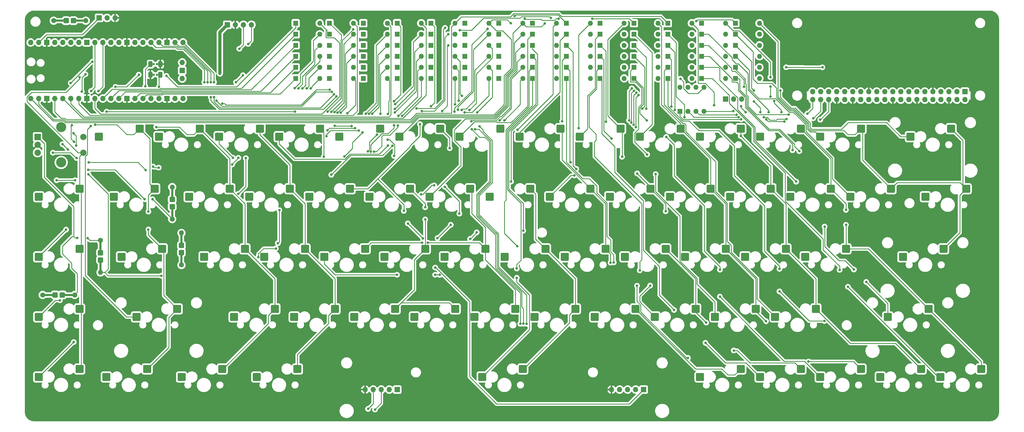
<source format=gbr>
G04 #@! TF.GenerationSoftware,KiCad,Pcbnew,7.0.8*
G04 #@! TF.CreationDate,2023-10-07T09:44:42-04:00*
G04 #@! TF.ProjectId,MainBoard,4d61696e-426f-4617-9264-2e6b69636164,rev?*
G04 #@! TF.SameCoordinates,Original*
G04 #@! TF.FileFunction,Copper,L2,Bot*
G04 #@! TF.FilePolarity,Positive*
%FSLAX46Y46*%
G04 Gerber Fmt 4.6, Leading zero omitted, Abs format (unit mm)*
G04 Created by KiCad (PCBNEW 7.0.8) date 2023-10-07 09:44:42*
%MOMM*%
%LPD*%
G01*
G04 APERTURE LIST*
G04 Aperture macros list*
%AMRoundRect*
0 Rectangle with rounded corners*
0 $1 Rounding radius*
0 $2 $3 $4 $5 $6 $7 $8 $9 X,Y pos of 4 corners*
0 Add a 4 corners polygon primitive as box body*
4,1,4,$2,$3,$4,$5,$6,$7,$8,$9,$2,$3,0*
0 Add four circle primitives for the rounded corners*
1,1,$1+$1,$2,$3*
1,1,$1+$1,$4,$5*
1,1,$1+$1,$6,$7*
1,1,$1+$1,$8,$9*
0 Add four rect primitives between the rounded corners*
20,1,$1+$1,$2,$3,$4,$5,0*
20,1,$1+$1,$4,$5,$6,$7,0*
20,1,$1+$1,$6,$7,$8,$9,0*
20,1,$1+$1,$8,$9,$2,$3,0*%
G04 Aperture macros list end*
G04 #@! TA.AperFunction,ComponentPad*
%ADD10R,1.600000X1.600000*%
G04 #@! TD*
G04 #@! TA.AperFunction,ComponentPad*
%ADD11O,1.600000X1.600000*%
G04 #@! TD*
G04 #@! TA.AperFunction,ComponentPad*
%ADD12R,1.700000X1.700000*%
G04 #@! TD*
G04 #@! TA.AperFunction,ComponentPad*
%ADD13O,1.700000X1.700000*%
G04 #@! TD*
G04 #@! TA.AperFunction,CastellatedPad*
%ADD14R,1.700000X1.700000*%
G04 #@! TD*
G04 #@! TA.AperFunction,CastellatedPad*
%ADD15O,1.700000X1.700000*%
G04 #@! TD*
G04 #@! TA.AperFunction,ComponentPad*
%ADD16R,2.000000X2.000000*%
G04 #@! TD*
G04 #@! TA.AperFunction,ComponentPad*
%ADD17C,2.000000*%
G04 #@! TD*
G04 #@! TA.AperFunction,ComponentPad*
%ADD18C,3.200000*%
G04 #@! TD*
G04 #@! TA.AperFunction,SMDPad,CuDef*
%ADD19RoundRect,0.250000X1.025000X1.000000X-1.025000X1.000000X-1.025000X-1.000000X1.025000X-1.000000X0*%
G04 #@! TD*
G04 #@! TA.AperFunction,SMDPad,CuDef*
%ADD20RoundRect,0.250000X0.412500X0.650000X-0.412500X0.650000X-0.412500X-0.650000X0.412500X-0.650000X0*%
G04 #@! TD*
G04 #@! TA.AperFunction,SMDPad,CuDef*
%ADD21R,0.680000X0.435000*%
G04 #@! TD*
G04 #@! TA.AperFunction,SMDPad,CuDef*
%ADD22RoundRect,0.140000X0.140000X0.170000X-0.140000X0.170000X-0.140000X-0.170000X0.140000X-0.170000X0*%
G04 #@! TD*
G04 #@! TA.AperFunction,ComponentPad*
%ADD23C,1.600000*%
G04 #@! TD*
G04 #@! TA.AperFunction,SMDPad,CuDef*
%ADD24R,0.675000X2.987500*%
G04 #@! TD*
G04 #@! TA.AperFunction,SMDPad,CuDef*
%ADD25RoundRect,0.388889X0.486111X-0.498611X0.486111X0.498611X-0.486111X0.498611X-0.486111X-0.498611X0*%
G04 #@! TD*
G04 #@! TA.AperFunction,SMDPad,CuDef*
%ADD26R,2.987500X0.675000*%
G04 #@! TD*
G04 #@! TA.AperFunction,SMDPad,CuDef*
%ADD27RoundRect,0.388889X-0.498611X-0.486111X0.498611X-0.486111X0.498611X0.486111X-0.498611X0.486111X0*%
G04 #@! TD*
G04 #@! TA.AperFunction,SMDPad,CuDef*
%ADD28RoundRect,0.388889X-0.486111X0.498611X-0.486111X-0.498611X0.486111X-0.498611X0.486111X0.498611X0*%
G04 #@! TD*
G04 #@! TA.AperFunction,ViaPad*
%ADD29C,0.800000*%
G04 #@! TD*
G04 #@! TA.AperFunction,Conductor*
%ADD30C,0.250000*%
G04 #@! TD*
G04 #@! TA.AperFunction,Conductor*
%ADD31C,1.000000*%
G04 #@! TD*
G04 APERTURE END LIST*
D10*
X85860000Y-18000000D03*
D11*
X93480000Y-18000000D03*
D10*
X225220000Y-28500000D03*
D11*
X232840000Y-28500000D03*
D10*
X128740000Y-14500000D03*
D11*
X136360000Y-14500000D03*
D10*
X118020000Y-28500000D03*
D11*
X125640000Y-28500000D03*
D10*
X160900000Y-11000000D03*
D11*
X168520000Y-11000000D03*
D10*
X85860000Y-14500000D03*
D11*
X93480000Y-14500000D03*
D10*
X182340000Y-18000000D03*
D11*
X189960000Y-18000000D03*
D10*
X128740000Y-21500000D03*
D11*
X136360000Y-21500000D03*
D10*
X203780000Y-18000000D03*
D11*
X211400000Y-18000000D03*
D10*
X107300000Y-28500000D03*
D11*
X114920000Y-28500000D03*
D10*
X96580000Y-14500000D03*
D11*
X104200000Y-14500000D03*
D10*
X150180000Y-28500000D03*
D11*
X157800000Y-28500000D03*
D10*
X193060000Y-11000000D03*
D11*
X200680000Y-11000000D03*
D10*
X225220000Y-21500000D03*
D11*
X232840000Y-21500000D03*
D10*
X107300000Y-11000000D03*
D11*
X114920000Y-11000000D03*
D10*
X128740000Y-11000000D03*
D11*
X136360000Y-11000000D03*
D10*
X203780000Y-14500000D03*
D11*
X211400000Y-14500000D03*
D10*
X150180000Y-11000000D03*
D11*
X157800000Y-11000000D03*
D10*
X160900000Y-21500000D03*
D11*
X168520000Y-21500000D03*
D10*
X203780000Y-28500000D03*
D11*
X211400000Y-28500000D03*
D10*
X118020000Y-21500000D03*
D11*
X125640000Y-21500000D03*
D10*
X171620000Y-28500000D03*
D11*
X179240000Y-28500000D03*
D10*
X193060000Y-14500000D03*
D11*
X200680000Y-14500000D03*
D10*
X203780000Y-21500000D03*
D11*
X211400000Y-21500000D03*
D12*
X64220000Y-11500000D03*
D13*
X66760000Y-11500000D03*
X69300000Y-11500000D03*
X71840000Y-11500000D03*
D10*
X150180000Y-21500000D03*
D11*
X157800000Y-21500000D03*
D10*
X214500000Y-11000000D03*
D11*
X222120000Y-11000000D03*
D10*
X182340000Y-21500000D03*
D11*
X189960000Y-21500000D03*
D10*
X214500000Y-18000000D03*
D11*
X222120000Y-18000000D03*
D12*
X222072200Y-35026600D03*
D13*
X224612200Y-35026600D03*
X227152200Y-35026600D03*
D10*
X225220000Y-14500000D03*
D11*
X232840000Y-14500000D03*
D10*
X139460000Y-18000000D03*
D11*
X147080000Y-18000000D03*
D10*
X193060000Y-28500000D03*
D11*
X200680000Y-28500000D03*
D10*
X193060000Y-21500000D03*
D11*
X200680000Y-21500000D03*
D10*
X118020000Y-11000000D03*
D11*
X125640000Y-11000000D03*
D10*
X225220000Y-25000000D03*
D11*
X232840000Y-25000000D03*
D10*
X171620000Y-18000000D03*
D11*
X179240000Y-18000000D03*
D10*
X171620000Y-21500000D03*
D11*
X179240000Y-21500000D03*
D10*
X107300000Y-25000000D03*
D11*
X114920000Y-25000000D03*
D10*
X182340000Y-14500000D03*
D11*
X189960000Y-14500000D03*
D10*
X96580000Y-28500000D03*
D11*
X104200000Y-28500000D03*
D10*
X107300000Y-21500000D03*
D11*
X114920000Y-21500000D03*
D10*
X171620000Y-25000000D03*
D11*
X179240000Y-25000000D03*
D10*
X182340000Y-11000000D03*
D11*
X189960000Y-11000000D03*
D10*
X85860000Y-21500000D03*
D11*
X93480000Y-21500000D03*
D10*
X139460000Y-21500000D03*
D11*
X147080000Y-21500000D03*
D14*
X297930000Y-32680000D03*
D15*
X297930000Y-35220000D03*
X295390000Y-32680000D03*
X295390000Y-35220000D03*
X292850000Y-32680000D03*
X292850000Y-35220000D03*
X290310000Y-32680000D03*
X290310000Y-35220000D03*
X287770000Y-32680000D03*
X287770000Y-35220000D03*
X285230000Y-32680000D03*
X285230000Y-35220000D03*
X282690000Y-32680000D03*
X282690000Y-35220000D03*
X280150000Y-32680000D03*
X280150000Y-35220000D03*
X277610000Y-32680000D03*
X277610000Y-35220000D03*
X275070000Y-32680000D03*
X275070000Y-35220000D03*
X272530000Y-32680000D03*
X272530000Y-35220000D03*
X269990000Y-32680000D03*
X269990000Y-35220000D03*
X267450000Y-32680000D03*
X267450000Y-35220000D03*
X264910000Y-32680000D03*
X264910000Y-35220000D03*
X262370000Y-32680000D03*
X262370000Y-35220000D03*
X259830000Y-32680000D03*
X259830000Y-35220000D03*
X257290000Y-32680000D03*
X257290000Y-35220000D03*
X254750000Y-32680000D03*
X254750000Y-35220000D03*
X252210000Y-32680000D03*
X252210000Y-35220000D03*
X249670000Y-32680000D03*
X249670000Y-35220000D03*
D10*
X160900000Y-28500000D03*
D11*
X168520000Y-28500000D03*
D10*
X214500000Y-25000000D03*
D11*
X222120000Y-25000000D03*
D10*
X182340000Y-28500000D03*
D11*
X189960000Y-28500000D03*
D10*
X128740000Y-18000000D03*
D11*
X136360000Y-18000000D03*
D10*
X214500000Y-21500000D03*
D11*
X222120000Y-21500000D03*
D10*
X85860000Y-28500000D03*
D11*
X93480000Y-28500000D03*
D10*
X160900000Y-18000000D03*
D11*
X168520000Y-18000000D03*
D10*
X171620000Y-11000000D03*
D11*
X179240000Y-11000000D03*
D10*
X150180000Y-18000000D03*
D11*
X157800000Y-18000000D03*
D10*
X107300000Y-18000000D03*
D11*
X114920000Y-18000000D03*
D10*
X193060000Y-25000000D03*
D11*
X200680000Y-25000000D03*
D10*
X203780000Y-25000000D03*
D11*
X211400000Y-25000000D03*
D10*
X96580000Y-11000000D03*
D11*
X104200000Y-11000000D03*
D16*
X4045000Y-47045000D03*
D17*
X4045000Y-52045000D03*
X4045000Y-49545000D03*
D18*
X11545000Y-43945000D03*
X11545000Y-55145000D03*
D17*
X18545000Y-52045000D03*
X18545000Y-47045000D03*
D10*
X139460000Y-28500000D03*
D11*
X147080000Y-28500000D03*
D10*
X150180000Y-25000000D03*
D11*
X157800000Y-25000000D03*
D10*
X225220000Y-11000000D03*
D11*
X232840000Y-11000000D03*
D10*
X118020000Y-25000000D03*
D11*
X125640000Y-25000000D03*
D10*
X85860000Y-11000000D03*
D11*
X93480000Y-11000000D03*
D10*
X128740000Y-25000000D03*
D11*
X136360000Y-25000000D03*
D10*
X203780000Y-11000000D03*
D11*
X211400000Y-11000000D03*
D10*
X96580000Y-21500000D03*
D11*
X104200000Y-21500000D03*
D10*
X150180000Y-14500000D03*
D11*
X157800000Y-14500000D03*
D10*
X118020000Y-18000000D03*
D11*
X125640000Y-18000000D03*
D10*
X207645000Y-38912800D03*
D11*
X210185000Y-38912800D03*
X212725000Y-38912800D03*
X215265000Y-38912800D03*
X215265000Y-31292800D03*
X212725000Y-31292800D03*
X210185000Y-31292800D03*
X207645000Y-31292800D03*
D10*
X225220000Y-18000000D03*
D11*
X232840000Y-18000000D03*
D10*
X96580000Y-18000000D03*
D11*
X104200000Y-18000000D03*
D10*
X193060000Y-18000000D03*
D11*
X200680000Y-18000000D03*
D13*
X1870000Y-34890000D03*
X4410000Y-34890000D03*
D12*
X6950000Y-34890000D03*
D13*
X9490000Y-34890000D03*
X12030000Y-34890000D03*
X14570000Y-34890000D03*
X17110000Y-34890000D03*
D12*
X19650000Y-34890000D03*
D13*
X22190000Y-34890000D03*
X24730000Y-34890000D03*
X27270000Y-34890000D03*
X29810000Y-34890000D03*
D12*
X32350000Y-34890000D03*
D13*
X34890000Y-34890000D03*
X37430000Y-34890000D03*
X39970000Y-34890000D03*
X42510000Y-34890000D03*
D12*
X45050000Y-34890000D03*
D13*
X47590000Y-34890000D03*
X50130000Y-34890000D03*
X50130000Y-17110000D03*
X47590000Y-17110000D03*
D12*
X45050000Y-17110000D03*
D13*
X42510000Y-17110000D03*
X39970000Y-17110000D03*
X37430000Y-17110000D03*
X34890000Y-17110000D03*
D12*
X32350000Y-17110000D03*
D13*
X29810000Y-17110000D03*
X27270000Y-17110000D03*
X24730000Y-17110000D03*
X22190000Y-17110000D03*
D12*
X19650000Y-17110000D03*
D13*
X17110000Y-17110000D03*
X14570000Y-17110000D03*
X12030000Y-17110000D03*
X9490000Y-17110000D03*
D12*
X6950000Y-17110000D03*
D13*
X4410000Y-17110000D03*
X1870000Y-17110000D03*
X49900000Y-28540000D03*
D12*
X49900000Y-26000000D03*
D13*
X49900000Y-23460000D03*
D10*
X107300000Y-14500000D03*
D11*
X114920000Y-14500000D03*
D10*
X85860000Y-25000000D03*
D11*
X93480000Y-25000000D03*
D10*
X139460000Y-11000000D03*
D11*
X147080000Y-11000000D03*
D10*
X214500000Y-14500000D03*
D11*
X222120000Y-14500000D03*
D10*
X160900000Y-25000000D03*
D11*
X168520000Y-25000000D03*
D10*
X139460000Y-25000000D03*
D11*
X147080000Y-25000000D03*
D10*
X96580000Y-25000000D03*
D11*
X104200000Y-25000000D03*
D10*
X128740000Y-28500000D03*
D11*
X136360000Y-28500000D03*
D10*
X214500000Y-28500000D03*
D11*
X222120000Y-28500000D03*
D10*
X182340000Y-25000000D03*
D11*
X189960000Y-25000000D03*
D10*
X118020000Y-14500000D03*
D11*
X125640000Y-14500000D03*
D10*
X171620000Y-14500000D03*
D11*
X179240000Y-14500000D03*
D10*
X160900000Y-14500000D03*
D11*
X168520000Y-14500000D03*
D10*
X139460000Y-14500000D03*
D11*
X147080000Y-14500000D03*
D19*
X133027500Y-85085000D03*
X145954500Y-82545000D03*
X90165000Y-66035000D03*
X103092000Y-63495000D03*
X144933750Y-123184999D03*
X157860750Y-120644999D03*
X171127500Y-85085000D03*
X184054500Y-82545000D03*
D20*
X42964500Y-27330400D03*
D21*
X42162000Y-27330400D03*
D22*
X41882000Y-27330400D03*
X40922000Y-27330400D03*
D21*
X40502000Y-27330400D03*
D20*
X39839500Y-27330400D03*
D19*
X4440000Y-104134999D03*
X17367000Y-101594999D03*
X209227500Y-85085000D03*
X222154500Y-82545000D03*
X213990000Y-46985000D03*
X226917000Y-44445000D03*
X128265000Y-66035000D03*
X141192000Y-63495000D03*
X228277500Y-85085000D03*
X241204500Y-82545000D03*
X185415000Y-66035000D03*
X198342000Y-63495000D03*
X199702500Y-104134999D03*
X212629500Y-101594999D03*
X71115000Y-66035000D03*
X84042000Y-63495000D03*
D12*
X118048750Y-127160000D03*
D13*
X115508750Y-127160000D03*
X112968750Y-127160000D03*
X110428750Y-127160000D03*
X107888750Y-127160000D03*
D19*
X109215000Y-66035000D03*
X122142000Y-63495000D03*
X85402500Y-104134999D03*
X98329500Y-101594999D03*
X252090000Y-46985000D03*
X265017000Y-44445000D03*
X261615000Y-66035000D03*
X274542000Y-63495000D03*
X278283750Y-85085000D03*
X291210750Y-82545000D03*
X73496250Y-123184999D03*
X86423250Y-120644999D03*
X213990000Y-123184999D03*
X226917000Y-120644999D03*
X49683750Y-123184999D03*
X62610750Y-120644999D03*
X23490000Y-46985000D03*
X36417000Y-44445000D03*
X252090000Y-123184999D03*
X265017000Y-120644999D03*
X30633750Y-85085000D03*
X43560750Y-82545000D03*
X247327500Y-85085000D03*
X260254500Y-82545000D03*
X271140000Y-123184999D03*
X284067000Y-120644999D03*
D23*
X49657000Y-87675000D03*
D24*
X49657000Y-85745000D03*
D25*
X49657000Y-83732500D03*
X49657000Y-81457500D03*
D24*
X49657000Y-79570000D03*
D11*
X49657000Y-77515000D03*
D19*
X25871249Y-123184999D03*
X38798249Y-120644999D03*
X161602500Y-104134999D03*
X174529500Y-101594999D03*
X118739999Y-46985000D03*
X131666999Y-44445000D03*
X123502500Y-104134999D03*
X136429500Y-101594999D03*
X233040000Y-46985000D03*
X245967000Y-44445000D03*
X52065000Y-66035000D03*
X64992000Y-63495000D03*
X42540000Y-46985000D03*
X55467000Y-44445000D03*
D12*
X196148750Y-127160000D03*
D13*
X193608750Y-127160000D03*
X191068750Y-127160000D03*
X188528750Y-127160000D03*
X185988750Y-127160000D03*
D19*
X175890000Y-46985000D03*
X188817000Y-44445000D03*
X237802500Y-104134999D03*
X250729500Y-101594999D03*
X273521250Y-104134999D03*
X286448250Y-101594999D03*
D23*
X5675000Y-97175000D03*
D26*
X7605000Y-97175000D03*
D27*
X9617500Y-97175000D03*
X11892500Y-97175000D03*
D26*
X13780000Y-97175000D03*
D11*
X15835000Y-97175000D03*
D23*
X24000000Y-79865000D03*
D24*
X24000000Y-81795000D03*
D28*
X24000000Y-83807500D03*
X24000000Y-86082500D03*
D24*
X24000000Y-87970000D03*
D11*
X24000000Y-90025000D03*
D19*
X4440000Y-123184999D03*
X17367000Y-120644999D03*
X4440000Y-85085000D03*
X17367000Y-82545000D03*
X218752500Y-104134999D03*
X231679500Y-101594999D03*
D23*
X9182500Y-10200000D03*
D26*
X11112500Y-10200000D03*
D27*
X13125000Y-10200000D03*
X15400000Y-10200000D03*
D26*
X17287500Y-10200000D03*
D11*
X19342500Y-10200000D03*
D19*
X156840000Y-46985000D03*
X169767000Y-44445000D03*
X285427500Y-66035000D03*
X298354500Y-63495000D03*
X94927500Y-85085000D03*
X107854500Y-82545000D03*
X190177500Y-85085000D03*
X203104500Y-82545000D03*
D23*
X46725000Y-73130000D03*
D24*
X46725000Y-71200000D03*
D25*
X46725000Y-69187500D03*
X46725000Y-66912500D03*
D24*
X46725000Y-65025000D03*
D11*
X46725000Y-62970000D03*
D19*
X233040000Y-123184999D03*
X245967000Y-120644999D03*
X4440000Y-66035000D03*
X17367000Y-63495000D03*
X166365000Y-66035000D03*
X179292000Y-63495000D03*
X290190000Y-123184999D03*
X303117000Y-120644999D03*
X280665000Y-46985000D03*
X293592000Y-44445000D03*
X242565000Y-66035000D03*
X255492000Y-63495000D03*
D12*
X23520400Y-9347200D03*
D13*
X26060400Y-9347200D03*
X28600400Y-9347200D03*
D19*
X56827500Y-85085000D03*
X69754500Y-82545000D03*
X75877500Y-85085000D03*
X88804500Y-82545000D03*
X147315000Y-66035000D03*
X160242000Y-63495000D03*
X61590000Y-46985000D03*
X74517000Y-44445000D03*
X80640000Y-46985000D03*
X93567000Y-44445000D03*
X28252500Y-66035000D03*
X41179500Y-63495000D03*
X99689999Y-46985000D03*
X112616999Y-44445000D03*
X194940000Y-46985000D03*
X207867000Y-44445000D03*
X66352500Y-104134999D03*
X79279500Y-101594999D03*
X35396250Y-104134999D03*
X48323250Y-101594999D03*
D20*
X42964500Y-23980400D03*
D21*
X42162000Y-23980400D03*
D22*
X41882000Y-23980400D03*
X40922000Y-23980400D03*
D21*
X40502000Y-23980400D03*
D20*
X39839500Y-23980400D03*
D19*
X113977500Y-85085000D03*
X126904500Y-82545000D03*
X223515000Y-66035000D03*
X236442000Y-63495000D03*
X137790000Y-46985000D03*
X150717000Y-44445000D03*
X104452500Y-104134999D03*
X117379500Y-101594999D03*
X204465000Y-66035000D03*
X217392000Y-63495000D03*
X180652500Y-104134999D03*
X193579500Y-101594999D03*
X142552500Y-104134999D03*
X155479500Y-101594999D03*
X152077500Y-85085000D03*
X165004500Y-82545000D03*
D29*
X65980000Y-53680000D03*
X6629400Y-45135800D03*
X307924200Y-91300972D03*
X129725100Y-117728400D03*
X3073400Y-20066000D03*
X45028104Y-8255000D03*
X63102744Y-8255000D03*
X259975108Y-19499200D03*
X278412518Y-25900000D03*
X133281100Y-119100000D03*
X261793449Y-23969600D03*
X276449683Y-38074600D03*
X272881295Y-25900000D03*
X280393669Y-8400000D03*
X49555400Y-72034400D03*
X249438148Y-134400000D03*
X132100000Y-119100000D03*
X301701200Y-107777559D03*
X32562800Y-26111200D03*
X28915896Y-129616200D03*
X270747408Y-134400000D03*
X272855895Y-23969600D03*
X6985000Y-30175200D03*
X307924200Y-93139129D03*
X130918900Y-121868600D03*
X6908800Y-28829000D03*
X52257960Y-8255000D03*
X263637190Y-23969600D03*
X5816600Y-44094400D03*
X45720000Y-25400000D03*
X255830926Y-134400000D03*
X135643300Y-119100000D03*
X275009260Y-134400000D03*
X41413176Y-8255000D03*
X19481800Y-32283400D03*
X50238526Y-132207000D03*
X33177748Y-129616200D03*
X31046822Y-129616200D03*
X64307720Y-8255000D03*
X138005500Y-121868600D03*
X41701452Y-129616200D03*
X267350072Y-25900000D03*
X18261266Y-129616200D03*
X258105967Y-21582000D03*
X287605823Y-17822800D03*
X34594800Y-11404600D03*
X13309600Y-24815800D03*
X47498000Y-25552400D03*
X42335752Y-11404600D03*
X247307100Y-28498800D03*
X32562800Y-24612600D03*
X307924200Y-102329914D03*
X278387118Y-21582000D03*
X132100000Y-121868600D03*
X44270990Y-11404600D03*
X284106551Y-10076400D03*
X274822130Y-38074600D03*
X20320000Y-19888200D03*
X301701200Y-83881501D03*
X59487816Y-8255000D03*
X66717672Y-8255000D03*
X20392192Y-129616200D03*
X57080150Y-20091400D03*
X273044105Y-10076400D03*
X11868488Y-129616200D03*
X263637190Y-21582000D03*
X276543377Y-21582000D03*
X245211600Y-27203400D03*
X263800000Y-8400000D03*
X37497657Y-11404600D03*
X30474355Y-20040600D03*
X2768600Y-25958800D03*
X249402600Y-27203400D03*
X301701200Y-98586757D03*
X34343620Y-20040600D03*
X10769600Y-20116800D03*
X261981659Y-10076400D03*
X263637190Y-17822800D03*
X4140200Y-20193000D03*
X307924200Y-100491757D03*
X280230859Y-17822800D03*
X80071490Y-132207000D03*
X265506331Y-19499200D03*
X245176296Y-134400000D03*
X35308674Y-129616200D03*
X22523118Y-129616200D03*
X240914444Y-134400000D03*
X263662590Y-25900000D03*
X267350072Y-19499200D03*
X33680400Y-26111200D03*
X257961852Y-134400000D03*
X269331223Y-8400000D03*
X13999414Y-129616200D03*
X133268400Y-117728400D03*
X130906200Y-120497000D03*
X58026300Y-20091400D03*
X301701200Y-91234129D03*
X285787482Y-19499200D03*
X248354850Y-27203400D03*
X20828000Y-27609800D03*
X261956259Y-8400000D03*
X77940564Y-132207000D03*
X246259350Y-27203400D03*
X268311918Y-38074600D03*
X20701000Y-26466800D03*
X35562419Y-11404600D03*
X280419069Y-10076400D03*
X261793449Y-17822800D03*
X135630600Y-120497000D03*
X57077864Y-8255000D03*
X36530038Y-11404600D03*
X45963304Y-129616200D03*
X274862446Y-8400000D03*
X265056812Y-38074600D03*
X278549928Y-8400000D03*
X287768633Y-8400000D03*
X301701200Y-74690716D03*
X35633375Y-20040600D03*
X307924200Y-89462815D03*
X245211600Y-29768800D03*
X287794033Y-10076400D03*
X48094236Y-129616200D03*
X136811700Y-117728400D03*
X33680400Y-24612600D03*
X54500378Y-132207000D03*
X283918341Y-17822800D03*
X247307222Y-134400000D03*
X45238609Y-11404600D03*
X259949708Y-21582000D03*
X259949708Y-17822800D03*
X266684365Y-38074600D03*
X39432895Y-11404600D03*
X271567024Y-38074600D03*
X31445200Y-27762200D03*
X58972450Y-20091400D03*
X65512696Y-8255000D03*
X301701200Y-102263071D03*
X9753600Y-30175200D03*
X301701200Y-89395972D03*
X267324672Y-17822800D03*
X307924200Y-72919402D03*
X278412518Y-19499200D03*
X273194577Y-38074600D03*
X261818849Y-25900000D03*
X283943741Y-19499200D03*
X7493000Y-46253400D03*
X282237410Y-8400000D03*
X67922648Y-8255000D03*
X272878334Y-134400000D03*
X258105967Y-23969600D03*
X2184400Y-21310600D03*
X7606636Y-129616200D03*
X31445200Y-26111200D03*
X269193813Y-19499200D03*
X54914800Y-11455400D03*
X301701200Y-93072286D03*
X136824400Y-119100000D03*
X307924200Y-80272030D03*
X42618152Y-8255000D03*
X5029200Y-43154600D03*
X238783518Y-134400000D03*
X271174964Y-8400000D03*
X278575328Y-10076400D03*
X51052984Y-8255000D03*
X282262810Y-10076400D03*
X307924200Y-82110187D03*
X246259350Y-28498800D03*
X9737562Y-129616200D03*
X134462200Y-121868600D03*
X282100000Y-25900000D03*
X280256259Y-19499200D03*
X273018705Y-8400000D03*
X271200364Y-10076400D03*
X285762082Y-23969600D03*
X283918341Y-23969600D03*
X301701200Y-78367030D03*
X307924200Y-85786501D03*
X49848008Y-8255000D03*
X88595200Y-132207000D03*
X39570526Y-129616200D03*
X301701200Y-94910443D03*
X274699636Y-23969600D03*
X24654044Y-129616200D03*
X60692792Y-8255000D03*
X276543377Y-17822800D03*
X268616482Y-134400000D03*
X31764110Y-20040600D03*
X129737800Y-119100000D03*
X301701200Y-72852559D03*
X47173847Y-11404600D03*
X289474967Y-25900000D03*
X61897768Y-8255000D03*
X52979561Y-11404600D03*
X267324672Y-21582000D03*
X243045370Y-134400000D03*
X263662590Y-19499200D03*
X29184600Y-20040600D03*
X307924200Y-83948344D03*
X279704800Y-38074600D03*
X56631304Y-132207000D03*
X289637777Y-10076400D03*
X43303371Y-11404600D03*
X271037554Y-25900000D03*
X272855895Y-17822800D03*
X301701200Y-82043344D03*
X280256259Y-25900000D03*
X307924200Y-76595716D03*
X70332600Y-8255000D03*
X134449500Y-117728400D03*
X8813800Y-20015200D03*
X29210000Y-24612600D03*
X30327600Y-24612600D03*
X258105967Y-17822800D03*
X49453800Y-69951600D03*
X30327600Y-26111200D03*
X132087300Y-120497000D03*
X53462936Y-8255000D03*
X8178800Y-30530800D03*
X285924892Y-8400000D03*
X25196800Y-32461200D03*
X301701200Y-85719658D03*
X269168413Y-21582000D03*
X133281100Y-121868600D03*
X282074600Y-23969600D03*
X49733200Y-55168800D03*
X287605823Y-23969600D03*
X16306800Y-23444200D03*
X301701200Y-80205187D03*
X278387118Y-17822800D03*
X265480931Y-21582000D03*
X248354850Y-29768800D03*
X307924200Y-98653600D03*
X301701200Y-105939385D03*
X138005500Y-119100000D03*
X6629400Y-26111200D03*
X274699636Y-17822800D03*
X285950292Y-10076400D03*
X29210000Y-27762200D03*
X301701200Y-96748600D03*
X285762082Y-17822800D03*
X266485556Y-134400000D03*
X51044323Y-11404600D03*
X67285934Y-132207000D03*
X307924200Y-106006228D03*
X132087300Y-117728400D03*
X58762230Y-132207000D03*
X269939471Y-38074600D03*
X46206228Y-11404600D03*
X7340600Y-23571200D03*
X258268777Y-8400000D03*
X264354630Y-134400000D03*
X282074600Y-17822800D03*
X2057400Y-30911800D03*
X307924200Y-78433873D03*
X14528800Y-22021800D03*
X16992600Y-19913600D03*
X249402600Y-29768800D03*
X52011942Y-11404600D03*
X307924200Y-87624658D03*
X40400514Y-11404600D03*
X133268400Y-120497000D03*
X40792400Y-20040600D03*
X1701800Y-20015200D03*
X3937000Y-21386800D03*
X73678712Y-132207000D03*
X276568777Y-19499200D03*
X33680400Y-27762200D03*
X263825400Y-10076400D03*
X271037554Y-19499200D03*
X258131367Y-19499200D03*
X267324672Y-23969600D03*
X265669141Y-10076400D03*
X18592800Y-19888200D03*
X32562800Y-27762200D03*
X307924200Y-104168071D03*
X4495800Y-25831800D03*
X307924200Y-107844402D03*
X278077236Y-38074600D03*
X16130340Y-129616200D03*
X260092778Y-134400000D03*
X258131367Y-25900000D03*
X1854200Y-25908000D03*
X301701200Y-76528873D03*
X261818849Y-19499200D03*
X26784970Y-129616200D03*
X130918900Y-119100000D03*
X46233080Y-8255000D03*
X69127624Y-8255000D03*
X274725036Y-25900000D03*
X48141466Y-11404600D03*
X265480931Y-17822800D03*
X289449567Y-21582000D03*
X271012154Y-17822800D03*
X269168413Y-17822800D03*
X130906200Y-117728400D03*
X253700000Y-134400000D03*
X272855895Y-21582000D03*
X307924200Y-96815443D03*
X58282840Y-8255000D03*
X31445200Y-24612600D03*
X38465276Y-11404600D03*
X301701200Y-104101228D03*
X265643741Y-8400000D03*
X82202416Y-132207000D03*
X50076704Y-11404600D03*
X260112518Y-8400000D03*
X56134000Y-20091400D03*
X84333342Y-132207000D03*
X48107600Y-132207000D03*
X75809638Y-132207000D03*
X137992800Y-120497000D03*
X55872888Y-8255000D03*
X280230859Y-21582000D03*
X129725100Y-120497000D03*
X48643032Y-8255000D03*
X4038600Y-31013400D03*
X282100000Y-19499200D03*
X284081151Y-8400000D03*
X52369452Y-132207000D03*
X29210000Y-26111200D03*
X287631223Y-19499200D03*
X37439600Y-129616200D03*
X137992800Y-117728400D03*
X59918600Y-20091400D03*
X71547786Y-132207000D03*
X282074600Y-21582000D03*
X135630600Y-117728400D03*
X287631223Y-25900000D03*
X269168413Y-23969600D03*
X53947180Y-11404600D03*
X261793449Y-21582000D03*
X262223704Y-134400000D03*
X18516600Y-23469600D03*
X258294177Y-10076400D03*
X267487482Y-8400000D03*
X289612377Y-8400000D03*
X247307100Y-29768800D03*
X280230859Y-23969600D03*
X8178800Y-25781000D03*
X276568777Y-25900000D03*
X260137918Y-10076400D03*
X63024082Y-132207000D03*
X289449567Y-23969600D03*
X49109085Y-11404600D03*
X38212885Y-20040600D03*
X274725036Y-19499200D03*
X45999400Y-23545800D03*
X135643300Y-121868600D03*
X86464268Y-132207000D03*
X47438056Y-8255000D03*
X129737800Y-121868600D03*
X47320200Y-23850600D03*
X267512882Y-10076400D03*
X245211600Y-28498800D03*
X279271118Y-134400000D03*
X11252200Y-30708600D03*
X265480931Y-23969600D03*
X285787482Y-25900000D03*
X274887846Y-10076400D03*
X277140186Y-134400000D03*
X247307100Y-27203400D03*
X276543377Y-23969600D03*
X301701200Y-87557815D03*
X307924200Y-74757559D03*
X278387118Y-23969600D03*
X69416860Y-132207000D03*
X272881295Y-19499200D03*
X265506331Y-25900000D03*
X9956800Y-26416000D03*
X36923130Y-20040600D03*
X41368133Y-11404600D03*
X260174153Y-38074600D03*
X49276000Y-67716400D03*
X49784000Y-53848000D03*
X289449567Y-17822800D03*
X307924200Y-94977286D03*
X60893156Y-132207000D03*
X259949708Y-23969600D03*
X45008800Y-36982400D03*
X269193813Y-25900000D03*
X17449800Y-24765000D03*
X287605823Y-21582000D03*
X263429259Y-38074600D03*
X289474967Y-19499200D03*
X283943741Y-25900000D03*
X283918341Y-21582000D03*
X276706187Y-8400000D03*
X246259350Y-29768800D03*
X251569074Y-134400000D03*
X136824400Y-121868600D03*
X274699636Y-21582000D03*
X134449500Y-120497000D03*
X40208200Y-8255000D03*
X134462200Y-119100000D03*
X30327600Y-27762200D03*
X33053865Y-20040600D03*
X271012154Y-23969600D03*
X43823128Y-8255000D03*
X259975108Y-25900000D03*
X249402600Y-28498800D03*
X54667912Y-8255000D03*
X43832378Y-129616200D03*
X65155008Y-132207000D03*
X39502640Y-20040600D03*
X136811700Y-120497000D03*
X248354850Y-28498800D03*
X285762082Y-21582000D03*
X258546600Y-38074600D03*
X261801706Y-38074600D03*
X301701200Y-100424914D03*
X269356623Y-10076400D03*
X271012154Y-21582000D03*
X276731587Y-10076400D03*
X11925000Y-49375000D03*
X39839500Y-23980400D03*
X21465500Y-23190200D03*
X14528800Y-29972000D03*
X38176200Y-31013400D03*
X13625000Y-51075000D03*
X14935200Y-43383200D03*
X36144200Y-27330400D03*
X38328600Y-57556400D03*
X15582300Y-48615600D03*
X42431300Y-56794400D03*
X28752800Y-31189500D03*
X42519600Y-31189500D03*
X20218400Y-55118000D03*
X42964500Y-27330400D03*
X40690800Y-56464200D03*
X17377899Y-28147499D03*
X44907200Y-27711400D03*
X95986600Y-39065200D03*
X39167500Y-70739000D03*
X85623400Y-39069700D03*
X25933400Y-39039800D03*
X22269407Y-43218700D03*
X39167500Y-76428600D03*
X155230000Y-8700500D03*
X104100000Y-13000000D03*
X97133067Y-39156932D03*
X41652655Y-43913254D03*
X166723697Y-9333697D03*
X137890000Y-13190000D03*
X74721802Y-44649802D03*
X117017800Y-35763200D03*
X179882800Y-9590300D03*
X158471241Y-9595840D03*
X169167951Y-9590300D03*
X94769377Y-53377500D03*
X130060100Y-88493600D03*
X103092000Y-63495000D03*
X126180000Y-79273400D03*
X128676400Y-37312246D03*
X125247400Y-43027600D03*
X120130000Y-70485000D03*
X121395700Y-74489100D03*
X126904500Y-73228200D03*
X124104400Y-38023800D03*
X114985800Y-47904400D03*
X133190000Y-12465500D03*
X117043200Y-53060600D03*
X112616999Y-44445000D03*
X126904500Y-69367400D03*
X122142000Y-63495000D03*
X154000000Y-11000000D03*
X127736600Y-80645000D03*
X141192000Y-63495000D03*
X136194800Y-39039800D03*
X134658700Y-50647600D03*
X146700000Y-12800000D03*
X131321556Y-44099557D03*
X125882400Y-80645000D03*
X164769800Y-11074400D03*
X212780000Y-10310000D03*
X150717000Y-44445000D03*
X160274000Y-63627000D03*
X156133800Y-44754800D03*
X185648600Y-86918800D03*
X175514000Y-44272200D03*
X169767000Y-44445000D03*
X193579500Y-101595000D03*
X215950800Y-105943400D03*
X224713800Y-114782600D03*
X203098400Y-70637400D03*
X194081400Y-58648600D03*
X189305000Y-53364200D03*
X203104500Y-82545000D03*
X234924600Y-105511600D03*
X248379500Y-118295000D03*
X226917000Y-46780200D03*
X218490800Y-36982400D03*
X236296200Y-31038800D03*
X260254500Y-70205600D03*
X245967000Y-44445000D03*
X236296200Y-28092400D03*
X239801400Y-39229700D03*
X237540800Y-35610800D03*
X236296200Y-34276700D03*
X260254500Y-74955400D03*
X85496400Y-31623000D03*
X98129395Y-39236521D03*
X23490000Y-46985000D03*
X42540000Y-46985000D03*
X103581200Y-43585200D03*
X98221800Y-43561000D03*
X108026200Y-39724500D03*
X117380066Y-36694741D03*
X115087400Y-49809400D03*
X134200000Y-14500000D03*
X125806200Y-38838300D03*
X99689999Y-46985000D03*
X137287000Y-38404800D03*
X209060000Y-40804500D03*
X213990000Y-46985000D03*
X235712000Y-39229700D03*
X233040000Y-46985000D03*
X15940000Y-60800000D03*
X86715600Y-31648400D03*
X10070000Y-60800000D03*
X4440000Y-66035000D03*
X28252500Y-66035000D03*
X99124005Y-39335297D03*
X65716500Y-55803800D03*
X52065000Y-66035000D03*
X67691000Y-53721000D03*
X109059394Y-39724108D03*
X104662000Y-44309700D03*
X95931501Y-44928301D03*
X71115000Y-66035000D03*
X117246400Y-38227000D03*
X134200000Y-18000000D03*
X132257800Y-38838300D03*
X116484400Y-49834800D03*
X90165000Y-66035000D03*
X97150000Y-59050000D03*
X109215000Y-66035000D03*
X129744500Y-62433200D03*
X125603000Y-65278000D03*
X140893800Y-38563800D03*
X154114500Y-61214000D03*
X147315000Y-66035000D03*
X174163501Y-59287899D03*
X174777400Y-57200800D03*
X184189500Y-42291000D03*
X185415000Y-66035000D03*
X196926200Y-38074600D03*
X204465000Y-66035000D03*
X223515000Y-66035000D03*
X206019400Y-38506400D03*
X242565000Y-66035000D03*
X227914200Y-31165800D03*
X239445800Y-32308800D03*
X231063800Y-32308800D03*
X88011000Y-31673800D03*
X13080000Y-76450000D03*
X30633750Y-85085000D03*
X100123139Y-39362443D03*
X70053200Y-53798251D03*
X105892600Y-45034200D03*
X56827500Y-85085000D03*
X95580200Y-46786800D03*
X67669099Y-65147501D03*
X110083600Y-39724500D03*
X117271800Y-39319200D03*
X80206250Y-80756250D03*
X75877500Y-85085000D03*
X80675000Y-70300000D03*
X159046853Y-106325538D03*
X138531600Y-34061400D03*
X144119600Y-43688000D03*
X138455400Y-38506400D03*
X113977500Y-85085000D03*
X133027500Y-85085000D03*
X141528800Y-42087800D03*
X157977000Y-76809600D03*
X152077500Y-85085000D03*
X170307000Y-42113200D03*
X171127500Y-85085000D03*
X185978800Y-47625000D03*
X190177500Y-85085000D03*
X195654499Y-38127101D03*
X209227500Y-85085000D03*
X204911399Y-37404601D03*
X228277500Y-85085000D03*
X247327500Y-85085000D03*
X243320000Y-51269200D03*
X89382600Y-31699200D03*
X11110000Y-98860000D03*
X66929000Y-29699900D03*
X69138800Y-27500900D03*
X20929600Y-43637200D03*
X74003000Y-85191600D03*
X101291853Y-53247153D03*
X112725200Y-39724500D03*
X107035600Y-45620500D03*
X79578200Y-82448400D03*
X66352500Y-104135000D03*
X118355657Y-40419700D03*
X116992400Y-43383200D03*
X85184198Y-103916698D03*
X109693697Y-51766273D03*
X158047703Y-106299000D03*
X137490200Y-35585400D03*
X142663399Y-44619399D03*
X130784600Y-79146400D03*
X135001000Y-74930000D03*
X133146800Y-62890400D03*
X137725000Y-71399400D03*
X143393700Y-39288300D03*
X123502500Y-104135000D03*
X142552500Y-104135000D03*
X150444200Y-41820500D03*
X156032200Y-81686400D03*
X161602500Y-104135000D03*
X172999400Y-55092600D03*
X180652500Y-104135000D03*
X198196200Y-94208600D03*
X194894200Y-89382600D03*
X197231000Y-52628800D03*
X199942000Y-58877200D03*
X253480000Y-75488800D03*
X266687734Y-93052466D03*
X244465614Y-61248786D03*
X262750734Y-89115466D03*
X242087400Y-39979600D03*
X285427500Y-66035000D03*
X15510000Y-112110000D03*
X90576400Y-31699200D03*
X102248057Y-39519700D03*
X25871249Y-123185000D03*
X108697277Y-51687841D03*
X49683750Y-123185000D03*
X115088119Y-39775681D03*
X111611899Y-46350701D03*
X118237000Y-43434000D03*
X110693200Y-51766273D03*
X119588880Y-40374580D03*
X73496250Y-123185000D03*
X141630400Y-44627800D03*
X136372600Y-36753800D03*
X157048200Y-106299000D03*
X139344400Y-39288300D03*
X104452500Y-104135000D03*
X143218500Y-77317600D03*
X151968200Y-41821000D03*
X131509100Y-90805000D03*
X130060100Y-90779600D03*
X141122400Y-79425800D03*
X117957000Y-90776353D03*
X210156750Y-117147650D03*
X194029500Y-94259400D03*
X213990000Y-123185000D03*
X186646029Y-86854450D03*
X215722200Y-112369600D03*
X205765400Y-101955600D03*
X197154800Y-41833800D03*
X220319600Y-89154000D03*
X220294200Y-97713800D03*
X203301600Y-47066200D03*
X239192500Y-96047006D03*
X253390400Y-105435400D03*
X239191800Y-88900000D03*
X271140000Y-123185000D03*
X258241800Y-89230200D03*
X260882829Y-94590171D03*
X155929500Y-88773000D03*
X155929500Y-91744800D03*
X61823600Y-26949400D03*
X68000000Y-19100000D03*
X70800000Y-17600000D03*
X245465600Y-51587400D03*
X278283750Y-85085000D03*
X207800000Y-28600000D03*
X96620866Y-32074449D03*
X56896000Y-29699900D03*
X191501500Y-41808400D03*
X192390953Y-31645569D03*
X62632844Y-36503356D03*
X98738200Y-34196800D03*
X194487800Y-33782000D03*
X58969902Y-34439460D03*
X193649600Y-43967400D03*
X58969897Y-29699900D03*
X192950500Y-43218776D03*
X98012934Y-33509054D03*
X59969400Y-34442400D03*
X59969400Y-29699900D03*
X193796922Y-33059718D03*
X60698144Y-35593255D03*
X192226000Y-42519600D03*
X97313880Y-32794682D03*
X193044482Y-32401813D03*
X57937400Y-29718000D03*
X231063800Y-35814000D03*
X224561400Y-38862000D03*
X228447600Y-39192200D03*
X252800000Y-25000000D03*
X227025200Y-37338000D03*
X241300000Y-24968200D03*
X233095800Y-39229700D03*
X240690400Y-42164000D03*
X227025200Y-41503600D03*
X252095000Y-41605200D03*
X234950000Y-41503600D03*
X19227800Y-27178000D03*
X43281600Y-91084400D03*
X16306800Y-49784000D03*
X15417800Y-45872400D03*
X18084800Y-32689800D03*
X20193000Y-58953400D03*
X111000000Y-133500000D03*
X20980400Y-32537400D03*
X23317200Y-32537400D03*
X108800000Y-133300000D03*
X241397155Y-41439500D03*
X226264335Y-40804500D03*
X234213400Y-40779100D03*
X249885200Y-41173400D03*
X225563198Y-40080000D03*
X248005600Y-39686900D03*
X19901500Y-79146400D03*
X16586200Y-79121000D03*
X40487600Y-66802000D03*
X20116800Y-57454800D03*
X8915400Y-52070000D03*
X16433800Y-53746400D03*
X37973000Y-66802000D03*
D30*
X65980000Y-53680000D02*
X61590000Y-49290000D01*
X61590000Y-49290000D02*
X61590000Y-46985000D01*
X38176200Y-25643700D02*
X39839500Y-23980400D01*
X11925000Y-49375000D02*
X13625000Y-51075000D01*
X21310600Y-23190200D02*
X14528800Y-29972000D01*
X38176200Y-31013400D02*
X38176200Y-25643700D01*
X21465500Y-23190200D02*
X21310600Y-23190200D01*
X42519600Y-27775300D02*
X42964500Y-27330400D01*
X38328600Y-57556400D02*
X35890200Y-55118000D01*
X32285100Y-31189500D02*
X36144200Y-27330400D01*
X42519600Y-31189500D02*
X42519600Y-27775300D01*
X41021000Y-56794400D02*
X40690800Y-56464200D01*
X15582300Y-48615600D02*
X14692800Y-47726100D01*
X28752800Y-31189500D02*
X32285100Y-31189500D01*
X35890200Y-55118000D02*
X20218400Y-55118000D01*
X14692800Y-43625600D02*
X14935200Y-43383200D01*
X42431300Y-56794400D02*
X41021000Y-56794400D01*
X14692800Y-47726100D02*
X14692800Y-43625600D01*
X85860000Y-12438000D02*
X85860000Y-11000000D01*
X17855000Y-82057000D02*
X17855000Y-63983000D01*
X16891400Y-52045000D02*
X18545000Y-52045000D01*
X48361600Y-31165800D02*
X67132200Y-31165800D01*
X17377899Y-28147499D02*
X17377899Y-28646065D01*
X695000Y-35848600D02*
X16891400Y-52045000D01*
X17367000Y-82545000D02*
X17855000Y-82057000D01*
X17855000Y-101107000D02*
X17855000Y-83033000D01*
X17855000Y-83033000D02*
X17367000Y-82545000D01*
X44907200Y-27711400D02*
X48361600Y-31165800D01*
X17377899Y-28646065D02*
X13054764Y-32969200D01*
X13054764Y-32969200D02*
X2108200Y-32969200D01*
X67132200Y-31165800D02*
X85860000Y-12438000D01*
X17367000Y-101595000D02*
X17855000Y-101107000D01*
X2108200Y-32969200D02*
X695000Y-34382400D01*
X17367000Y-120645000D02*
X17855000Y-120157000D01*
X17367000Y-63495000D02*
X17367000Y-53223000D01*
X17855000Y-102083000D02*
X17367000Y-101595000D01*
X17367000Y-53223000D02*
X18545000Y-52045000D01*
X695000Y-34382400D02*
X695000Y-35848600D01*
X17855000Y-63983000D02*
X17367000Y-63495000D01*
X17855000Y-120157000D02*
X17855000Y-102083000D01*
X99738200Y-34221400D02*
X94165400Y-39794200D01*
X93480000Y-11000000D02*
X95855000Y-13375000D01*
X99738200Y-17258200D02*
X99738200Y-34221400D01*
X95855000Y-13375000D02*
X95455000Y-13375000D01*
X95455000Y-13375000D02*
X95455000Y-15625000D01*
X23977600Y-39794200D02*
X22190000Y-38006600D01*
X98105000Y-15625000D02*
X99738200Y-17258200D01*
X94165400Y-39794200D02*
X23977600Y-39794200D01*
X95455000Y-15625000D02*
X98105000Y-15625000D01*
X22190000Y-38006600D02*
X22190000Y-34890000D01*
X44048750Y-97320500D02*
X44048750Y-83033000D01*
X39167500Y-65507000D02*
X41179500Y-63495000D01*
X39167500Y-65507000D02*
X39167500Y-70739000D01*
X39649400Y-61964900D02*
X39649400Y-47677400D01*
X100355400Y-14775400D02*
X100355400Y-16102204D01*
X25963300Y-39069700D02*
X25933400Y-39039800D01*
X100355400Y-16102204D02*
X100188200Y-16269404D01*
X32337994Y-46355000D02*
X34507000Y-46355000D01*
X39167500Y-78151750D02*
X39167500Y-76428600D01*
X45618250Y-113824999D02*
X45618250Y-104300000D01*
X39649400Y-47677400D02*
X36417000Y-44445000D01*
X44048750Y-83033000D02*
X43560750Y-82545000D01*
X45618250Y-104300000D02*
X48323250Y-101595000D01*
X43560750Y-82545000D02*
X39167500Y-78151750D01*
X22269407Y-43218700D02*
X22282707Y-43205400D01*
X34507000Y-46355000D02*
X36417000Y-44445000D01*
X29188394Y-43205400D02*
X32337994Y-46355000D01*
X96580000Y-11000000D02*
X100355400Y-14775400D01*
X38798249Y-120645000D02*
X45618250Y-113824999D01*
X100188200Y-16269404D02*
X100188200Y-34863600D01*
X85623400Y-39069700D02*
X25963300Y-39069700D01*
X22282707Y-43205400D02*
X29188394Y-43205400D01*
X100188200Y-34863600D02*
X95986600Y-39065200D01*
X48323250Y-101595000D02*
X44048750Y-97320500D01*
X41179500Y-63495000D02*
X39649400Y-61964900D01*
X104200000Y-11000000D02*
X105325000Y-12125000D01*
X105325000Y-38947000D02*
X104027800Y-40244200D01*
X155230000Y-8700500D02*
X155514700Y-8415800D01*
X20711600Y-40244200D02*
X17110000Y-36642600D01*
X169018756Y-8415800D02*
X171602956Y-11000000D01*
X155514700Y-8415800D02*
X169018756Y-8415800D01*
X17110000Y-36642600D02*
X17110000Y-34890000D01*
X105325000Y-12125000D02*
X105325000Y-38947000D01*
X171602956Y-11000000D02*
X171620000Y-11000000D01*
X104027800Y-40244200D02*
X20711600Y-40244200D01*
X62610750Y-120645000D02*
X62826257Y-120645000D01*
X41652655Y-43913254D02*
X48946248Y-43913254D01*
X69754500Y-68257500D02*
X64992000Y-63495000D01*
X100638200Y-16455800D02*
X100638200Y-17798196D01*
X48946248Y-43913254D02*
X51377994Y-46345000D01*
X102393400Y-14706600D02*
X104100000Y-13000000D01*
X62826257Y-120645000D02*
X77267500Y-106203757D01*
X100638200Y-35651799D02*
X97133067Y-39156932D01*
X69754500Y-82545000D02*
X69754500Y-68257500D01*
X64992000Y-63495000D02*
X64992000Y-53970000D01*
X100638200Y-25137404D02*
X100638200Y-34823400D01*
X100638200Y-34823400D02*
X100638200Y-35651799D01*
X102387400Y-14706600D02*
X102393400Y-14706600D01*
X64992000Y-53970000D02*
X55467000Y-44445000D01*
X79279500Y-101595000D02*
X79279500Y-92070000D01*
X53567000Y-46345000D02*
X55467000Y-44445000D01*
X51377994Y-46345000D02*
X53567000Y-46345000D01*
X102387400Y-14706600D02*
X100638200Y-16455800D01*
X100638200Y-17798196D02*
X100638200Y-25137404D01*
X79279500Y-92070000D02*
X69754500Y-82545000D01*
X77267500Y-103607000D02*
X79279500Y-101595000D01*
X77267500Y-106203757D02*
X77267500Y-103607000D01*
X114920000Y-11000000D02*
X116045000Y-12125000D01*
X145353660Y-9425000D02*
X156923254Y-9425000D01*
X116045000Y-12125000D02*
X116045000Y-40038000D01*
X141588660Y-13190000D02*
X145353660Y-9425000D01*
X115388800Y-40694200D02*
X18694400Y-40694200D01*
X166255800Y-8865800D02*
X166723697Y-9333697D01*
X14570000Y-36569800D02*
X14570000Y-34890000D01*
X156923254Y-9425000D02*
X157482454Y-8865800D01*
X157482454Y-8865800D02*
X166255800Y-8865800D01*
X18694400Y-40694200D02*
X14570000Y-36569800D01*
X116045000Y-40038000D02*
X115388800Y-40694200D01*
X137890000Y-13190000D02*
X141588660Y-13190000D01*
X86423250Y-116098007D02*
X96317500Y-106203757D01*
X88804500Y-82545000D02*
X88804500Y-68257500D01*
X84042000Y-63495000D02*
X84042000Y-55898800D01*
X117017800Y-35763200D02*
X119145000Y-33636000D01*
X84042000Y-55898800D02*
X74517000Y-46373800D01*
X98329500Y-92070000D02*
X88804500Y-82545000D01*
X119145000Y-12125000D02*
X118020000Y-11000000D01*
X88804500Y-68257500D02*
X84042000Y-63495000D01*
X119145000Y-33636000D02*
X119145000Y-12125000D01*
X86423250Y-120645000D02*
X86423250Y-116098007D01*
X96317500Y-106203757D02*
X96317500Y-103607000D01*
X98329500Y-101595000D02*
X98329500Y-92070000D01*
X74517000Y-46373800D02*
X74517000Y-44445000D01*
X96317500Y-103607000D02*
X98329500Y-101595000D01*
X127203200Y-33784859D02*
X119843859Y-41144200D01*
X119843859Y-41144200D02*
X18284200Y-41144200D01*
X163898697Y-10058697D02*
X167881303Y-10058697D01*
X168349700Y-9590300D02*
X169167951Y-9590300D01*
X125640000Y-11000000D02*
X127203200Y-12563200D01*
X127203200Y-12563200D02*
X127203200Y-33784859D01*
X158471241Y-9595840D02*
X158655401Y-9780000D01*
X163620000Y-9780000D02*
X163898697Y-10058697D01*
X158655401Y-9780000D02*
X163620000Y-9780000D01*
X167881303Y-10058697D02*
X168349700Y-9590300D01*
X18284200Y-41144200D02*
X12030000Y-34890000D01*
X191650300Y-9590300D02*
X193060000Y-11000000D01*
X179882800Y-9590300D02*
X191650300Y-9590300D01*
X120130000Y-68593400D02*
X120130000Y-70485000D01*
X191558950Y-131749800D02*
X196148750Y-127160000D01*
X128740000Y-11000000D02*
X129865000Y-12125000D01*
X125247400Y-46743842D02*
X121994999Y-49996243D01*
X121395700Y-74489100D02*
X126180000Y-79273400D01*
X121994999Y-50217001D02*
X111874300Y-60337700D01*
X140952500Y-99223095D02*
X140952500Y-123121700D01*
X129865000Y-36123646D02*
X128676400Y-37312246D01*
X111874300Y-60337700D02*
X108717000Y-63495000D01*
X140952500Y-123121700D02*
X149580600Y-131749800D01*
X125247400Y-43027600D02*
X125247400Y-46743842D01*
X177793950Y-131749800D02*
X191558950Y-131749800D01*
X94769377Y-53377500D02*
X94769377Y-45647377D01*
X129865000Y-12125000D02*
X129865000Y-36123646D01*
X121994999Y-49996243D02*
X121994999Y-50217001D01*
X111874300Y-60337700D02*
X120130000Y-68593400D01*
X130060100Y-88493600D02*
X130223005Y-88493600D01*
X94769377Y-45647377D02*
X93567000Y-44445000D01*
X130223005Y-88493600D02*
X140952500Y-99223095D01*
X149580600Y-131749800D02*
X177793950Y-131749800D01*
X108717000Y-63495000D02*
X103092000Y-63495000D01*
X201600000Y-8820000D02*
X203780000Y-11000000D01*
X153930195Y-8975000D02*
X154939395Y-7965800D01*
X170059352Y-8820000D02*
X201600000Y-8820000D01*
X135235000Y-12125000D02*
X135235000Y-39557400D01*
X124253011Y-39562800D02*
X122221611Y-41594200D01*
X136360000Y-11000000D02*
X135235000Y-12125000D01*
X12715154Y-41120000D02*
X11506200Y-41120000D01*
X122221611Y-41594200D02*
X13189354Y-41594200D01*
X169205152Y-7965800D02*
X170059352Y-8820000D01*
X136360000Y-11000000D02*
X138385000Y-8975000D01*
X138385000Y-8975000D02*
X153930195Y-8975000D01*
X11506200Y-41120000D02*
X9490000Y-39103800D01*
X13189354Y-41594200D02*
X12715154Y-41120000D01*
X154939395Y-7965800D02*
X169205152Y-7965800D01*
X135229600Y-39562800D02*
X124253011Y-39562800D01*
X9490000Y-39103800D02*
X9490000Y-34890000D01*
X135235000Y-39557400D02*
X135229600Y-39562800D01*
X126904500Y-68257500D02*
X126904500Y-69367400D01*
X132710000Y-12945500D02*
X133190000Y-12465500D01*
X130008258Y-38036746D02*
X132708400Y-35336604D01*
X132708400Y-35336604D02*
X132708400Y-14271600D01*
X132708400Y-14271600D02*
X132710000Y-14270000D01*
X123437500Y-86012000D02*
X126904500Y-82545000D01*
X117209400Y-49534495D02*
X117209400Y-52894400D01*
X117379500Y-101595000D02*
X123437500Y-95537000D01*
X117209400Y-52894400D02*
X117043200Y-53060600D01*
X123437500Y-95537000D02*
X123437500Y-86012000D01*
X134529500Y-99695000D02*
X119279500Y-99695000D01*
X124117346Y-38036746D02*
X130008258Y-38036746D01*
X114985800Y-47904400D02*
X115579305Y-47904400D01*
X124104400Y-38023800D02*
X124117346Y-38036746D01*
X136429500Y-101595000D02*
X134529500Y-99695000D01*
X122142000Y-63495000D02*
X126904500Y-68257500D01*
X115579305Y-47904400D02*
X117209400Y-49534495D01*
X126904500Y-82545000D02*
X126904500Y-73228200D01*
X132710000Y-14270000D02*
X132710000Y-12945500D01*
X119279500Y-99695000D02*
X117379500Y-101595000D01*
X147080000Y-11000000D02*
X149455000Y-13375000D01*
X12528758Y-41570000D02*
X9186396Y-41570000D01*
X148681011Y-40012800D02*
X124439407Y-40012800D01*
X148205000Y-9875000D02*
X152875000Y-9875000D01*
X4410000Y-36793604D02*
X4410000Y-34890000D01*
X151952350Y-27587964D02*
X151952350Y-36741461D01*
X154216902Y-16167902D02*
X154216902Y-25323412D01*
X124439407Y-40012800D02*
X122408007Y-42044200D01*
X147080000Y-11000000D02*
X148205000Y-9875000D01*
X122408007Y-42044200D02*
X13002958Y-42044200D01*
X149455000Y-13375000D02*
X151424000Y-13375000D01*
X154216902Y-25323412D02*
X151952350Y-27587964D01*
X151952350Y-36741461D02*
X148681011Y-40012800D01*
X9186396Y-41570000D02*
X4410000Y-36793604D01*
X13002958Y-42044200D02*
X12528758Y-41570000D01*
X152875000Y-9875000D02*
X154000000Y-11000000D01*
X151424000Y-13375000D02*
X154216902Y-16167902D01*
X145954500Y-82545000D02*
X145954500Y-75672700D01*
X141706600Y-17780000D02*
X141706600Y-29438600D01*
X155479500Y-95535500D02*
X145954500Y-86010500D01*
X107854500Y-82545000D02*
X109754500Y-80645000D01*
X136194800Y-37971604D02*
X136194800Y-39039800D01*
X144703800Y-14782800D02*
X144717200Y-14782800D01*
X145954500Y-75672700D02*
X141680000Y-71398200D01*
X109754500Y-80645000D02*
X125882400Y-80645000D01*
X144054500Y-80645000D02*
X145954500Y-82545000D01*
X155479500Y-101595000D02*
X155479500Y-95535500D01*
X141706600Y-32459804D02*
X139788202Y-34378202D01*
X144717200Y-14782800D02*
X146700000Y-12800000D01*
X145954500Y-86010500D02*
X145954500Y-82545000D01*
X139788202Y-34378202D02*
X136194800Y-37971604D01*
X141680000Y-71398200D02*
X141680000Y-63983000D01*
X134658700Y-47436701D02*
X131666999Y-44445000D01*
X144703800Y-14782800D02*
X141706600Y-17780000D01*
X127736600Y-80645000D02*
X144054500Y-80645000D01*
X134658700Y-50647600D02*
X134658700Y-47436701D01*
X141680000Y-63983000D02*
X141192000Y-63495000D01*
X141706600Y-29438600D02*
X141706600Y-32459804D01*
X163719200Y-12125000D02*
X164769800Y-11074400D01*
X212780000Y-10310000D02*
X213215000Y-9875000D01*
X12816562Y-42494200D02*
X12342362Y-42020000D01*
X9000000Y-42020000D02*
X1870000Y-34890000D01*
X154666902Y-14133098D02*
X154666902Y-25509808D01*
X152402350Y-36927857D02*
X148867407Y-40462800D01*
X154666902Y-25509808D02*
X152402350Y-27774360D01*
X12342362Y-42020000D02*
X9000000Y-42020000D01*
X158925000Y-12125000D02*
X163719200Y-12125000D01*
X124625803Y-40462800D02*
X122594403Y-42494200D01*
X213215000Y-9875000D02*
X224095000Y-9875000D01*
X157800000Y-11000000D02*
X154666902Y-14133098D01*
X152402350Y-27774360D02*
X152402350Y-36927857D01*
X157800000Y-11000000D02*
X158925000Y-12125000D01*
X122594403Y-42494200D02*
X12816562Y-42494200D01*
X148867407Y-40462800D02*
X124625803Y-40462800D01*
X224095000Y-9875000D02*
X225220000Y-11000000D01*
X167395000Y-33493600D02*
X156133800Y-44754800D01*
X158076257Y-120645000D02*
X172694600Y-106026657D01*
X168520000Y-11000000D02*
X167395000Y-12125000D01*
X157860750Y-120645000D02*
X158076257Y-120645000D01*
X172694600Y-103429900D02*
X174529500Y-101595000D01*
X172694600Y-106026657D02*
X172694600Y-103429900D01*
X165004500Y-82545000D02*
X161931200Y-79471700D01*
X160274000Y-63627000D02*
X160274000Y-63527000D01*
X160374000Y-63627000D02*
X160274000Y-63627000D01*
X174529500Y-101595000D02*
X174529500Y-92070000D01*
X160274000Y-63527000D02*
X160242000Y-63495000D01*
X161931200Y-79471700D02*
X161931200Y-65184200D01*
X161931200Y-65184200D02*
X160374000Y-63627000D01*
X174529500Y-92070000D02*
X165004500Y-82545000D01*
X167395000Y-12125000D02*
X167395000Y-33493600D01*
X226917000Y-120645000D02*
X225017000Y-122545000D01*
X179292000Y-63391800D02*
X170255000Y-54354800D01*
X222827994Y-122545000D02*
X220927994Y-120645000D01*
X184054500Y-82545000D02*
X184054500Y-68257500D01*
X184054500Y-68257500D02*
X179292000Y-63495000D01*
X179240000Y-11000000D02*
X175514000Y-14726000D01*
X184054500Y-82545000D02*
X185648600Y-84139100D01*
X179292000Y-63495000D02*
X179292000Y-63391800D01*
X185648600Y-84139100D02*
X185648600Y-86918800D01*
X225017000Y-122545000D02*
X222827994Y-122545000D01*
X212629500Y-120645000D02*
X193579500Y-101595000D01*
X170255000Y-44933000D02*
X169767000Y-44445000D01*
X170255000Y-54354800D02*
X170255000Y-44933000D01*
X175514000Y-14726000D02*
X175514000Y-44272200D01*
X220927994Y-120645000D02*
X212629500Y-120645000D01*
X184759600Y-40387600D02*
X188817000Y-44445000D01*
X189305000Y-53364200D02*
X189305000Y-44933000D01*
X203104500Y-70631300D02*
X203098400Y-70637400D01*
X224713800Y-114782600D02*
X225817100Y-114782600D01*
X189960000Y-11000000D02*
X184759600Y-16200400D01*
X212629500Y-92070000D02*
X203104500Y-82545000D01*
X203104500Y-68257500D02*
X198342000Y-63495000D01*
X244067000Y-118745000D02*
X229779500Y-118745000D01*
X203104500Y-68257500D02*
X203104500Y-70631300D01*
X184759600Y-16200400D02*
X184759600Y-40387600D01*
X198342000Y-63495000D02*
X198342000Y-62909200D01*
X245967000Y-120645000D02*
X244067000Y-118745000D01*
X225817100Y-114782600D02*
X229779500Y-118745000D01*
X212629500Y-102622100D02*
X215950800Y-105943400D01*
X212629500Y-101595000D02*
X212629500Y-102622100D01*
X212629500Y-101595000D02*
X212629500Y-92070000D01*
X189305000Y-44933000D02*
X188817000Y-44445000D01*
X198342000Y-62909200D02*
X194081400Y-58648600D01*
X222154500Y-82545000D02*
X222154500Y-68257500D01*
X262667000Y-118295000D02*
X248379500Y-118295000D01*
X231679500Y-92070000D02*
X222154500Y-82545000D01*
X207867000Y-42868600D02*
X207867000Y-44445000D01*
X231679500Y-101595000D02*
X231679500Y-102266500D01*
X217392000Y-63495000D02*
X217392000Y-53970000D01*
X265017000Y-120645000D02*
X262667000Y-118295000D01*
X231679500Y-102266500D02*
X234924600Y-105511600D01*
X231679500Y-101595000D02*
X231679500Y-92070000D01*
X201805000Y-12125000D02*
X201805000Y-36806600D01*
X201805000Y-36806600D02*
X207867000Y-42868600D01*
X217392000Y-53970000D02*
X207867000Y-44445000D01*
X200680000Y-11000000D02*
X201805000Y-12125000D01*
X222154500Y-68257500D02*
X217392000Y-63495000D01*
X236442000Y-63495000D02*
X236442000Y-56305200D01*
X275953100Y-112531100D02*
X261665600Y-112531100D01*
X215636791Y-30073600D02*
X218490800Y-32927609D01*
X261665600Y-112531100D02*
X250729500Y-101595000D01*
X218490800Y-32927609D02*
X218490800Y-36982400D01*
X226917000Y-46780200D02*
X226917000Y-44445000D01*
X213375000Y-12975000D02*
X213375000Y-30073600D01*
X241204500Y-68257500D02*
X236442000Y-63495000D01*
X250729500Y-92070000D02*
X241204500Y-82545000D01*
X213375000Y-30073600D02*
X215636791Y-30073600D01*
X241204500Y-82545000D02*
X241204500Y-68257500D01*
X236442000Y-56305200D02*
X226917000Y-46780200D01*
X284067000Y-120645000D02*
X275953100Y-112531100D01*
X250729500Y-101595000D02*
X250729500Y-92070000D01*
X211400000Y-11000000D02*
X213375000Y-12975000D01*
X255492000Y-63495000D02*
X255492000Y-53970000D01*
X267398250Y-82545000D02*
X260254500Y-82545000D01*
X236321600Y-28067000D02*
X236296200Y-28092400D01*
X286448250Y-101595000D02*
X267398250Y-82545000D01*
X303117000Y-118263750D02*
X286448250Y-101595000D01*
X222120000Y-11000000D02*
X224495000Y-13375000D01*
X224495000Y-13375000D02*
X226345000Y-13375000D01*
X239801400Y-38608000D02*
X237540800Y-36347400D01*
X260254500Y-68257500D02*
X260254500Y-70205600D01*
X237540800Y-36347400D02*
X237540800Y-35610800D01*
X255492000Y-53970000D02*
X245967000Y-44445000D01*
X236321600Y-27000200D02*
X236321600Y-28067000D01*
X226345000Y-13375000D02*
X236321600Y-23351600D01*
X239801400Y-39229700D02*
X239801400Y-38608000D01*
X236321600Y-23351600D02*
X236321600Y-27000200D01*
X260254500Y-82545000D02*
X260254500Y-74955400D01*
X303117000Y-120645000D02*
X303117000Y-118263750D01*
X255492000Y-63495000D02*
X260254500Y-68257500D01*
X236296200Y-34276700D02*
X236296200Y-31038800D01*
X298354500Y-63495000D02*
X296454500Y-61595000D01*
X265505000Y-54458000D02*
X265505000Y-44933000D01*
X260927994Y-46345000D02*
X263117000Y-46345000D01*
X276442000Y-61595000D02*
X274542000Y-63495000D01*
X296454500Y-61595000D02*
X276442000Y-61595000D01*
X242674992Y-38354600D02*
X243987565Y-38354600D01*
X274542000Y-63495000D02*
X265505000Y-54458000D01*
X249149996Y-45034200D02*
X259617194Y-45034200D01*
X296342500Y-77413250D02*
X296342500Y-65507000D01*
X297319100Y-62459600D02*
X297319100Y-48172100D01*
X265505000Y-44933000D02*
X265017000Y-44445000D01*
X238720800Y-16880800D02*
X238720800Y-34400408D01*
X243987565Y-38354600D02*
X248467000Y-42834035D01*
X259617194Y-45034200D02*
X260927994Y-46345000D01*
X248467000Y-44351204D02*
X249149996Y-45034200D01*
X297319100Y-48172100D02*
X293592000Y-44445000D01*
X248467000Y-42834035D02*
X248467000Y-44351204D01*
X298354500Y-63495000D02*
X297319100Y-62459600D01*
X296342500Y-65507000D02*
X298354500Y-63495000D01*
X291210750Y-82545000D02*
X296342500Y-77413250D01*
X238720800Y-34400408D02*
X242674992Y-38354600D01*
X232840000Y-11000000D02*
X238720800Y-16880800D01*
X263117000Y-46345000D02*
X265017000Y-44445000D01*
X42819905Y-31914500D02*
X27705500Y-31914500D01*
X68681600Y-31673800D02*
X43060605Y-31673800D01*
X43060605Y-31673800D02*
X42819905Y-31914500D01*
X27705500Y-31914500D02*
X24730000Y-34890000D01*
X85855400Y-14500000D02*
X68681600Y-31673800D01*
X87285607Y-29833793D02*
X87285607Y-27224793D01*
X91447200Y-23063200D02*
X91447200Y-16532800D01*
X85496400Y-31623000D02*
X87285607Y-29833793D01*
X91447200Y-16532800D02*
X93480000Y-14500000D01*
X87285607Y-27224793D02*
X91447200Y-23063200D01*
X104200000Y-14500000D02*
X101088200Y-17611800D01*
X101088200Y-36277716D02*
X98129395Y-39236521D01*
X101088200Y-25323800D02*
X101088200Y-36118800D01*
X101088200Y-36118800D02*
X101088200Y-36277716D01*
X101088200Y-17611800D02*
X101088200Y-25323800D01*
X103581200Y-43585200D02*
X98246000Y-43585200D01*
X111380500Y-36370200D02*
X108026200Y-39724500D01*
X111380500Y-34799500D02*
X111380500Y-35179000D01*
X111380500Y-26263600D02*
X111380500Y-34799500D01*
X114920000Y-14500000D02*
X111380500Y-18039500D01*
X111380500Y-35179000D02*
X111380500Y-36370200D01*
X98246000Y-43585200D02*
X98221800Y-43561000D01*
X111380500Y-18039500D02*
X111380500Y-26263600D01*
X117380066Y-36694741D02*
X117407059Y-36694741D01*
X123128200Y-30973600D02*
X123128200Y-17011800D01*
X117407059Y-36694741D02*
X123128200Y-30973600D01*
X123128200Y-17011800D02*
X125640000Y-14500000D01*
X80640000Y-49287767D02*
X80640000Y-46985000D01*
X115087400Y-49809400D02*
X112406027Y-52490773D01*
X133158400Y-15541600D02*
X134200000Y-14500000D01*
X129843100Y-38838300D02*
X125806200Y-38838300D01*
X133158400Y-35523000D02*
X129843100Y-38838300D01*
X101461604Y-54102000D02*
X85454233Y-54102000D01*
X85454233Y-54102000D02*
X80640000Y-49287767D01*
X133158400Y-35523000D02*
X133158400Y-15541600D01*
X103072831Y-52490773D02*
X101461604Y-54102000D01*
X112406027Y-52490773D02*
X103072831Y-52490773D01*
X137287000Y-37515800D02*
X142178400Y-32624400D01*
X137287000Y-38404800D02*
X137287000Y-37515800D01*
X142178400Y-19401600D02*
X147080000Y-14500000D01*
X142178400Y-32624400D02*
X142178400Y-19401600D01*
X152852350Y-37114253D02*
X149053803Y-40912800D01*
X155116902Y-17183098D02*
X155116902Y-25696204D01*
X157800000Y-14500000D02*
X155116902Y-17183098D01*
X152852350Y-27960756D02*
X152852350Y-37114253D01*
X149053803Y-40912800D02*
X124812199Y-40912800D01*
X155116902Y-25696204D02*
X152852350Y-27960756D01*
X124812199Y-40912800D02*
X118739999Y-46985000D01*
X160900000Y-14500000D02*
X159325000Y-16075000D01*
X159325000Y-16075000D02*
X159325000Y-37345804D01*
X142512200Y-42262800D02*
X137790000Y-46985000D01*
X159325000Y-37345804D02*
X154125304Y-42545500D01*
X149895691Y-42545500D02*
X149612991Y-42262800D01*
X154125304Y-42545500D02*
X149895691Y-42545500D01*
X149612991Y-42262800D02*
X142512200Y-42262800D01*
X169645000Y-32814909D02*
X156840000Y-45619909D01*
X171620000Y-14500000D02*
X169645000Y-16475000D01*
X169645000Y-16475000D02*
X169645000Y-32814909D01*
X156840000Y-45619909D02*
X156840000Y-46985000D01*
X178366000Y-44509000D02*
X175890000Y-46985000D01*
X178366000Y-34028332D02*
X178366000Y-44509000D01*
X180765000Y-16075000D02*
X180765000Y-31629332D01*
X182340000Y-14500000D02*
X180765000Y-16075000D01*
X180765000Y-31629332D02*
X178366000Y-34028332D01*
X198856600Y-43068400D02*
X194940000Y-46985000D01*
X193060000Y-14500000D02*
X198856600Y-20296600D01*
X198856600Y-20296600D02*
X198856600Y-43068400D01*
X206469400Y-34282800D02*
X206469400Y-17189400D01*
X206469400Y-17189400D02*
X203780000Y-14500000D01*
X209060000Y-36873400D02*
X206469400Y-34282800D01*
X209060000Y-40804500D02*
X209060000Y-36873400D01*
X229216800Y-26905800D02*
X226186000Y-23875000D01*
X224095000Y-22520600D02*
X224095000Y-21884009D01*
X224095000Y-21884009D02*
X216710991Y-14500000D01*
X216710991Y-14500000D02*
X214500000Y-14500000D01*
X229216800Y-32123501D02*
X229216800Y-26905800D01*
X235712000Y-38618701D02*
X229216800Y-32123501D01*
X235712000Y-39229700D02*
X235712000Y-38618701D01*
X225449400Y-23875000D02*
X224095000Y-22520600D01*
X226186000Y-23875000D02*
X225449400Y-23875000D01*
X230784400Y-26770000D02*
X230784400Y-28718000D01*
X232140000Y-30073600D02*
X236728000Y-30073600D01*
X230784400Y-28718000D02*
X232140000Y-30073600D01*
X225220000Y-14500000D02*
X230784400Y-20064400D01*
X248017000Y-44537600D02*
X248963600Y-45484200D01*
X238270800Y-34586804D02*
X242488596Y-38804600D01*
X238270800Y-31616400D02*
X238270800Y-34586804D01*
X250589200Y-45484200D02*
X252090000Y-46985000D01*
X242488596Y-38804600D02*
X243801169Y-38804600D01*
X236728000Y-30073600D02*
X238270800Y-31616400D01*
X248963600Y-45484200D02*
X250589200Y-45484200D01*
X248017000Y-43020431D02*
X248017000Y-44537600D01*
X230784400Y-20064400D02*
X230784400Y-26770000D01*
X243801169Y-38804600D02*
X248017000Y-43020431D01*
X29795500Y-32364500D02*
X27270000Y-34890000D01*
X71736200Y-32123800D02*
X43247001Y-32123800D01*
X43247001Y-32123800D02*
X43006301Y-32364500D01*
X85860000Y-18000000D02*
X71736200Y-32123800D01*
X43006301Y-32364500D02*
X29795500Y-32364500D01*
X10070000Y-60800000D02*
X15940000Y-60800000D01*
X88010607Y-27938997D02*
X91897200Y-24052404D01*
X86715600Y-31648400D02*
X88010607Y-30353393D01*
X91897200Y-19582800D02*
X93480000Y-18000000D01*
X88010607Y-30353393D02*
X88010607Y-27938997D01*
X91897200Y-24052404D02*
X91897200Y-19582800D01*
X101538200Y-29387800D02*
X101538200Y-36921102D01*
X104200000Y-18000000D02*
X101538200Y-20661800D01*
X101538200Y-36921102D02*
X99124005Y-39335297D01*
X101538200Y-20661800D02*
X101538200Y-29387800D01*
X96550102Y-44309700D02*
X95931501Y-44928301D01*
X111830500Y-36953002D02*
X109059394Y-39724108D01*
X111830500Y-21089500D02*
X111830500Y-36953002D01*
X67691000Y-53721000D02*
X65716500Y-55695500D01*
X104662000Y-44309700D02*
X96550102Y-44309700D01*
X114920000Y-18000000D02*
X111830500Y-21089500D01*
X65716500Y-55695500D02*
X65716500Y-55803800D01*
X117246400Y-38227000D02*
X123578200Y-31895200D01*
X123578200Y-31895200D02*
X123578200Y-20061800D01*
X123578200Y-20061800D02*
X125640000Y-18000000D01*
X133883400Y-37212700D02*
X133883400Y-18316600D01*
X133883400Y-18316600D02*
X134200000Y-18000000D01*
X116484400Y-49834800D02*
X113378427Y-52940773D01*
X113378427Y-52940773D02*
X103259227Y-52940773D01*
X103259227Y-52940773D02*
X97150000Y-59050000D01*
X133883400Y-37212700D02*
X132257800Y-38838300D01*
X148205000Y-21965991D02*
X143078400Y-27092591D01*
X143078400Y-36379200D02*
X140893800Y-38563800D01*
X129028627Y-62433200D02*
X126183827Y-65278000D01*
X129744500Y-62433200D02*
X129028627Y-62433200D01*
X147080000Y-18000000D02*
X148205000Y-19125000D01*
X126183827Y-65278000D02*
X125603000Y-65278000D01*
X143078400Y-27092591D02*
X143078400Y-36379200D01*
X148205000Y-19125000D02*
X148205000Y-21965991D01*
X155566902Y-25882600D02*
X153302350Y-28147152D01*
X138176000Y-50209173D02*
X138176000Y-56124000D01*
X136190000Y-44785000D02*
X136190000Y-48223173D01*
X153302350Y-28147152D02*
X153302350Y-37300649D01*
X138176000Y-56124000D02*
X128265000Y-66035000D01*
X155566902Y-20233098D02*
X155566902Y-25882600D01*
X139612200Y-41362800D02*
X136190000Y-44785000D01*
X149240199Y-41362800D02*
X139612200Y-41362800D01*
X153302350Y-37300649D02*
X149240199Y-41362800D01*
X136190000Y-48223173D02*
X138176000Y-50209173D01*
X157800000Y-18000000D02*
X155566902Y-20233098D01*
X154114500Y-45176692D02*
X162475000Y-36816192D01*
X160900000Y-19250000D02*
X160900000Y-18000000D01*
X162475000Y-20825000D02*
X160900000Y-19250000D01*
X154114500Y-61214000D02*
X154114500Y-45176692D01*
X162475000Y-36816192D02*
X162475000Y-20825000D01*
X173112101Y-59287899D02*
X166365000Y-66035000D01*
X173786800Y-20166800D02*
X173786800Y-56210200D01*
X174163501Y-59287899D02*
X173112101Y-59287899D01*
X171620000Y-18000000D02*
X173786800Y-20166800D01*
X173786800Y-56210200D02*
X174777400Y-57200800D01*
X184189500Y-19849500D02*
X184189500Y-42291000D01*
X182340000Y-18000000D02*
X184189500Y-19849500D01*
X193060000Y-18000000D02*
X196926200Y-21866200D01*
X196926200Y-21866200D02*
X196926200Y-38074600D01*
X206019400Y-20239400D02*
X203780000Y-18000000D01*
X206019400Y-38506400D02*
X206019400Y-20239400D01*
X223926400Y-25215409D02*
X223926400Y-25956400D01*
X216710991Y-18000000D02*
X223926400Y-25215409D01*
X227914200Y-28944200D02*
X227914200Y-31165800D01*
X225182800Y-26212800D02*
X227914200Y-28944200D01*
X224182800Y-26212800D02*
X225182800Y-26212800D01*
X214500000Y-18000000D02*
X216710991Y-18000000D01*
X223926400Y-25956400D02*
X224182800Y-26212800D01*
X260927994Y-42545000D02*
X273126200Y-42545000D01*
X248917000Y-44164808D02*
X249336392Y-44584200D01*
X239445800Y-34489012D02*
X242861388Y-37904600D01*
X258888794Y-44584200D02*
X260927994Y-42545000D01*
X239445800Y-32308800D02*
X239445800Y-34489012D01*
X242861388Y-37904600D02*
X244173961Y-37904600D01*
X225220000Y-18000000D02*
X230334400Y-23114400D01*
X248917000Y-42647639D02*
X248917000Y-44164808D01*
X273126200Y-42545000D02*
X277566200Y-46985000D01*
X230334400Y-23114400D02*
X230334400Y-31387200D01*
X249336392Y-44584200D02*
X258888794Y-44584200D01*
X277566200Y-46985000D02*
X280665000Y-46985000D01*
X230334400Y-31579400D02*
X231063800Y-32308800D01*
X244173961Y-37904600D02*
X248917000Y-42647639D01*
X230334400Y-31387200D02*
X230334400Y-31579400D01*
X43192697Y-32814500D02*
X31885500Y-32814500D01*
X74786200Y-32573800D02*
X43433397Y-32573800D01*
X85860000Y-21500000D02*
X74786200Y-32573800D01*
X31885500Y-32814500D02*
X29810000Y-34890000D01*
X43433397Y-32573800D02*
X43192697Y-32814500D01*
X93480000Y-23106000D02*
X93480000Y-21500000D01*
X88011000Y-31673800D02*
X89010104Y-30674696D01*
X89010104Y-30674696D02*
X89010104Y-27575896D01*
X89010104Y-27575896D02*
X93480000Y-23106000D01*
X13080000Y-76450000D02*
X13075000Y-76450000D01*
X13075000Y-76450000D02*
X4440000Y-85085000D01*
X101988200Y-36474400D02*
X101988200Y-37497382D01*
X101988200Y-23711800D02*
X101988200Y-36474400D01*
X101988200Y-37497382D02*
X100123139Y-39362443D01*
X104200000Y-21500000D02*
X101988200Y-23711800D01*
X112280500Y-37527600D02*
X110083600Y-39724500D01*
X95580200Y-46304200D02*
X95580200Y-46786800D01*
X112280500Y-24139500D02*
X112280500Y-37527600D01*
X96850200Y-45034200D02*
X95580200Y-46304200D01*
X114920000Y-21500000D02*
X112280500Y-24139500D01*
X70053200Y-62763400D02*
X67669099Y-65147501D01*
X105892600Y-45034200D02*
X96850200Y-45034200D01*
X70053200Y-53798251D02*
X70053200Y-62763400D01*
X80675000Y-70300000D02*
X80675000Y-80287500D01*
X124028200Y-32613600D02*
X124028200Y-23111800D01*
X117322600Y-39319200D02*
X124028200Y-32613600D01*
X80675000Y-80287500D02*
X80206250Y-80756250D01*
X124028200Y-23111800D02*
X125640000Y-21500000D01*
X117271800Y-39319200D02*
X117322600Y-39319200D01*
X145263996Y-45282447D02*
X148150000Y-48168451D01*
X144119600Y-43688000D02*
X145263996Y-44832396D01*
X144079800Y-71763208D02*
X150125000Y-77808408D01*
X150125000Y-77808408D02*
X150125000Y-88271812D01*
X138531600Y-34061400D02*
X137972800Y-33502600D01*
X148150000Y-61580592D02*
X144079800Y-65650792D01*
X137972800Y-33502600D02*
X137972800Y-23112800D01*
X148150000Y-48168451D02*
X148150000Y-61580592D01*
X145263996Y-44832396D02*
X145263996Y-45282447D01*
X144079800Y-65650792D02*
X144079800Y-71763208D01*
X150125000Y-88271812D02*
X159046853Y-97193665D01*
X137972800Y-23112800D02*
X136360000Y-21500000D01*
X159046853Y-97193665D02*
X159046853Y-106325538D01*
X142628400Y-35374800D02*
X142628400Y-25951600D01*
X138455400Y-38506400D02*
X138811000Y-38150800D01*
X139852400Y-38150800D02*
X142628400Y-35374800D01*
X142628400Y-25951600D02*
X147080000Y-21500000D01*
X138811000Y-38150800D02*
X139852400Y-38150800D01*
X153752350Y-28411254D02*
X153752350Y-37875954D01*
X150657543Y-40581852D02*
X149426595Y-41812800D01*
X157800000Y-21500000D02*
X156016902Y-23283098D01*
X156016902Y-26146702D02*
X153752350Y-28411254D01*
X156016902Y-23283098D02*
X156016902Y-26146702D01*
X141803800Y-41812800D02*
X141528800Y-42087800D01*
X149426595Y-41812800D02*
X141803800Y-41812800D01*
X153752350Y-37875954D02*
X151046452Y-40581852D01*
X151046452Y-40581852D02*
X150657543Y-40581852D01*
X160900000Y-21500000D02*
X162025000Y-22625000D01*
X162025000Y-36629796D02*
X153390000Y-45264796D01*
X153390000Y-63569847D02*
X157977000Y-68156847D01*
X157977000Y-68156847D02*
X157977000Y-76809600D01*
X153390000Y-45264796D02*
X153390000Y-63569847D01*
X162025000Y-22625000D02*
X162025000Y-36629796D01*
X171620000Y-21500000D02*
X170281600Y-22838400D01*
X170281600Y-22838400D02*
X170281600Y-42087800D01*
X170281600Y-42087800D02*
X170307000Y-42113200D01*
X182340000Y-21500000D02*
X183465000Y-22625000D01*
X183465000Y-45111200D02*
X185978800Y-47625000D01*
X183465000Y-22625000D02*
X183465000Y-45111200D01*
X196476200Y-24916200D02*
X193060000Y-21500000D01*
X195654499Y-38127101D02*
X196476200Y-37305400D01*
X196476200Y-37305400D02*
X196476200Y-24916200D01*
X204911399Y-37404601D02*
X204905000Y-37398202D01*
X204905000Y-37398202D02*
X204905000Y-22625000D01*
X204905000Y-22625000D02*
X203780000Y-21500000D01*
X228327200Y-37674800D02*
X235737400Y-45085000D01*
X226168800Y-32381499D02*
X228327200Y-34539899D01*
X235737400Y-45085000D02*
X239043757Y-45085000D01*
X228327200Y-34539899D02*
X228327200Y-37674800D01*
X226168800Y-30258600D02*
X226168800Y-32381499D01*
X214500000Y-21500000D02*
X217005196Y-21500000D01*
X243320000Y-49361243D02*
X243320000Y-51269200D01*
X225535200Y-29625000D02*
X226168800Y-30258600D01*
X224095000Y-28589804D02*
X224095000Y-29625000D01*
X239043757Y-45085000D02*
X243320000Y-49361243D01*
X224095000Y-29625000D02*
X225535200Y-29625000D01*
X217005196Y-21500000D02*
X224095000Y-28589804D01*
X237240495Y-34885800D02*
X237933400Y-34885800D01*
X225220000Y-21500000D02*
X229666800Y-25946800D01*
X229666800Y-31937105D02*
X232731395Y-35001700D01*
X237124595Y-35001700D02*
X237240495Y-34885800D01*
X247567000Y-43206827D02*
X247567000Y-45408604D01*
X229666800Y-25946800D02*
X229666800Y-31937105D01*
X247567000Y-45408604D02*
X255942000Y-53783604D01*
X243614773Y-39254600D02*
X247567000Y-43206827D01*
X242302200Y-39254600D02*
X243614773Y-39254600D01*
X232731395Y-35001700D02*
X237124595Y-35001700D01*
X255942000Y-60362000D02*
X261615000Y-66035000D01*
X255942000Y-53783604D02*
X255942000Y-60362000D01*
X237933400Y-34885800D02*
X242302200Y-39254600D01*
X43379093Y-33264500D02*
X36515500Y-33264500D01*
X85860000Y-25000000D02*
X77836200Y-33023800D01*
X43619793Y-33023800D02*
X43379093Y-33264500D01*
X77836200Y-33023800D02*
X43619793Y-33023800D01*
X36515500Y-33264500D02*
X34890000Y-34890000D01*
X89382600Y-31699200D02*
X90009603Y-31072197D01*
X9714999Y-98860000D02*
X4440000Y-104134999D01*
X11110000Y-98860000D02*
X9714999Y-98860000D01*
X90009603Y-28470397D02*
X93480000Y-25000000D01*
X90009603Y-31072197D02*
X90009603Y-28470397D01*
X19177000Y-53286833D02*
X19870000Y-52593833D01*
X19870000Y-52593833D02*
X19870000Y-44696800D01*
X19177000Y-91009342D02*
X19177000Y-53286833D01*
X69138800Y-27500900D02*
X66939800Y-29699900D01*
X66939800Y-29699900D02*
X66929000Y-29699900D01*
X32302658Y-104135000D02*
X19177000Y-91009342D01*
X35396250Y-104135000D02*
X32302658Y-104135000D01*
X19870000Y-44696800D02*
X20929600Y-43637200D01*
X107035600Y-45620500D02*
X103813627Y-48842473D01*
X114920000Y-25000000D02*
X112730500Y-27189500D01*
X103813627Y-50725379D02*
X101291853Y-53247153D01*
X112730500Y-39719200D02*
X112725200Y-39724500D01*
X75675927Y-82448400D02*
X79578200Y-82448400D01*
X74003000Y-84121327D02*
X75675927Y-82448400D01*
X103813627Y-48842473D02*
X103813627Y-50725379D01*
X74003000Y-85191600D02*
X74003000Y-84121327D01*
X112730500Y-27189500D02*
X112730500Y-39719200D01*
X124515000Y-34260357D02*
X118355657Y-40419700D01*
X109693697Y-49538903D02*
X109693697Y-51766273D01*
X125640000Y-25000000D02*
X124515000Y-26125000D01*
X124515000Y-26125000D02*
X124515000Y-34260357D01*
X116992400Y-44205611D02*
X115178011Y-46020000D01*
X113212600Y-46020000D02*
X109693697Y-49538903D01*
X116992400Y-43383200D02*
X116992400Y-44205611D01*
X115178011Y-46020000D02*
X113212600Y-46020000D01*
X146015396Y-46700000D02*
X146045153Y-46700000D01*
X143934795Y-44619399D02*
X146015396Y-46700000D01*
X136360000Y-25000000D02*
X137485000Y-26125000D01*
X158047703Y-101559403D02*
X158047703Y-106299000D01*
X147700000Y-61394196D02*
X143629800Y-65464396D01*
X147700000Y-48354847D02*
X147700000Y-61394196D01*
X137485000Y-26125000D02*
X137485000Y-35580200D01*
X149675000Y-77994804D02*
X149675000Y-88458208D01*
X143629800Y-65464396D02*
X143629800Y-71949604D01*
X143629800Y-71949604D02*
X149675000Y-77994804D01*
X149675000Y-88458208D02*
X157529500Y-96312708D01*
X146045153Y-46700000D02*
X147700000Y-48354847D01*
X137485000Y-35580200D02*
X137490200Y-35585400D01*
X142663399Y-44619399D02*
X143934795Y-44619399D01*
X157529500Y-96312708D02*
X157529500Y-101041200D01*
X157529500Y-101041200D02*
X158047703Y-101559403D01*
X148205000Y-26125000D02*
X148205000Y-34477000D01*
X133146800Y-62890400D02*
X137725000Y-67468600D01*
X148205000Y-34477000D02*
X143393700Y-39288300D01*
X130784600Y-79146400D02*
X135001000Y-74930000D01*
X137725000Y-67468600D02*
X137725000Y-71399400D01*
X147080000Y-25000000D02*
X148205000Y-26125000D01*
X157800000Y-25000000D02*
X154202350Y-28597650D01*
X154202350Y-28597650D02*
X154202350Y-36955950D01*
X154202350Y-36955950D02*
X154202350Y-38062350D01*
X154202350Y-38062350D02*
X150444200Y-41820500D01*
X159775000Y-26125000D02*
X159775000Y-37532200D01*
X152490000Y-67118400D02*
X152025000Y-67583400D01*
X152025000Y-77679200D02*
X156032200Y-81686400D01*
X159775000Y-37532200D02*
X152490000Y-44817200D01*
X152490000Y-44817200D02*
X152490000Y-67118400D01*
X152025000Y-67583400D02*
X152025000Y-77679200D01*
X160900000Y-25000000D02*
X159775000Y-26125000D01*
X172745000Y-26125000D02*
X172745000Y-54838200D01*
X171620000Y-25000000D02*
X172745000Y-26125000D01*
X172745000Y-54838200D02*
X172999400Y-55092600D01*
X194887500Y-86641243D02*
X194887500Y-89375900D01*
X180568600Y-53284843D02*
X195551400Y-68267643D01*
X181215000Y-31815728D02*
X178816000Y-34214728D01*
X181065000Y-46197994D02*
X181065000Y-48093800D01*
X180568600Y-48590200D02*
X180568600Y-53284843D01*
X195551400Y-68267643D02*
X195551400Y-85977343D01*
X194894200Y-99313300D02*
X194887500Y-99320000D01*
X195551400Y-85977343D02*
X194887500Y-86641243D01*
X178816000Y-43948994D02*
X181065000Y-46197994D01*
X181215000Y-26125000D02*
X181215000Y-31815728D01*
X194894200Y-97510600D02*
X194894200Y-99313300D01*
X182340000Y-25000000D02*
X181215000Y-26125000D01*
X194887500Y-99320000D02*
X199702500Y-104135000D01*
X194887500Y-89375900D02*
X194894200Y-89382600D01*
X181065000Y-48093800D02*
X180568600Y-48590200D01*
X198196200Y-94208600D02*
X194894200Y-97510600D01*
X178816000Y-34214728D02*
X178816000Y-43948994D01*
X199942000Y-58877200D02*
X199942000Y-64458604D01*
X194462400Y-37657499D02*
X194462400Y-44624427D01*
X218752500Y-99397900D02*
X218752500Y-104135000D01*
X191922400Y-27025600D02*
X191935000Y-27038200D01*
X191922400Y-26137600D02*
X191922400Y-27025600D01*
X191935000Y-27038200D02*
X191935000Y-29625000D01*
X193340000Y-48687000D02*
X197231000Y-52578000D01*
X207627500Y-72144104D02*
X207627500Y-86431604D01*
X193060000Y-25000000D02*
X191922400Y-26137600D01*
X197231000Y-52578000D02*
X197231000Y-52628800D01*
X207627500Y-86431604D02*
X213079500Y-91883604D01*
X191935000Y-29625000D02*
X193548604Y-29625000D01*
X195529200Y-36590699D02*
X194462400Y-37657499D01*
X195529200Y-31605596D02*
X195529200Y-36590699D01*
X199942000Y-64458604D02*
X207627500Y-72144104D01*
X213079500Y-91883604D02*
X213079500Y-93724900D01*
X194462400Y-44624427D02*
X193340000Y-45746827D01*
X193340000Y-45746827D02*
X193340000Y-48687000D01*
X213079500Y-93724900D02*
X218752500Y-99397900D01*
X193548604Y-29625000D02*
X195529200Y-31605596D01*
X203780000Y-25000000D02*
X202655000Y-26125000D01*
X209467000Y-43206827D02*
X209467000Y-45408604D01*
X209467000Y-45408604D02*
X218992000Y-54933604D01*
X222604500Y-80156827D02*
X223919948Y-81472275D01*
X232129500Y-91883604D02*
X232129500Y-98449300D01*
X202655000Y-26125000D02*
X202655000Y-36843800D01*
X232740200Y-99072700D02*
X237802500Y-104135000D01*
X223919948Y-83674052D02*
X232129500Y-91883604D01*
X223919948Y-81472275D02*
X223919948Y-83674052D01*
X218992000Y-54933604D02*
X218992000Y-64458604D01*
X209130173Y-42870000D02*
X209467000Y-43206827D01*
X222604500Y-68071104D02*
X222604500Y-80156827D01*
X218992000Y-64458604D02*
X222604500Y-68071104D01*
X208681200Y-42870000D02*
X209130173Y-42870000D01*
X232740200Y-99060000D02*
X232740200Y-99072700D01*
X232129500Y-98449300D02*
X232740200Y-99060000D01*
X202655000Y-36843800D02*
X208681200Y-42870000D01*
X225907600Y-38404800D02*
X231440000Y-43937200D01*
X219868800Y-25000000D02*
X220268800Y-25400000D01*
X253480000Y-81759506D02*
X258029694Y-86309200D01*
X225907600Y-34660299D02*
X225907600Y-38404800D01*
X258029694Y-86309200D02*
X259944467Y-86309200D01*
X231440000Y-43937200D02*
X231440000Y-48223173D01*
X266687734Y-93052466D02*
X273521250Y-99885983D01*
X273521250Y-99885983D02*
X273521250Y-104135000D01*
X214500000Y-25000000D02*
X219868800Y-25000000D01*
X220268800Y-25400000D02*
X220268800Y-29021499D01*
X259944467Y-86309200D02*
X262750734Y-89115466D01*
X253480000Y-75488800D02*
X253480000Y-81759506D01*
X220268800Y-29021499D02*
X225907600Y-34660299D01*
X231440000Y-48223173D02*
X244465614Y-61248786D01*
X229227200Y-37302008D02*
X229227200Y-34167107D01*
X228639200Y-30466200D02*
X228364200Y-30191200D01*
X228364200Y-30191200D02*
X228364200Y-28757804D01*
X228639200Y-33579107D02*
X228639200Y-30466200D01*
X228364200Y-28757804D02*
X225220000Y-25613604D01*
X229227200Y-34167107D02*
X228639200Y-33579107D01*
X242062000Y-39954200D02*
X231879392Y-39954200D01*
X231879392Y-39954200D02*
X229227200Y-37302008D01*
X242087400Y-39979600D02*
X242062000Y-39954200D01*
X225220000Y-25613604D02*
X225220000Y-25000000D01*
X43565489Y-33714500D02*
X38605500Y-33714500D01*
X85860000Y-28500000D02*
X80886200Y-33473800D01*
X80886200Y-33473800D02*
X43806189Y-33473800D01*
X43806189Y-33473800D02*
X43565489Y-33714500D01*
X38605500Y-33714500D02*
X37430000Y-34890000D01*
X91014400Y-31261200D02*
X91014400Y-30965600D01*
X15510000Y-112110000D02*
X15510000Y-112114999D01*
X90576400Y-31699200D02*
X91014400Y-31261200D01*
X91014400Y-30965600D02*
X93480000Y-28500000D01*
X15510000Y-112114999D02*
X4440000Y-123184999D01*
X104200000Y-28500000D02*
X104820500Y-29120500D01*
X104820500Y-29120500D02*
X104820500Y-36947257D01*
X104820500Y-36947257D02*
X102248057Y-39519700D01*
X115595000Y-29175000D02*
X115595000Y-35483800D01*
X111611899Y-46350701D02*
X109243697Y-48718903D01*
X115320500Y-35758300D02*
X115320500Y-39553900D01*
X114920000Y-28500000D02*
X115595000Y-29175000D01*
X109243697Y-48718903D02*
X109243697Y-51141421D01*
X115320500Y-39553900D02*
X115309900Y-39553900D01*
X115309900Y-39553900D02*
X115088119Y-39775681D01*
X115595000Y-35483800D02*
X115320500Y-35758300D01*
X109243697Y-51141421D02*
X108697277Y-51687841D01*
X113600800Y-46470000D02*
X113104999Y-46965801D01*
X111381493Y-51766273D02*
X110693200Y-51766273D01*
X125640000Y-34323460D02*
X119588880Y-40374580D01*
X115752609Y-46470000D02*
X113600800Y-46470000D01*
X113104999Y-50042767D02*
X111381493Y-51766273D01*
X125640000Y-28500000D02*
X125640000Y-34323460D01*
X113104999Y-46965801D02*
X113104999Y-50042767D01*
X118237000Y-43434000D02*
X118237000Y-43985609D01*
X118237000Y-43985609D02*
X115752609Y-46470000D01*
X147250000Y-61207800D02*
X143179800Y-65278000D01*
X157079500Y-96499104D02*
X157079500Y-106267700D01*
X149225000Y-88644604D02*
X157079500Y-96499104D01*
X144152600Y-47150000D02*
X145858757Y-47150000D01*
X136360000Y-36741200D02*
X136372600Y-36753800D01*
X157079500Y-106267700D02*
X157048200Y-106299000D01*
X141630400Y-44627800D02*
X144152600Y-47150000D01*
X149225000Y-78181200D02*
X149225000Y-88644604D01*
X136360000Y-28500000D02*
X136360000Y-36741200D01*
X143179800Y-65278000D02*
X143179800Y-72136000D01*
X145858757Y-47150000D02*
X147250000Y-48541243D01*
X147250000Y-48541243D02*
X147250000Y-61207800D01*
X143179800Y-72136000D02*
X149225000Y-78181200D01*
X147080000Y-33996600D02*
X141788300Y-39288300D01*
X147080000Y-28500000D02*
X147080000Y-33996600D01*
X141788300Y-39288300D02*
X139344400Y-39288300D01*
X157000001Y-36789199D02*
X151968200Y-41821000D01*
X98316086Y-90776353D02*
X94927500Y-87387767D01*
X157800000Y-28500000D02*
X157000001Y-29299999D01*
X117957000Y-90776353D02*
X98316086Y-90776353D01*
X141224000Y-79425800D02*
X141122400Y-79425800D01*
X143218500Y-77317600D02*
X143218500Y-77431300D01*
X143218500Y-77431300D02*
X141224000Y-79425800D01*
X130302000Y-90805000D02*
X130085500Y-90805000D01*
X94927500Y-87387767D02*
X94927500Y-85085000D01*
X130085500Y-90805000D02*
X130060100Y-90779600D01*
X157000001Y-29299999D02*
X157000001Y-36789199D01*
X131509100Y-90805000D02*
X130302000Y-90805000D01*
X171620000Y-55083404D02*
X176809400Y-60272804D01*
X171620000Y-28500000D02*
X171620000Y-55083404D01*
X178907977Y-60272804D02*
X181305200Y-62670027D01*
X195179500Y-101727000D02*
X195179500Y-102558604D01*
X176809400Y-60272804D02*
X178907977Y-60272804D01*
X184504500Y-68020100D02*
X184504500Y-78638400D01*
X184504500Y-78638400D02*
X185654500Y-79788400D01*
X195179500Y-100356827D02*
X195179500Y-101727000D01*
X181305200Y-64820800D02*
X184504500Y-68020100D01*
X185654500Y-79788400D02*
X185654500Y-83508604D01*
X195179500Y-102558604D02*
X208502148Y-115881252D01*
X194029500Y-94259400D02*
X194029500Y-99206827D01*
X186646029Y-84500133D02*
X186646029Y-86854450D01*
X194029500Y-99206827D02*
X195179500Y-100356827D01*
X208502148Y-115881252D02*
X209768546Y-117147650D01*
X185654500Y-83508604D02*
X186646029Y-84500133D01*
X209768546Y-117147650D02*
X210156750Y-117147650D01*
X181305200Y-62670027D02*
X181305200Y-64820800D01*
X222097600Y-118694200D02*
X228549200Y-118694200D01*
X182899200Y-46090443D02*
X186944000Y-50135243D01*
X215773000Y-112369600D02*
X222097600Y-118694200D01*
X186944000Y-50135243D02*
X186944000Y-58267600D01*
X186944000Y-58267600D02*
X196001400Y-67325000D01*
X201117200Y-97205100D02*
X205765400Y-101853300D01*
X196001400Y-67325000D02*
X196001400Y-83005143D01*
X182340000Y-28500000D02*
X182899200Y-29059200D01*
X228549200Y-118694200D02*
X233040000Y-123185000D01*
X201117200Y-88120943D02*
X201117200Y-97205100D01*
X196001400Y-83005143D02*
X201117200Y-88120943D01*
X182899200Y-29059200D02*
X182899200Y-46090443D01*
X195834000Y-36931600D02*
X195824695Y-36931600D01*
X193060000Y-28500000D02*
X196026200Y-31466200D01*
X194929499Y-39608499D02*
X197154800Y-41833800D01*
X220294200Y-89128600D02*
X220319600Y-89154000D01*
X196026200Y-36739400D02*
X195834000Y-36931600D01*
X240639600Y-118211600D02*
X247116600Y-118211600D01*
X196026200Y-31466200D02*
X196026200Y-36739400D01*
X215380000Y-83333743D02*
X220294200Y-88247943D01*
X195824695Y-36931600D02*
X194929499Y-37826796D01*
X247116600Y-118211600D02*
X252090000Y-123185000D01*
X229743000Y-107162600D02*
X229743000Y-107315000D01*
X203301600Y-47066200D02*
X205855000Y-49619600D01*
X205855000Y-59385200D02*
X215380000Y-68910200D01*
X229743000Y-107315000D02*
X240639600Y-118211600D01*
X194929499Y-37826796D02*
X194929499Y-39608499D01*
X215380000Y-68910200D02*
X215380000Y-83333743D01*
X205855000Y-49619600D02*
X205855000Y-59385200D01*
X220294200Y-88247943D02*
X220294200Y-89128600D01*
X220294200Y-97713800D02*
X229743000Y-107162600D01*
X239192500Y-88037100D02*
X239192500Y-88899300D01*
X213639400Y-45085000D02*
X220028200Y-45085000D01*
X203780000Y-28500000D02*
X203780000Y-37297800D01*
X253380000Y-105425000D02*
X253390400Y-105435400D01*
X224905000Y-59373200D02*
X234442000Y-68910200D01*
X220028200Y-45085000D02*
X224905000Y-49961800D01*
X208468400Y-41986200D02*
X210540600Y-41986200D01*
X239192500Y-88899300D02*
X239191800Y-88900000D01*
X210540600Y-41986200D02*
X213639400Y-45085000D01*
X239192500Y-96047006D02*
X248570494Y-105425000D01*
X234442000Y-83286600D02*
X239192500Y-88037100D01*
X234442000Y-68910200D02*
X234442000Y-83286600D01*
X248570494Y-105425000D02*
X253380000Y-105425000D01*
X203780000Y-37297800D02*
X208468400Y-41986200D01*
X224905000Y-49961800D02*
X224905000Y-59373200D01*
X223247200Y-33851600D02*
X223247200Y-36380796D01*
X258242500Y-88096243D02*
X258242500Y-89229500D01*
X230962200Y-48470194D02*
X240956998Y-58464992D01*
X240956998Y-58464992D02*
X240956998Y-67373398D01*
X230962200Y-44095796D02*
X230962200Y-48470194D01*
X289477658Y-123185000D02*
X290190000Y-123185000D01*
X260882829Y-94590171D02*
X289477658Y-123185000D01*
X214500000Y-28500000D02*
X217895600Y-28500000D01*
X253009400Y-82863143D02*
X258242500Y-88096243D01*
X223247200Y-36380796D02*
X230962200Y-44095796D01*
X258242500Y-89229500D02*
X258241800Y-89230200D01*
X217895600Y-28500000D02*
X223247200Y-33851600D01*
X253009400Y-79425800D02*
X253009400Y-82863143D01*
X240956998Y-67373398D02*
X253009400Y-79425800D01*
X160900000Y-28500000D02*
X160900000Y-37118400D01*
X152940000Y-45078400D02*
X152940000Y-63756243D01*
X160900000Y-37118400D02*
X152940000Y-45078400D01*
X152940000Y-63756243D02*
X157252500Y-68068743D01*
X155929500Y-91744800D02*
X155929500Y-93141800D01*
X157252500Y-68068743D02*
X157252500Y-86176243D01*
X155929500Y-87499243D02*
X155929500Y-88773000D01*
X159969200Y-97181500D02*
X159969200Y-108149550D01*
X157252500Y-86176243D02*
X155929500Y-87499243D01*
X155929500Y-93141800D02*
X159969200Y-97181500D01*
X159969200Y-108149550D02*
X144933750Y-123185000D01*
X18237200Y-14630400D02*
X6889600Y-14630400D01*
X23520400Y-9347200D02*
X18237200Y-14630400D01*
X6889600Y-14630400D02*
X4410000Y-17110000D01*
D31*
X61823600Y-26949400D02*
X61823600Y-13896400D01*
X61823600Y-13896400D02*
X64220000Y-11500000D01*
D30*
X68000000Y-19100000D02*
X69300000Y-17800000D01*
X69300000Y-17800000D02*
X69300000Y-13525000D01*
X69300000Y-11500000D02*
X69300000Y-13525000D01*
X71840000Y-16560000D02*
X70800000Y-17600000D01*
X71840000Y-11500000D02*
X71840000Y-13525000D01*
X71840000Y-13525000D02*
X71840000Y-16560000D01*
X228777200Y-34353503D02*
X228777200Y-37488404D01*
X243955000Y-50076800D02*
X245465600Y-51587400D01*
X226618800Y-28854400D02*
X226618800Y-32195103D01*
X226264400Y-28500000D02*
X226618800Y-28854400D01*
X226618800Y-32195103D02*
X228777200Y-34353503D01*
X239230153Y-44635000D02*
X243955000Y-49359847D01*
X228777200Y-37488404D02*
X235923796Y-44635000D01*
X243955000Y-49359847D02*
X243955000Y-50076800D01*
X225220000Y-28500000D02*
X226264400Y-28500000D01*
X235923796Y-44635000D02*
X239230153Y-44635000D01*
X63775600Y-36927800D02*
X87531732Y-36927800D01*
X92385083Y-32074449D02*
X96620866Y-32074449D01*
X56896000Y-29699900D02*
X56896000Y-25785188D01*
X56896000Y-25785188D02*
X50295812Y-19185000D01*
X210300000Y-33300000D02*
X213257800Y-33300000D01*
X47942208Y-18735000D02*
X41595000Y-18735000D01*
X63351156Y-36503356D02*
X62632844Y-36503356D01*
X207800000Y-28600000D02*
X208770000Y-29570000D01*
X191501500Y-41808400D02*
X191501500Y-32535022D01*
X208770000Y-31770000D02*
X210300000Y-33300000D01*
X63775600Y-36927800D02*
X63351156Y-36503356D01*
X48392208Y-19185000D02*
X47942208Y-18735000D01*
X208770000Y-29570000D02*
X208770000Y-31770000D01*
X50295812Y-19185000D02*
X48392208Y-19185000D01*
X213257800Y-33300000D02*
X215265000Y-31292800D01*
X87531732Y-36927800D02*
X92385083Y-32074449D01*
X41595000Y-18735000D02*
X39970000Y-17110000D01*
X191501500Y-32535022D02*
X192390953Y-31645569D01*
X193675000Y-34594800D02*
X194487800Y-33782000D01*
X94657200Y-38277800D02*
X98738200Y-34196800D01*
X48765000Y-18285000D02*
X47590000Y-17110000D01*
X61636495Y-38277800D02*
X94657200Y-38277800D01*
X58953400Y-35594705D02*
X61636495Y-38277800D01*
X58953400Y-34455962D02*
X58953400Y-35594705D01*
X58969897Y-26586293D02*
X50668604Y-18285000D01*
X58969897Y-29699900D02*
X58969897Y-26586293D01*
X193649600Y-43967400D02*
X193675000Y-43942000D01*
X58969902Y-34439460D02*
X58953400Y-34455962D01*
X193675000Y-43942000D02*
X193675000Y-34594800D01*
X50668604Y-18285000D02*
X48765000Y-18285000D01*
X61908091Y-37827800D02*
X93694188Y-37827800D01*
X192950500Y-43218776D02*
X192950500Y-33906140D01*
X59969400Y-35889109D02*
X61908091Y-37827800D01*
X192950500Y-33906140D02*
X193796922Y-33059718D01*
X59969400Y-26949400D02*
X50130000Y-17110000D01*
X93694188Y-37827800D02*
X98012934Y-33509054D01*
X59969400Y-34442400D02*
X59969400Y-35889109D01*
X59969400Y-29699900D02*
X59969400Y-26949400D01*
X192226000Y-33220295D02*
X193044482Y-32401813D01*
X62482689Y-37377800D02*
X60698144Y-35593255D01*
X97313880Y-32794682D02*
X97309113Y-32799449D01*
X87718128Y-37377800D02*
X79552800Y-37377800D01*
X97309113Y-32799449D02*
X92296479Y-32799449D01*
X57937400Y-29718000D02*
X57937400Y-26190192D01*
X63322200Y-37377800D02*
X62483396Y-37377800D01*
X43685000Y-18285000D02*
X42510000Y-17110000D01*
X92296479Y-32799449D02*
X91491264Y-33604664D01*
X50482208Y-18735000D02*
X48578604Y-18735000D01*
X192226000Y-42519600D02*
X192226000Y-33220295D01*
X62483396Y-37377800D02*
X62482689Y-37377800D01*
X91491264Y-33604664D02*
X87718128Y-37377800D01*
X63714200Y-37377800D02*
X63322200Y-37377800D01*
X48578604Y-18735000D02*
X48128604Y-18285000D01*
X79552800Y-37377800D02*
X63714200Y-37377800D01*
X48128604Y-18285000D02*
X43685000Y-18285000D01*
X57937400Y-26190192D02*
X50482208Y-18735000D01*
X252800000Y-25000000D02*
X241300000Y-24968200D01*
X227025200Y-37769800D02*
X228447600Y-39192200D01*
X233095800Y-37846000D02*
X231063800Y-35814000D01*
X215265000Y-38912800D02*
X224510600Y-38912800D01*
X227025200Y-37338000D02*
X227025200Y-37769800D01*
X224510600Y-38912800D02*
X224561400Y-38862000D01*
X233095800Y-39229700D02*
X233095800Y-37846000D01*
X208647596Y-41529000D02*
X226999800Y-41529000D01*
X208641598Y-41523002D02*
X208647596Y-41529000D01*
X226999800Y-41529000D02*
X227025200Y-41503600D01*
X207645000Y-40526404D02*
X208641598Y-41523002D01*
X234950000Y-41503600D02*
X235610400Y-42164000D01*
X252095000Y-41605200D02*
X254750000Y-38950200D01*
X235610400Y-42164000D02*
X240690400Y-42164000D01*
X207645000Y-38912800D02*
X207645000Y-40526404D01*
X254750000Y-38950200D02*
X254750000Y-35220000D01*
X15417800Y-45872400D02*
X16306800Y-46761400D01*
X26398000Y-88841800D02*
X26398000Y-88958200D01*
X26398000Y-65158400D02*
X26398000Y-88841800D01*
X19227800Y-27178000D02*
X18110200Y-28295600D01*
X16306800Y-46761400D02*
X16306800Y-49784000D01*
X24000000Y-90025000D02*
X25331200Y-90025000D01*
X25331200Y-90025000D02*
X26390600Y-91084400D01*
X26398000Y-88958200D02*
X25331200Y-90025000D01*
X18110200Y-28295600D02*
X18110200Y-32664400D01*
X26390600Y-91084400D02*
X43281600Y-91084400D01*
X18110200Y-32664400D02*
X18084800Y-32689800D01*
X20193000Y-58953400D02*
X26398000Y-65158400D01*
X22190000Y-31327800D02*
X20980400Y-32537400D01*
X112968750Y-131531250D02*
X112968750Y-127160000D01*
X111000000Y-133500000D02*
X112968750Y-131531250D01*
X22190000Y-17110000D02*
X22190000Y-31327800D01*
X110428750Y-131671250D02*
X110428750Y-127160000D01*
X24730000Y-31124600D02*
X23317200Y-32537400D01*
X24730000Y-17110000D02*
X24730000Y-31124600D01*
X108800000Y-133300000D02*
X110428750Y-131671250D01*
X234213400Y-40779100D02*
X235250805Y-40779100D01*
X212076700Y-40804500D02*
X226264335Y-40804500D01*
X210185000Y-38912800D02*
X212076700Y-40804500D01*
X252210000Y-38848600D02*
X252210000Y-35220000D01*
X238425400Y-41439000D02*
X241396655Y-41439000D01*
X249885200Y-41173400D02*
X252210000Y-38848600D01*
X235250805Y-40779100D02*
X236185705Y-41714000D01*
X236185705Y-41714000D02*
X238150400Y-41714000D01*
X238150400Y-41714000D02*
X238425400Y-41439000D01*
X241396655Y-41439000D02*
X241397155Y-41439500D01*
X213892200Y-40080000D02*
X225563198Y-40080000D01*
X212725000Y-38912800D02*
X213892200Y-40080000D01*
X249670000Y-38022500D02*
X249670000Y-35220000D01*
X248005600Y-39686900D02*
X249670000Y-38022500D01*
X15519400Y-69210643D02*
X15519400Y-78638400D01*
X6167362Y-49167362D02*
X6167362Y-59858605D01*
X14875000Y-88625000D02*
X14875000Y-87150000D01*
X20561900Y-79806800D02*
X20620100Y-79865000D01*
X20620100Y-79865000D02*
X24000000Y-79865000D01*
X15011600Y-78638400D02*
X15519400Y-78638400D01*
X15835000Y-97175000D02*
X16650000Y-96360000D01*
X6167362Y-59858605D02*
X15519400Y-69210643D01*
X11925000Y-84200000D02*
X11925000Y-81725000D01*
X15519400Y-78638400D02*
X16002000Y-79121000D01*
X16650000Y-90400000D02*
X14875000Y-88625000D01*
X4045000Y-47045000D02*
X6167362Y-49167362D01*
X16002000Y-79121000D02*
X16586200Y-79121000D01*
X19901500Y-79146400D02*
X20561900Y-79806800D01*
X11925000Y-81725000D02*
X15011600Y-78638400D01*
X16650000Y-96360000D02*
X16650000Y-90400000D01*
X14875000Y-87150000D02*
X11925000Y-84200000D01*
X14605600Y-52070000D02*
X16282000Y-53746400D01*
X46725000Y-73130000D02*
X46725000Y-73039400D01*
X28625800Y-57454800D02*
X37973000Y-66802000D01*
X46725000Y-73039400D02*
X40487600Y-66802000D01*
X16282000Y-53746400D02*
X16433800Y-53746400D01*
X8915400Y-52070000D02*
X14605600Y-52070000D01*
X20116800Y-57454800D02*
X28625800Y-57454800D01*
G04 #@! TA.AperFunction,Conductor*
G36*
X305801619Y-7000584D02*
G01*
X305933628Y-7007503D01*
X306117027Y-7017803D01*
X306123212Y-7018465D01*
X306275647Y-7042608D01*
X306438194Y-7070226D01*
X306443811Y-7071453D01*
X306596693Y-7112418D01*
X306689122Y-7139046D01*
X306751724Y-7157082D01*
X306756759Y-7158769D01*
X306906183Y-7216127D01*
X307054007Y-7277358D01*
X307058412Y-7279388D01*
X307124180Y-7312899D01*
X307201921Y-7352511D01*
X307277428Y-7394241D01*
X307341480Y-7429641D01*
X307345215Y-7431882D01*
X307430715Y-7487406D01*
X307480872Y-7519980D01*
X307568299Y-7582012D01*
X307610764Y-7612142D01*
X307613886Y-7614510D01*
X307738748Y-7715621D01*
X307741034Y-7717567D01*
X307858721Y-7822738D01*
X307861248Y-7825128D01*
X307974870Y-7938750D01*
X307977260Y-7941277D01*
X308082431Y-8058964D01*
X308084383Y-8061258D01*
X308147865Y-8139652D01*
X308185480Y-8186102D01*
X308187862Y-8189243D01*
X308280019Y-8319127D01*
X308325862Y-8389717D01*
X308368106Y-8454767D01*
X308370364Y-8458531D01*
X308447488Y-8598078D01*
X308520604Y-8741575D01*
X308522643Y-8745997D01*
X308583877Y-8893829D01*
X308641221Y-9043217D01*
X308642916Y-9048273D01*
X308687579Y-9203297D01*
X308728541Y-9356171D01*
X308729778Y-9361835D01*
X308757394Y-9524369D01*
X308781530Y-9676758D01*
X308782196Y-9682985D01*
X308792509Y-9866617D01*
X308799415Y-9998377D01*
X308799500Y-10001623D01*
X308799500Y-134248376D01*
X308799415Y-134251622D01*
X308792509Y-134383382D01*
X308782196Y-134567013D01*
X308781530Y-134573240D01*
X308757394Y-134725630D01*
X308729778Y-134888163D01*
X308728541Y-134893827D01*
X308687579Y-135046702D01*
X308642916Y-135201725D01*
X308641221Y-135206781D01*
X308583877Y-135356170D01*
X308522643Y-135504001D01*
X308520604Y-135508423D01*
X308447488Y-135651921D01*
X308370364Y-135791467D01*
X308368097Y-135795246D01*
X308280019Y-135930872D01*
X308187862Y-136060755D01*
X308185480Y-136063896D01*
X308084385Y-136188738D01*
X308082431Y-136191034D01*
X307977260Y-136308721D01*
X307974870Y-136311248D01*
X307861248Y-136424870D01*
X307858721Y-136427260D01*
X307741034Y-136532431D01*
X307738738Y-136534385D01*
X307613896Y-136635480D01*
X307610755Y-136637862D01*
X307480872Y-136730019D01*
X307345246Y-136818097D01*
X307341467Y-136820364D01*
X307201921Y-136897488D01*
X307058423Y-136970604D01*
X307054001Y-136972643D01*
X306906170Y-137033877D01*
X306756781Y-137091221D01*
X306751725Y-137092916D01*
X306596702Y-137137579D01*
X306443827Y-137178541D01*
X306438163Y-137179778D01*
X306275630Y-137207394D01*
X306123240Y-137231530D01*
X306117013Y-137232196D01*
X305933382Y-137242509D01*
X305801622Y-137249415D01*
X305798376Y-137249500D01*
X3001624Y-137249500D01*
X2998378Y-137249415D01*
X2866617Y-137242509D01*
X2682985Y-137232196D01*
X2676758Y-137231530D01*
X2524369Y-137207394D01*
X2361835Y-137179778D01*
X2356171Y-137178541D01*
X2203297Y-137137579D01*
X2048273Y-137092916D01*
X2043217Y-137091221D01*
X1893829Y-137033877D01*
X1745997Y-136972643D01*
X1741575Y-136970604D01*
X1598078Y-136897488D01*
X1458531Y-136820364D01*
X1454767Y-136818106D01*
X1401875Y-136783758D01*
X1319127Y-136730019D01*
X1189243Y-136637862D01*
X1186102Y-136635480D01*
X1061260Y-136534385D01*
X1058964Y-136532431D01*
X941277Y-136427260D01*
X938750Y-136424870D01*
X825128Y-136311248D01*
X822738Y-136308721D01*
X717567Y-136191034D01*
X715613Y-136188738D01*
X614510Y-136063886D01*
X612136Y-136060755D01*
X519980Y-135930872D01*
X487406Y-135880715D01*
X431882Y-135795215D01*
X429641Y-135791480D01*
X387563Y-135715344D01*
X352511Y-135651921D01*
X282125Y-135513783D01*
X279388Y-135508412D01*
X277358Y-135504007D01*
X216122Y-135356170D01*
X158769Y-135206759D01*
X157082Y-135201724D01*
X112420Y-135046702D01*
X71453Y-134893811D01*
X70226Y-134888194D01*
X42601Y-134725606D01*
X18465Y-134573212D01*
X17803Y-134567027D01*
X7490Y-134383382D01*
X584Y-134251620D01*
X500Y-134248377D01*
X500Y-134025167D01*
X99770583Y-134025167D01*
X99800660Y-134324142D01*
X99800661Y-134324149D01*
X99870318Y-134616441D01*
X99870321Y-134616453D01*
X99978316Y-134896853D01*
X99978323Y-134896868D01*
X100122729Y-135160375D01*
X100122733Y-135160381D01*
X100214046Y-135284312D01*
X100300973Y-135402290D01*
X100509871Y-135618289D01*
X100745696Y-135804518D01*
X101004237Y-135957652D01*
X101280883Y-136074960D01*
X101280886Y-136074960D01*
X101280889Y-136074962D01*
X101425789Y-136114654D01*
X101570696Y-136154348D01*
X101868505Y-136194400D01*
X101868510Y-136194400D01*
X102093791Y-136194400D01*
X102257263Y-136183456D01*
X102318569Y-136179352D01*
X102613037Y-136119499D01*
X102896901Y-136020931D01*
X103165093Y-135885407D01*
X103412830Y-135715346D01*
X103635689Y-135513782D01*
X103829693Y-135284312D01*
X103991381Y-135031032D01*
X104117868Y-134758460D01*
X104206896Y-134471462D01*
X104256876Y-134175158D01*
X104266917Y-133874836D01*
X104236839Y-133575855D01*
X104167180Y-133283551D01*
X104059181Y-133003140D01*
X103914771Y-132739625D01*
X103736527Y-132497710D01*
X103527629Y-132281711D01*
X103527622Y-132281705D01*
X103355357Y-132145669D01*
X103291804Y-132095482D01*
X103033263Y-131942348D01*
X102756617Y-131825040D01*
X102756610Y-131825037D01*
X102466809Y-131745653D01*
X102466806Y-131745652D01*
X102466804Y-131745652D01*
X102168995Y-131705600D01*
X101943717Y-131705600D01*
X101943709Y-131705600D01*
X101718933Y-131720647D01*
X101718924Y-131720649D01*
X101424460Y-131780501D01*
X101140597Y-131879069D01*
X101140594Y-131879071D01*
X100872412Y-132014589D01*
X100624668Y-132184655D01*
X100401812Y-132386216D01*
X100207808Y-132615686D01*
X100207806Y-132615688D01*
X100046116Y-132868972D01*
X99933459Y-133111744D01*
X99919632Y-133141540D01*
X99917320Y-133148994D01*
X99830604Y-133428535D01*
X99780624Y-133724842D01*
X99770583Y-134025167D01*
X500Y-134025167D01*
X500Y-124235000D01*
X2664500Y-124235000D01*
X2664501Y-124235017D01*
X2675000Y-124337795D01*
X2675001Y-124337798D01*
X2730185Y-124504330D01*
X2730187Y-124504335D01*
X2734504Y-124511334D01*
X2822288Y-124653655D01*
X2946344Y-124777711D01*
X3095666Y-124869813D01*
X3262203Y-124924998D01*
X3364991Y-124935499D01*
X5386427Y-124935498D01*
X5453466Y-124955183D01*
X5499221Y-125007986D01*
X5509165Y-125077145D01*
X5493814Y-125121498D01*
X5416553Y-125255318D01*
X5346251Y-125458441D01*
X5346250Y-125458443D01*
X5315661Y-125671199D01*
X5315660Y-125671201D01*
X5325887Y-125885900D01*
X5376563Y-126094790D01*
X5376565Y-126094794D01*
X5465219Y-126288920D01*
X5465854Y-126290309D01*
X5590534Y-126465398D01*
X5590535Y-126465399D01*
X5590540Y-126465405D01*
X5746094Y-126613724D01*
X5746096Y-126613725D01*
X5746097Y-126613726D01*
X5926920Y-126729934D01*
X6126468Y-126809821D01*
X6227027Y-126829202D01*
X6337527Y-126850499D01*
X6337528Y-126850499D01*
X6498612Y-126850499D01*
X6498618Y-126850499D01*
X6658971Y-126835187D01*
X6865209Y-126774630D01*
X7056259Y-126676137D01*
X7225217Y-126543267D01*
X7365976Y-126380823D01*
X7473448Y-126194676D01*
X7543750Y-125991553D01*
X7571237Y-125800372D01*
X9270723Y-125800372D01*
X9300881Y-126100159D01*
X9300882Y-126100161D01*
X9370728Y-126393251D01*
X9370733Y-126393265D01*
X9479020Y-126674426D01*
X9479024Y-126674435D01*
X9623825Y-126938664D01*
X9623829Y-126938670D01*
X9733938Y-127088111D01*
X9802554Y-127181237D01*
X9802561Y-127181244D01*
X10012019Y-127397822D01*
X10248478Y-127584552D01*
X10248480Y-127584553D01*
X10248485Y-127584557D01*
X10507730Y-127738108D01*
X10785128Y-127855735D01*
X11075729Y-127935339D01*
X11374347Y-127975499D01*
X11374351Y-127975499D01*
X11600252Y-127975499D01*
X11764164Y-127964525D01*
X11825634Y-127960411D01*
X12120903Y-127900395D01*
X12405537Y-127801559D01*
X12674459Y-127665667D01*
X12922869Y-127495143D01*
X13146333Y-127293031D01*
X13340865Y-127062938D01*
X13502993Y-126808969D01*
X13629823Y-126535657D01*
X13719093Y-126247878D01*
X13769209Y-125950769D01*
X13778556Y-125671201D01*
X15475660Y-125671201D01*
X15485887Y-125885900D01*
X15536563Y-126094790D01*
X15536565Y-126094794D01*
X15625219Y-126288920D01*
X15625854Y-126290309D01*
X15750534Y-126465398D01*
X15750535Y-126465399D01*
X15750540Y-126465405D01*
X15906094Y-126613724D01*
X15906096Y-126613725D01*
X15906097Y-126613726D01*
X16086920Y-126729934D01*
X16286468Y-126809821D01*
X16387027Y-126829202D01*
X16497527Y-126850499D01*
X16497528Y-126850499D01*
X16658612Y-126850499D01*
X16658618Y-126850499D01*
X16818971Y-126835187D01*
X17025209Y-126774630D01*
X17216259Y-126676137D01*
X17385217Y-126543267D01*
X17525976Y-126380823D01*
X17633448Y-126194676D01*
X17703750Y-125991553D01*
X17734339Y-125778796D01*
X17724112Y-125564095D01*
X17673437Y-125355209D01*
X17584146Y-125159689D01*
X17459466Y-124984600D01*
X17459464Y-124984598D01*
X17459459Y-124984592D01*
X17303905Y-124836273D01*
X17123080Y-124720064D01*
X16923530Y-124640176D01*
X16712473Y-124599499D01*
X16712472Y-124599499D01*
X16551382Y-124599499D01*
X16391029Y-124614811D01*
X16391025Y-124614812D01*
X16184793Y-124675367D01*
X15993736Y-124773863D01*
X15824785Y-124906728D01*
X15824782Y-124906732D01*
X15684021Y-125069177D01*
X15576553Y-125255318D01*
X15506251Y-125458441D01*
X15506250Y-125458443D01*
X15475661Y-125671199D01*
X15475660Y-125671201D01*
X13778556Y-125671201D01*
X13779277Y-125649630D01*
X13749118Y-125349837D01*
X13679269Y-125056738D01*
X13570977Y-124775565D01*
X13426175Y-124511334D01*
X13421014Y-124504330D01*
X13349623Y-124407437D01*
X13247446Y-124268761D01*
X13214795Y-124235000D01*
X24095749Y-124235000D01*
X24095750Y-124235017D01*
X24106249Y-124337795D01*
X24106250Y-124337798D01*
X24161434Y-124504330D01*
X24161436Y-124504335D01*
X24165753Y-124511334D01*
X24253537Y-124653655D01*
X24377593Y-124777711D01*
X24526915Y-124869813D01*
X24693452Y-124924998D01*
X24796240Y-124935499D01*
X26817676Y-124935498D01*
X26884715Y-124955183D01*
X26930470Y-125007986D01*
X26940414Y-125077145D01*
X26925063Y-125121498D01*
X26847802Y-125255318D01*
X26777500Y-125458441D01*
X26777499Y-125458443D01*
X26746910Y-125671199D01*
X26746909Y-125671201D01*
X26757136Y-125885900D01*
X26807812Y-126094790D01*
X26807814Y-126094794D01*
X26896468Y-126288920D01*
X26897103Y-126290309D01*
X27021783Y-126465398D01*
X27021784Y-126465399D01*
X27021789Y-126465405D01*
X27177343Y-126613724D01*
X27177345Y-126613725D01*
X27177346Y-126613726D01*
X27358169Y-126729934D01*
X27557717Y-126809821D01*
X27658276Y-126829202D01*
X27768776Y-126850499D01*
X27768777Y-126850499D01*
X27929861Y-126850499D01*
X27929867Y-126850499D01*
X28090220Y-126835187D01*
X28296458Y-126774630D01*
X28487508Y-126676137D01*
X28656466Y-126543267D01*
X28797225Y-126380823D01*
X28904697Y-126194676D01*
X28974999Y-125991553D01*
X29002486Y-125800372D01*
X30701972Y-125800372D01*
X30732130Y-126100159D01*
X30732131Y-126100161D01*
X30801977Y-126393251D01*
X30801982Y-126393265D01*
X30910269Y-126674426D01*
X30910273Y-126674435D01*
X31055074Y-126938664D01*
X31055078Y-126938670D01*
X31165187Y-127088111D01*
X31233803Y-127181237D01*
X31233810Y-127181244D01*
X31443268Y-127397822D01*
X31679727Y-127584552D01*
X31679729Y-127584553D01*
X31679734Y-127584557D01*
X31938979Y-127738108D01*
X32216377Y-127855735D01*
X32506978Y-127935339D01*
X32805596Y-127975499D01*
X32805600Y-127975499D01*
X33031501Y-127975499D01*
X33195413Y-127964525D01*
X33256883Y-127960411D01*
X33552152Y-127900395D01*
X33836786Y-127801559D01*
X34105708Y-127665667D01*
X34354118Y-127495143D01*
X34577582Y-127293031D01*
X34772114Y-127062938D01*
X34934242Y-126808969D01*
X35061072Y-126535657D01*
X35150342Y-126247878D01*
X35200458Y-125950769D01*
X35209805Y-125671201D01*
X36906909Y-125671201D01*
X36917136Y-125885900D01*
X36967812Y-126094790D01*
X36967814Y-126094794D01*
X37056468Y-126288920D01*
X37057103Y-126290309D01*
X37181783Y-126465398D01*
X37181784Y-126465399D01*
X37181789Y-126465405D01*
X37337343Y-126613724D01*
X37337345Y-126613725D01*
X37337346Y-126613726D01*
X37518169Y-126729934D01*
X37717717Y-126809821D01*
X37818276Y-126829202D01*
X37928776Y-126850499D01*
X37928777Y-126850499D01*
X38089861Y-126850499D01*
X38089867Y-126850499D01*
X38250220Y-126835187D01*
X38456458Y-126774630D01*
X38647508Y-126676137D01*
X38816466Y-126543267D01*
X38957225Y-126380823D01*
X39064697Y-126194676D01*
X39134999Y-125991553D01*
X39165588Y-125778796D01*
X39155361Y-125564095D01*
X39104686Y-125355209D01*
X39015395Y-125159689D01*
X38890715Y-124984600D01*
X38890713Y-124984598D01*
X38890708Y-124984592D01*
X38735154Y-124836273D01*
X38554329Y-124720064D01*
X38354779Y-124640176D01*
X38143722Y-124599499D01*
X38143721Y-124599499D01*
X37982631Y-124599499D01*
X37822278Y-124614811D01*
X37822274Y-124614812D01*
X37616042Y-124675367D01*
X37424985Y-124773863D01*
X37256034Y-124906728D01*
X37256031Y-124906732D01*
X37115270Y-125069177D01*
X37007802Y-125255318D01*
X36937500Y-125458441D01*
X36937499Y-125458443D01*
X36906910Y-125671199D01*
X36906909Y-125671201D01*
X35209805Y-125671201D01*
X35210526Y-125649630D01*
X35180367Y-125349837D01*
X35110518Y-125056738D01*
X35002226Y-124775565D01*
X34857424Y-124511334D01*
X34852263Y-124504330D01*
X34780872Y-124407437D01*
X34678695Y-124268761D01*
X34646044Y-124235000D01*
X47908250Y-124235000D01*
X47908251Y-124235017D01*
X47918750Y-124337795D01*
X47918751Y-124337798D01*
X47973935Y-124504330D01*
X47973937Y-124504335D01*
X47978254Y-124511334D01*
X48066038Y-124653655D01*
X48190094Y-124777711D01*
X48339416Y-124869813D01*
X48505953Y-124924998D01*
X48608741Y-124935499D01*
X50630177Y-124935498D01*
X50697216Y-124955183D01*
X50742971Y-125007986D01*
X50752915Y-125077145D01*
X50737564Y-125121498D01*
X50660303Y-125255318D01*
X50590001Y-125458441D01*
X50590000Y-125458443D01*
X50559411Y-125671199D01*
X50559410Y-125671201D01*
X50569637Y-125885900D01*
X50620313Y-126094790D01*
X50620315Y-126094794D01*
X50708969Y-126288920D01*
X50709604Y-126290309D01*
X50834284Y-126465398D01*
X50834285Y-126465399D01*
X50834290Y-126465405D01*
X50989844Y-126613724D01*
X50989846Y-126613725D01*
X50989847Y-126613726D01*
X51170670Y-126729934D01*
X51370218Y-126809821D01*
X51470777Y-126829202D01*
X51581277Y-126850499D01*
X51581278Y-126850499D01*
X51742362Y-126850499D01*
X51742368Y-126850499D01*
X51902721Y-126835187D01*
X52108959Y-126774630D01*
X52300009Y-126676137D01*
X52468967Y-126543267D01*
X52609726Y-126380823D01*
X52717198Y-126194676D01*
X52787500Y-125991553D01*
X52814987Y-125800372D01*
X54514473Y-125800372D01*
X54544631Y-126100159D01*
X54544632Y-126100161D01*
X54614478Y-126393251D01*
X54614483Y-126393265D01*
X54722770Y-126674426D01*
X54722774Y-126674435D01*
X54867575Y-126938664D01*
X54867579Y-126938670D01*
X54977688Y-127088111D01*
X55046304Y-127181237D01*
X55046311Y-127181244D01*
X55255769Y-127397822D01*
X55492228Y-127584552D01*
X55492230Y-127584553D01*
X55492235Y-127584557D01*
X55751480Y-127738108D01*
X56028878Y-127855735D01*
X56319479Y-127935339D01*
X56618097Y-127975499D01*
X56618101Y-127975499D01*
X56844002Y-127975499D01*
X57007914Y-127964525D01*
X57069384Y-127960411D01*
X57364653Y-127900395D01*
X57649287Y-127801559D01*
X57918209Y-127665667D01*
X58166619Y-127495143D01*
X58390083Y-127293031D01*
X58584615Y-127062938D01*
X58746743Y-126808969D01*
X58873573Y-126535657D01*
X58962843Y-126247878D01*
X59012959Y-125950769D01*
X59022306Y-125671201D01*
X60719410Y-125671201D01*
X60729637Y-125885900D01*
X60780313Y-126094790D01*
X60780315Y-126094794D01*
X60868969Y-126288920D01*
X60869604Y-126290309D01*
X60994284Y-126465398D01*
X60994285Y-126465399D01*
X60994290Y-126465405D01*
X61149844Y-126613724D01*
X61149846Y-126613725D01*
X61149847Y-126613726D01*
X61330670Y-126729934D01*
X61530218Y-126809821D01*
X61630777Y-126829202D01*
X61741277Y-126850499D01*
X61741278Y-126850499D01*
X61902362Y-126850499D01*
X61902368Y-126850499D01*
X62062721Y-126835187D01*
X62268959Y-126774630D01*
X62460009Y-126676137D01*
X62628967Y-126543267D01*
X62769726Y-126380823D01*
X62877198Y-126194676D01*
X62947500Y-125991553D01*
X62978089Y-125778796D01*
X62967862Y-125564095D01*
X62917187Y-125355209D01*
X62827896Y-125159689D01*
X62703216Y-124984600D01*
X62703214Y-124984598D01*
X62703209Y-124984592D01*
X62547655Y-124836273D01*
X62366830Y-124720064D01*
X62167280Y-124640176D01*
X61956223Y-124599499D01*
X61956222Y-124599499D01*
X61795132Y-124599499D01*
X61634779Y-124614811D01*
X61634775Y-124614812D01*
X61428543Y-124675367D01*
X61237486Y-124773863D01*
X61068535Y-124906728D01*
X61068532Y-124906732D01*
X60927771Y-125069177D01*
X60820303Y-125255318D01*
X60750001Y-125458441D01*
X60750000Y-125458443D01*
X60719411Y-125671199D01*
X60719410Y-125671201D01*
X59022306Y-125671201D01*
X59023027Y-125649630D01*
X58992868Y-125349837D01*
X58923019Y-125056738D01*
X58814727Y-124775565D01*
X58669925Y-124511334D01*
X58664764Y-124504330D01*
X58593373Y-124407437D01*
X58491196Y-124268761D01*
X58458545Y-124235000D01*
X71720750Y-124235000D01*
X71720751Y-124235017D01*
X71731250Y-124337795D01*
X71731251Y-124337798D01*
X71786435Y-124504330D01*
X71786437Y-124504335D01*
X71790754Y-124511334D01*
X71878538Y-124653655D01*
X72002594Y-124777711D01*
X72151916Y-124869813D01*
X72318453Y-124924998D01*
X72421241Y-124935499D01*
X74442677Y-124935498D01*
X74509716Y-124955183D01*
X74555471Y-125007986D01*
X74565415Y-125077145D01*
X74550064Y-125121498D01*
X74472803Y-125255318D01*
X74402501Y-125458441D01*
X74402500Y-125458443D01*
X74371911Y-125671199D01*
X74371910Y-125671201D01*
X74382137Y-125885900D01*
X74432813Y-126094790D01*
X74432815Y-126094794D01*
X74521469Y-126288920D01*
X74522104Y-126290309D01*
X74646784Y-126465398D01*
X74646785Y-126465399D01*
X74646790Y-126465405D01*
X74802344Y-126613724D01*
X74802346Y-126613725D01*
X74802347Y-126613726D01*
X74983170Y-126729934D01*
X75182718Y-126809821D01*
X75283277Y-126829202D01*
X75393777Y-126850499D01*
X75393778Y-126850499D01*
X75554862Y-126850499D01*
X75554868Y-126850499D01*
X75715221Y-126835187D01*
X75921459Y-126774630D01*
X76112509Y-126676137D01*
X76281467Y-126543267D01*
X76422226Y-126380823D01*
X76529698Y-126194676D01*
X76600000Y-125991553D01*
X76627487Y-125800372D01*
X78326973Y-125800372D01*
X78357131Y-126100159D01*
X78357132Y-126100161D01*
X78426978Y-126393251D01*
X78426983Y-126393265D01*
X78535270Y-126674426D01*
X78535274Y-126674435D01*
X78680075Y-126938664D01*
X78680079Y-126938670D01*
X78790188Y-127088111D01*
X78858804Y-127181237D01*
X78858811Y-127181244D01*
X79068269Y-127397822D01*
X79304728Y-127584552D01*
X79304730Y-127584553D01*
X79304735Y-127584557D01*
X79563980Y-127738108D01*
X79841378Y-127855735D01*
X80131979Y-127935339D01*
X80430597Y-127975499D01*
X80430601Y-127975499D01*
X80656502Y-127975499D01*
X80820414Y-127964525D01*
X80881884Y-127960411D01*
X81177153Y-127900395D01*
X81461787Y-127801559D01*
X81730709Y-127665667D01*
X81979119Y-127495143D01*
X82073257Y-127410000D01*
X106558114Y-127410000D01*
X106615317Y-127623486D01*
X106615320Y-127623492D01*
X106715149Y-127837578D01*
X106850644Y-128031082D01*
X107017667Y-128198105D01*
X107211171Y-128333600D01*
X107425257Y-128433429D01*
X107425266Y-128433433D01*
X107638750Y-128490634D01*
X107638750Y-127595501D01*
X107746435Y-127644680D01*
X107852987Y-127660000D01*
X107924513Y-127660000D01*
X108031065Y-127644680D01*
X108138750Y-127595501D01*
X108138750Y-128490633D01*
X108352233Y-128433433D01*
X108352242Y-128433429D01*
X108566328Y-128333600D01*
X108759832Y-128198105D01*
X108926855Y-128031082D01*
X109056869Y-127845405D01*
X109111446Y-127801781D01*
X109180945Y-127794588D01*
X109243299Y-127826110D01*
X109260019Y-127845405D01*
X109267252Y-127855735D01*
X109390255Y-128031401D01*
X109557349Y-128198495D01*
X109750374Y-128333653D01*
X109793998Y-128388228D01*
X109803250Y-128435226D01*
X109803250Y-131360797D01*
X109783565Y-131427836D01*
X109766931Y-131448478D01*
X108852228Y-132363181D01*
X108790905Y-132396666D01*
X108764547Y-132399500D01*
X108705354Y-132399500D01*
X108672897Y-132406398D01*
X108520197Y-132438855D01*
X108520192Y-132438857D01*
X108347270Y-132515848D01*
X108347265Y-132515851D01*
X108194129Y-132627111D01*
X108067466Y-132767785D01*
X107972821Y-132931715D01*
X107972818Y-132931722D01*
X107917547Y-133101830D01*
X107914326Y-133111744D01*
X107894540Y-133300000D01*
X107914326Y-133488256D01*
X107914327Y-133488259D01*
X107972818Y-133668277D01*
X107972821Y-133668284D01*
X108067467Y-133832216D01*
X108194129Y-133972888D01*
X108347265Y-134084148D01*
X108347270Y-134084151D01*
X108520192Y-134161142D01*
X108520197Y-134161144D01*
X108705354Y-134200500D01*
X108705355Y-134200500D01*
X108894644Y-134200500D01*
X108894646Y-134200500D01*
X109079803Y-134161144D01*
X109252730Y-134084151D01*
X109405871Y-133972888D01*
X109532533Y-133832216D01*
X109627179Y-133668284D01*
X109685674Y-133488256D01*
X109703321Y-133320344D01*
X109729904Y-133255734D01*
X109738951Y-133245638D01*
X109961596Y-133022993D01*
X110022917Y-132989510D01*
X110092609Y-132994494D01*
X110148542Y-133036366D01*
X110172959Y-133101830D01*
X110167206Y-133148994D01*
X110123484Y-133283558D01*
X110114326Y-133311744D01*
X110094540Y-133500000D01*
X110114326Y-133688256D01*
X110114327Y-133688259D01*
X110172818Y-133868277D01*
X110172821Y-133868284D01*
X110267467Y-134032216D01*
X110314227Y-134084148D01*
X110394129Y-134172888D01*
X110547265Y-134284148D01*
X110547270Y-134284151D01*
X110720192Y-134361142D01*
X110720197Y-134361144D01*
X110905354Y-134400500D01*
X110905355Y-134400500D01*
X111094644Y-134400500D01*
X111094646Y-134400500D01*
X111279803Y-134361144D01*
X111452730Y-134284151D01*
X111605871Y-134172888D01*
X111732533Y-134032216D01*
X111736603Y-134025167D01*
X199770583Y-134025167D01*
X199800660Y-134324142D01*
X199800661Y-134324149D01*
X199870318Y-134616441D01*
X199870321Y-134616453D01*
X199978316Y-134896853D01*
X199978323Y-134896868D01*
X200122729Y-135160375D01*
X200122733Y-135160381D01*
X200214046Y-135284312D01*
X200300973Y-135402290D01*
X200509871Y-135618289D01*
X200745696Y-135804518D01*
X201004237Y-135957652D01*
X201280883Y-136074960D01*
X201280886Y-136074960D01*
X201280889Y-136074962D01*
X201425789Y-136114654D01*
X201570696Y-136154348D01*
X201868505Y-136194400D01*
X201868510Y-136194400D01*
X202093791Y-136194400D01*
X202257263Y-136183456D01*
X202318569Y-136179352D01*
X202613037Y-136119499D01*
X202896901Y-136020931D01*
X203165093Y-135885407D01*
X203412830Y-135715346D01*
X203635689Y-135513782D01*
X203829693Y-135284312D01*
X203991381Y-135031032D01*
X204117868Y-134758460D01*
X204206896Y-134471462D01*
X204256876Y-134175158D01*
X204266917Y-133874836D01*
X204236839Y-133575855D01*
X204167180Y-133283551D01*
X204059181Y-133003140D01*
X203914771Y-132739625D01*
X203736527Y-132497710D01*
X203527629Y-132281711D01*
X203527622Y-132281705D01*
X203355357Y-132145669D01*
X203291804Y-132095482D01*
X203033263Y-131942348D01*
X202756617Y-131825040D01*
X202756610Y-131825037D01*
X202466809Y-131745653D01*
X202466806Y-131745652D01*
X202466804Y-131745652D01*
X202168995Y-131705600D01*
X201943717Y-131705600D01*
X201943709Y-131705600D01*
X201718933Y-131720647D01*
X201718924Y-131720649D01*
X201424460Y-131780501D01*
X201140597Y-131879069D01*
X201140594Y-131879071D01*
X200872412Y-132014589D01*
X200624668Y-132184655D01*
X200401812Y-132386216D01*
X200207808Y-132615686D01*
X200207806Y-132615688D01*
X200046116Y-132868972D01*
X199933459Y-133111744D01*
X199919632Y-133141540D01*
X199917320Y-133148994D01*
X199830604Y-133428535D01*
X199780624Y-133724842D01*
X199770583Y-134025167D01*
X111736603Y-134025167D01*
X111827179Y-133868284D01*
X111885674Y-133688256D01*
X111903321Y-133520344D01*
X111929904Y-133455734D01*
X111938951Y-133445638D01*
X113352538Y-132032051D01*
X113364792Y-132022236D01*
X113364609Y-132022014D01*
X113370616Y-132017042D01*
X113370627Y-132017036D01*
X113401525Y-131984132D01*
X113417977Y-131966614D01*
X113428421Y-131956168D01*
X113438870Y-131945721D01*
X113443129Y-131940228D01*
X113446902Y-131935811D01*
X113478812Y-131901832D01*
X113488465Y-131884270D01*
X113499139Y-131868020D01*
X113511423Y-131852186D01*
X113529930Y-131809417D01*
X113532499Y-131804174D01*
X113537318Y-131795408D01*
X113554947Y-131763342D01*
X113559927Y-131743941D01*
X113566228Y-131725538D01*
X113574188Y-131707146D01*
X113581480Y-131661099D01*
X113582661Y-131655402D01*
X113585418Y-131644665D01*
X113594250Y-131610269D01*
X113594250Y-131590233D01*
X113595777Y-131570832D01*
X113598910Y-131551054D01*
X113594525Y-131504665D01*
X113594250Y-131498827D01*
X113594250Y-128435226D01*
X113613935Y-128368187D01*
X113647124Y-128333654D01*
X113840151Y-128198495D01*
X114007245Y-128031401D01*
X114130248Y-127855735D01*
X114137175Y-127845842D01*
X114191752Y-127802217D01*
X114261250Y-127795023D01*
X114323605Y-127826546D01*
X114340325Y-127845842D01*
X114470031Y-128031082D01*
X114470255Y-128031401D01*
X114637349Y-128198495D01*
X114734134Y-128266265D01*
X114830915Y-128334032D01*
X114830917Y-128334033D01*
X114830920Y-128334035D01*
X115045087Y-128433903D01*
X115045093Y-128433904D01*
X115045094Y-128433905D01*
X115100035Y-128448626D01*
X115273342Y-128495063D01*
X115449784Y-128510500D01*
X115508749Y-128515659D01*
X115508750Y-128515659D01*
X115508751Y-128515659D01*
X115567716Y-128510500D01*
X115744158Y-128495063D01*
X115972413Y-128433903D01*
X116186580Y-128334035D01*
X116380151Y-128198495D01*
X116502079Y-128076566D01*
X116563398Y-128043084D01*
X116633090Y-128048068D01*
X116689024Y-128089939D01*
X116705939Y-128120917D01*
X116754952Y-128252328D01*
X116754956Y-128252335D01*
X116841202Y-128367544D01*
X116841205Y-128367547D01*
X116956414Y-128453793D01*
X116956421Y-128453797D01*
X117091267Y-128504091D01*
X117091266Y-128504091D01*
X117098194Y-128504835D01*
X117150877Y-128510500D01*
X118946622Y-128510499D01*
X119006233Y-128504091D01*
X119141081Y-128453796D01*
X119256296Y-128367546D01*
X119342546Y-128252331D01*
X119392841Y-128117483D01*
X119399250Y-128057873D01*
X119399249Y-126262128D01*
X119392841Y-126202517D01*
X119391560Y-126199083D01*
X119342547Y-126067671D01*
X119342543Y-126067664D01*
X119256297Y-125952455D01*
X119256294Y-125952452D01*
X119141085Y-125866206D01*
X119141078Y-125866202D01*
X119006232Y-125815908D01*
X119006233Y-125815908D01*
X118946633Y-125809501D01*
X118946631Y-125809500D01*
X118946623Y-125809500D01*
X118946614Y-125809500D01*
X117150879Y-125809500D01*
X117150873Y-125809501D01*
X117091266Y-125815908D01*
X116956421Y-125866202D01*
X116956414Y-125866206D01*
X116841205Y-125952452D01*
X116841202Y-125952455D01*
X116754956Y-126067664D01*
X116754953Y-126067669D01*
X116705939Y-126199083D01*
X116664067Y-126255016D01*
X116598603Y-126279433D01*
X116530330Y-126264581D01*
X116502076Y-126243430D01*
X116380152Y-126121506D01*
X116380145Y-126121501D01*
X116186584Y-125985967D01*
X116186580Y-125985965D01*
X116186578Y-125985964D01*
X115972413Y-125886097D01*
X115972409Y-125886096D01*
X115972405Y-125886094D01*
X115744163Y-125824938D01*
X115744153Y-125824936D01*
X115508751Y-125804341D01*
X115508749Y-125804341D01*
X115273346Y-125824936D01*
X115273336Y-125824938D01*
X115045094Y-125886094D01*
X115045085Y-125886098D01*
X114830921Y-125985964D01*
X114830919Y-125985965D01*
X114637347Y-126121505D01*
X114470255Y-126288597D01*
X114340325Y-126474158D01*
X114285748Y-126517783D01*
X114216250Y-126524977D01*
X114153895Y-126493454D01*
X114137175Y-126474158D01*
X114007244Y-126288597D01*
X113840152Y-126121506D01*
X113840145Y-126121501D01*
X113646584Y-125985967D01*
X113646580Y-125985965D01*
X113646578Y-125985964D01*
X113432413Y-125886097D01*
X113432409Y-125886096D01*
X113432405Y-125886094D01*
X113204163Y-125824938D01*
X113204153Y-125824936D01*
X112968751Y-125804341D01*
X112968749Y-125804341D01*
X112733346Y-125824936D01*
X112733336Y-125824938D01*
X112505094Y-125886094D01*
X112505085Y-125886098D01*
X112290921Y-125985964D01*
X112290919Y-125985965D01*
X112097347Y-126121505D01*
X111930255Y-126288597D01*
X111800325Y-126474158D01*
X111745748Y-126517783D01*
X111676250Y-126524977D01*
X111613895Y-126493454D01*
X111597175Y-126474158D01*
X111467244Y-126288597D01*
X111300152Y-126121506D01*
X111300145Y-126121501D01*
X111106584Y-125985967D01*
X111106580Y-125985965D01*
X111106578Y-125985964D01*
X110892413Y-125886097D01*
X110892409Y-125886096D01*
X110892405Y-125886094D01*
X110664163Y-125824938D01*
X110664153Y-125824936D01*
X110428751Y-125804341D01*
X110428749Y-125804341D01*
X110193346Y-125824936D01*
X110193336Y-125824938D01*
X109965094Y-125886094D01*
X109965085Y-125886098D01*
X109750921Y-125985964D01*
X109750919Y-125985965D01*
X109557347Y-126121505D01*
X109390258Y-126288594D01*
X109260019Y-126474595D01*
X109205442Y-126518219D01*
X109135943Y-126525412D01*
X109073589Y-126493890D01*
X109056869Y-126474594D01*
X108926863Y-126288926D01*
X108926858Y-126288920D01*
X108759832Y-126121894D01*
X108566328Y-125986399D01*
X108352242Y-125886570D01*
X108352236Y-125886567D01*
X108138750Y-125829364D01*
X108138750Y-126724498D01*
X108031065Y-126675320D01*
X107924513Y-126660000D01*
X107852987Y-126660000D01*
X107746435Y-126675320D01*
X107638750Y-126724498D01*
X107638750Y-125829364D01*
X107638749Y-125829364D01*
X107425263Y-125886567D01*
X107425257Y-125886570D01*
X107211172Y-125986399D01*
X107211170Y-125986400D01*
X107017676Y-126121886D01*
X107017670Y-126121891D01*
X106850641Y-126288920D01*
X106850636Y-126288926D01*
X106715150Y-126482420D01*
X106715149Y-126482422D01*
X106615320Y-126696507D01*
X106615317Y-126696513D01*
X106558114Y-126909999D01*
X106558114Y-126910000D01*
X107455064Y-126910000D01*
X107429257Y-126950156D01*
X107388750Y-127088111D01*
X107388750Y-127231889D01*
X107429257Y-127369844D01*
X107455064Y-127410000D01*
X106558114Y-127410000D01*
X82073257Y-127410000D01*
X82202583Y-127293031D01*
X82397115Y-127062938D01*
X82559243Y-126808969D01*
X82686073Y-126535657D01*
X82775343Y-126247878D01*
X82825459Y-125950769D01*
X82834806Y-125671201D01*
X84531910Y-125671201D01*
X84542137Y-125885900D01*
X84592813Y-126094790D01*
X84592815Y-126094794D01*
X84681469Y-126288920D01*
X84682104Y-126290309D01*
X84806784Y-126465398D01*
X84806785Y-126465399D01*
X84806790Y-126465405D01*
X84962344Y-126613724D01*
X84962346Y-126613725D01*
X84962347Y-126613726D01*
X85143170Y-126729934D01*
X85342718Y-126809821D01*
X85443277Y-126829202D01*
X85553777Y-126850499D01*
X85553778Y-126850499D01*
X85714862Y-126850499D01*
X85714868Y-126850499D01*
X85875221Y-126835187D01*
X86081459Y-126774630D01*
X86272509Y-126676137D01*
X86441467Y-126543267D01*
X86582226Y-126380823D01*
X86689698Y-126194676D01*
X86760000Y-125991553D01*
X86790589Y-125778796D01*
X86780362Y-125564095D01*
X86729687Y-125355209D01*
X86640396Y-125159689D01*
X86515716Y-124984600D01*
X86515714Y-124984598D01*
X86515709Y-124984592D01*
X86360155Y-124836273D01*
X86179330Y-124720064D01*
X85979780Y-124640176D01*
X85768723Y-124599499D01*
X85768722Y-124599499D01*
X85607632Y-124599499D01*
X85447279Y-124614811D01*
X85447275Y-124614812D01*
X85241043Y-124675367D01*
X85049986Y-124773863D01*
X84881035Y-124906728D01*
X84881032Y-124906732D01*
X84740271Y-125069177D01*
X84632803Y-125255318D01*
X84562501Y-125458441D01*
X84562500Y-125458443D01*
X84531911Y-125671199D01*
X84531910Y-125671201D01*
X82834806Y-125671201D01*
X82835527Y-125649630D01*
X82805368Y-125349837D01*
X82735519Y-125056738D01*
X82627227Y-124775565D01*
X82482425Y-124511334D01*
X82477264Y-124504330D01*
X82405873Y-124407437D01*
X82303696Y-124268761D01*
X82094230Y-124052175D01*
X81970992Y-123954855D01*
X81857771Y-123865445D01*
X81857767Y-123865442D01*
X81857765Y-123865441D01*
X81598520Y-123711890D01*
X81321122Y-123594263D01*
X81321113Y-123594260D01*
X81030522Y-123514659D01*
X80955866Y-123504619D01*
X80731903Y-123474499D01*
X80506006Y-123474499D01*
X80505998Y-123474499D01*
X80280618Y-123489586D01*
X80280609Y-123489588D01*
X79985344Y-123549603D01*
X79700714Y-123648438D01*
X79700709Y-123648440D01*
X79431796Y-123784327D01*
X79183375Y-123954859D01*
X78959915Y-124156968D01*
X78765382Y-124387063D01*
X78603256Y-124641029D01*
X78603255Y-124641031D01*
X78489404Y-124886376D01*
X78476427Y-124914341D01*
X78473121Y-124924998D01*
X78387157Y-125202117D01*
X78378183Y-125255322D01*
X78337041Y-125499229D01*
X78331292Y-125671201D01*
X78326973Y-125800372D01*
X76627487Y-125800372D01*
X76630589Y-125778796D01*
X76620362Y-125564095D01*
X76569687Y-125355209D01*
X76480396Y-125159689D01*
X76480394Y-125159686D01*
X76480393Y-125159684D01*
X76471246Y-125146839D01*
X76448394Y-125080812D01*
X76464868Y-125012912D01*
X76515435Y-124964697D01*
X76581520Y-124951260D01*
X76615851Y-124953832D01*
X76704803Y-124960499D01*
X76704808Y-124960499D01*
X76837698Y-124960499D01*
X77036607Y-124945593D01*
X77036609Y-124945593D01*
X77036611Y-124945592D01*
X77036617Y-124945592D01*
X77296055Y-124886376D01*
X77543771Y-124789155D01*
X77774230Y-124656100D01*
X77982283Y-124490182D01*
X78163285Y-124295109D01*
X78313190Y-124075239D01*
X78428651Y-123835481D01*
X78507089Y-123581193D01*
X78511851Y-123549603D01*
X78546749Y-123318061D01*
X78546750Y-123318052D01*
X78546750Y-123051945D01*
X78546749Y-123051936D01*
X78507090Y-122788809D01*
X78507088Y-122788803D01*
X78428651Y-122534517D01*
X78313190Y-122294760D01*
X78163285Y-122074889D01*
X78071669Y-121976151D01*
X77982287Y-121879819D01*
X77879431Y-121797794D01*
X77774230Y-121713898D01*
X77543771Y-121580843D01*
X77543772Y-121580843D01*
X77296060Y-121483624D01*
X77296055Y-121483622D01*
X77296046Y-121483620D01*
X77296043Y-121483619D01*
X77080837Y-121434499D01*
X77036617Y-121424406D01*
X77036616Y-121424405D01*
X77036608Y-121424404D01*
X76837698Y-121409499D01*
X76837692Y-121409499D01*
X76704808Y-121409499D01*
X76704802Y-121409499D01*
X76505892Y-121424404D01*
X76505890Y-121424404D01*
X76246456Y-121483619D01*
X76246448Y-121483621D01*
X76246445Y-121483622D01*
X76246442Y-121483622D01*
X76246439Y-121483624D01*
X75998728Y-121580843D01*
X75768270Y-121713898D01*
X75560210Y-121879821D01*
X75560207Y-121879824D01*
X75445354Y-122003607D01*
X75385326Y-122039362D01*
X75315497Y-122036987D01*
X75258037Y-121997236D01*
X75236750Y-121958270D01*
X75234069Y-121950178D01*
X75206064Y-121865665D01*
X75113962Y-121716343D01*
X74989906Y-121592287D01*
X74840584Y-121500185D01*
X74674047Y-121445000D01*
X74674045Y-121444999D01*
X74571260Y-121434499D01*
X72421248Y-121434499D01*
X72421231Y-121434500D01*
X72318453Y-121444999D01*
X72318450Y-121445000D01*
X72151918Y-121500184D01*
X72151913Y-121500186D01*
X72002592Y-121592288D01*
X71878539Y-121716341D01*
X71786437Y-121865662D01*
X71786436Y-121865665D01*
X71731251Y-122032202D01*
X71731251Y-122032203D01*
X71731250Y-122032203D01*
X71720750Y-122134982D01*
X71720750Y-124235000D01*
X58458545Y-124235000D01*
X58281730Y-124052175D01*
X58158492Y-123954855D01*
X58045271Y-123865445D01*
X58045267Y-123865442D01*
X58045265Y-123865441D01*
X57786020Y-123711890D01*
X57508622Y-123594263D01*
X57508613Y-123594260D01*
X57218022Y-123514659D01*
X57143366Y-123504619D01*
X56919403Y-123474499D01*
X56693506Y-123474499D01*
X56693498Y-123474499D01*
X56468118Y-123489586D01*
X56468109Y-123489588D01*
X56172844Y-123549603D01*
X55888214Y-123648438D01*
X55888209Y-123648440D01*
X55619296Y-123784327D01*
X55370875Y-123954859D01*
X55147415Y-124156968D01*
X54952882Y-124387063D01*
X54790756Y-124641029D01*
X54790755Y-124641031D01*
X54676904Y-124886376D01*
X54663927Y-124914341D01*
X54660621Y-124924998D01*
X54574657Y-125202117D01*
X54565683Y-125255322D01*
X54524541Y-125499229D01*
X54518792Y-125671201D01*
X54514473Y-125800372D01*
X52814987Y-125800372D01*
X52818089Y-125778796D01*
X52807862Y-125564095D01*
X52757187Y-125355209D01*
X52667896Y-125159689D01*
X52667894Y-125159686D01*
X52667893Y-125159684D01*
X52658746Y-125146839D01*
X52635894Y-125080812D01*
X52652368Y-125012912D01*
X52702935Y-124964697D01*
X52769020Y-124951260D01*
X52803351Y-124953832D01*
X52892303Y-124960499D01*
X52892308Y-124960499D01*
X53025198Y-124960499D01*
X53224107Y-124945593D01*
X53224109Y-124945593D01*
X53224111Y-124945592D01*
X53224117Y-124945592D01*
X53483555Y-124886376D01*
X53731271Y-124789155D01*
X53961730Y-124656100D01*
X54169783Y-124490182D01*
X54350785Y-124295109D01*
X54500690Y-124075239D01*
X54616151Y-123835481D01*
X54694589Y-123581193D01*
X54699351Y-123549603D01*
X54734249Y-123318061D01*
X54734250Y-123318052D01*
X54734250Y-123051945D01*
X54734249Y-123051936D01*
X54694590Y-122788809D01*
X54694588Y-122788803D01*
X54616151Y-122534517D01*
X54500690Y-122294760D01*
X54350785Y-122074889D01*
X54259169Y-121976151D01*
X54169787Y-121879819D01*
X54066931Y-121797794D01*
X53961730Y-121713898D01*
X53731271Y-121580843D01*
X53731272Y-121580843D01*
X53483560Y-121483624D01*
X53483555Y-121483622D01*
X53483546Y-121483620D01*
X53483543Y-121483619D01*
X53268337Y-121434499D01*
X53224117Y-121424406D01*
X53224116Y-121424405D01*
X53224108Y-121424404D01*
X53025198Y-121409499D01*
X53025192Y-121409499D01*
X52892308Y-121409499D01*
X52892302Y-121409499D01*
X52693392Y-121424404D01*
X52693390Y-121424404D01*
X52433956Y-121483619D01*
X52433948Y-121483621D01*
X52433945Y-121483622D01*
X52433942Y-121483622D01*
X52433939Y-121483624D01*
X52186228Y-121580843D01*
X51955770Y-121713898D01*
X51747710Y-121879821D01*
X51747707Y-121879824D01*
X51632854Y-122003607D01*
X51572826Y-122039362D01*
X51502997Y-122036987D01*
X51445537Y-121997236D01*
X51424250Y-121958270D01*
X51421569Y-121950178D01*
X51393564Y-121865665D01*
X51301462Y-121716343D01*
X51177406Y-121592287D01*
X51028084Y-121500185D01*
X50861547Y-121445000D01*
X50861545Y-121444999D01*
X50758760Y-121434499D01*
X48608748Y-121434499D01*
X48608731Y-121434500D01*
X48505953Y-121444999D01*
X48505950Y-121445000D01*
X48339418Y-121500184D01*
X48339413Y-121500186D01*
X48190092Y-121592288D01*
X48066039Y-121716341D01*
X47973937Y-121865662D01*
X47973936Y-121865665D01*
X47918751Y-122032202D01*
X47918751Y-122032203D01*
X47918750Y-122032203D01*
X47908250Y-122134982D01*
X47908250Y-124235000D01*
X34646044Y-124235000D01*
X34469229Y-124052175D01*
X34345991Y-123954855D01*
X34232770Y-123865445D01*
X34232766Y-123865442D01*
X34232764Y-123865441D01*
X33973519Y-123711890D01*
X33696121Y-123594263D01*
X33696112Y-123594260D01*
X33405521Y-123514659D01*
X33330865Y-123504619D01*
X33106902Y-123474499D01*
X32881005Y-123474499D01*
X32880997Y-123474499D01*
X32655617Y-123489586D01*
X32655608Y-123489588D01*
X32360343Y-123549603D01*
X32075713Y-123648438D01*
X32075708Y-123648440D01*
X31806795Y-123784327D01*
X31558374Y-123954859D01*
X31334914Y-124156968D01*
X31140381Y-124387063D01*
X30978255Y-124641029D01*
X30978254Y-124641031D01*
X30864403Y-124886376D01*
X30851426Y-124914341D01*
X30848120Y-124924998D01*
X30762156Y-125202117D01*
X30753182Y-125255322D01*
X30712040Y-125499229D01*
X30706291Y-125671201D01*
X30701972Y-125800372D01*
X29002486Y-125800372D01*
X29005588Y-125778796D01*
X28995361Y-125564095D01*
X28944686Y-125355209D01*
X28855395Y-125159689D01*
X28855393Y-125159686D01*
X28855392Y-125159684D01*
X28846245Y-125146839D01*
X28823393Y-125080812D01*
X28839867Y-125012912D01*
X28890434Y-124964697D01*
X28956519Y-124951260D01*
X28990850Y-124953832D01*
X29079802Y-124960499D01*
X29079807Y-124960499D01*
X29212697Y-124960499D01*
X29411606Y-124945593D01*
X29411608Y-124945593D01*
X29411610Y-124945592D01*
X29411616Y-124945592D01*
X29671054Y-124886376D01*
X29918770Y-124789155D01*
X30149229Y-124656100D01*
X30357282Y-124490182D01*
X30538284Y-124295109D01*
X30688189Y-124075239D01*
X30803650Y-123835481D01*
X30882088Y-123581193D01*
X30886850Y-123549603D01*
X30921748Y-123318061D01*
X30921749Y-123318052D01*
X30921749Y-123051945D01*
X30921748Y-123051936D01*
X30882089Y-122788809D01*
X30882087Y-122788803D01*
X30803650Y-122534517D01*
X30688189Y-122294760D01*
X30538284Y-122074889D01*
X30446668Y-121976151D01*
X30357286Y-121879819D01*
X30254430Y-121797794D01*
X30149229Y-121713898D01*
X29918770Y-121580843D01*
X29918771Y-121580843D01*
X29671059Y-121483624D01*
X29671054Y-121483622D01*
X29671045Y-121483620D01*
X29671042Y-121483619D01*
X29455836Y-121434499D01*
X29411616Y-121424406D01*
X29411615Y-121424405D01*
X29411607Y-121424404D01*
X29212697Y-121409499D01*
X29212691Y-121409499D01*
X29079807Y-121409499D01*
X29079801Y-121409499D01*
X28880891Y-121424404D01*
X28880889Y-121424404D01*
X28621455Y-121483619D01*
X28621447Y-121483621D01*
X28621444Y-121483622D01*
X28621441Y-121483622D01*
X28621438Y-121483624D01*
X28373727Y-121580843D01*
X28143269Y-121713898D01*
X27935209Y-121879821D01*
X27935206Y-121879824D01*
X27820353Y-122003607D01*
X27760325Y-122039362D01*
X27690496Y-122036987D01*
X27633036Y-121997236D01*
X27611749Y-121958270D01*
X27609068Y-121950178D01*
X27581063Y-121865665D01*
X27488961Y-121716343D01*
X27364905Y-121592287D01*
X27215583Y-121500185D01*
X27049046Y-121445000D01*
X27049044Y-121444999D01*
X26946259Y-121434499D01*
X24796247Y-121434499D01*
X24796230Y-121434500D01*
X24693452Y-121444999D01*
X24693449Y-121445000D01*
X24526917Y-121500184D01*
X24526912Y-121500186D01*
X24377591Y-121592288D01*
X24253538Y-121716341D01*
X24161436Y-121865662D01*
X24161435Y-121865665D01*
X24106250Y-122032202D01*
X24106250Y-122032203D01*
X24106249Y-122032203D01*
X24095749Y-122134982D01*
X24095749Y-124235000D01*
X13214795Y-124235000D01*
X13037980Y-124052175D01*
X12914742Y-123954855D01*
X12801521Y-123865445D01*
X12801517Y-123865442D01*
X12801515Y-123865441D01*
X12542270Y-123711890D01*
X12264872Y-123594263D01*
X12264863Y-123594260D01*
X11974272Y-123514659D01*
X11899616Y-123504619D01*
X11675653Y-123474499D01*
X11449756Y-123474499D01*
X11449748Y-123474499D01*
X11224368Y-123489586D01*
X11224359Y-123489588D01*
X10929094Y-123549603D01*
X10644464Y-123648438D01*
X10644459Y-123648440D01*
X10375546Y-123784327D01*
X10127125Y-123954859D01*
X9903665Y-124156968D01*
X9709132Y-124387063D01*
X9547006Y-124641029D01*
X9547005Y-124641031D01*
X9433154Y-124886376D01*
X9420177Y-124914341D01*
X9416871Y-124924998D01*
X9330907Y-125202117D01*
X9321933Y-125255322D01*
X9280791Y-125499229D01*
X9275042Y-125671201D01*
X9270723Y-125800372D01*
X7571237Y-125800372D01*
X7574339Y-125778796D01*
X7564112Y-125564095D01*
X7513437Y-125355209D01*
X7424146Y-125159689D01*
X7424144Y-125159686D01*
X7424143Y-125159684D01*
X7414996Y-125146839D01*
X7392144Y-125080812D01*
X7408618Y-125012912D01*
X7459185Y-124964697D01*
X7525270Y-124951260D01*
X7559601Y-124953832D01*
X7648553Y-124960499D01*
X7648558Y-124960499D01*
X7781448Y-124960499D01*
X7980357Y-124945593D01*
X7980359Y-124945593D01*
X7980361Y-124945592D01*
X7980367Y-124945592D01*
X8239805Y-124886376D01*
X8487521Y-124789155D01*
X8717980Y-124656100D01*
X8926033Y-124490182D01*
X9107035Y-124295109D01*
X9256940Y-124075239D01*
X9372401Y-123835481D01*
X9450839Y-123581193D01*
X9455601Y-123549603D01*
X9490499Y-123318061D01*
X9490500Y-123318052D01*
X9490500Y-123051945D01*
X9490499Y-123051936D01*
X9450840Y-122788809D01*
X9450838Y-122788803D01*
X9372401Y-122534517D01*
X9256940Y-122294760D01*
X9107035Y-122074889D01*
X9015419Y-121976151D01*
X8926037Y-121879819D01*
X8823181Y-121797794D01*
X8717980Y-121713898D01*
X8487521Y-121580843D01*
X8487522Y-121580843D01*
X8239810Y-121483624D01*
X8239805Y-121483622D01*
X8239796Y-121483620D01*
X8239793Y-121483619D01*
X8024587Y-121434499D01*
X7980367Y-121424406D01*
X7980366Y-121424405D01*
X7980358Y-121424404D01*
X7781448Y-121409499D01*
X7781442Y-121409499D01*
X7648558Y-121409499D01*
X7648552Y-121409499D01*
X7449642Y-121424404D01*
X7449637Y-121424405D01*
X7397018Y-121436415D01*
X7327279Y-121432141D01*
X7270922Y-121390842D01*
X7245839Y-121325630D01*
X7259994Y-121257210D01*
X7281742Y-121227847D01*
X15462771Y-113046819D01*
X15524094Y-113013334D01*
X15550452Y-113010500D01*
X15604644Y-113010500D01*
X15604646Y-113010500D01*
X15789803Y-112971144D01*
X15962730Y-112894151D01*
X16115871Y-112782888D01*
X16242533Y-112642216D01*
X16337179Y-112478284D01*
X16395674Y-112298256D01*
X16415460Y-112110000D01*
X16395674Y-111921744D01*
X16337179Y-111741716D01*
X16242533Y-111577784D01*
X16115871Y-111437112D01*
X16115870Y-111437111D01*
X15962734Y-111325851D01*
X15962729Y-111325848D01*
X15789807Y-111248857D01*
X15789802Y-111248855D01*
X15644001Y-111217865D01*
X15604646Y-111209500D01*
X15415354Y-111209500D01*
X15382897Y-111216398D01*
X15230197Y-111248855D01*
X15230192Y-111248857D01*
X15057270Y-111325848D01*
X15057265Y-111325851D01*
X14904129Y-111437111D01*
X14777466Y-111577785D01*
X14682821Y-111741715D01*
X14682818Y-111741722D01*
X14624327Y-111921740D01*
X14624326Y-111921744D01*
X14609692Y-112060980D01*
X14606092Y-112095235D01*
X14579507Y-112159849D01*
X14570452Y-112169954D01*
X5342226Y-121398180D01*
X5280903Y-121431665D01*
X5254545Y-121434499D01*
X3364998Y-121434499D01*
X3364981Y-121434500D01*
X3262203Y-121444999D01*
X3262200Y-121445000D01*
X3095668Y-121500184D01*
X3095663Y-121500186D01*
X2946342Y-121592288D01*
X2822289Y-121716341D01*
X2730187Y-121865662D01*
X2730186Y-121865665D01*
X2675001Y-122032202D01*
X2675001Y-122032203D01*
X2675000Y-122032203D01*
X2664500Y-122134982D01*
X2664500Y-124235000D01*
X500Y-124235000D01*
X500Y-86135001D01*
X2664500Y-86135001D01*
X2664501Y-86135018D01*
X2675000Y-86237796D01*
X2675001Y-86237799D01*
X2730185Y-86404331D01*
X2730187Y-86404336D01*
X2734504Y-86411335D01*
X2822288Y-86553656D01*
X2946344Y-86677712D01*
X3095666Y-86769814D01*
X3262203Y-86824999D01*
X3364991Y-86835500D01*
X5386427Y-86835499D01*
X5453466Y-86855184D01*
X5499221Y-86907987D01*
X5509165Y-86977146D01*
X5493814Y-87021499D01*
X5416553Y-87155319D01*
X5346251Y-87358442D01*
X5346250Y-87358444D01*
X5315661Y-87571200D01*
X5315660Y-87571202D01*
X5325887Y-87785901D01*
X5376563Y-87994791D01*
X5376565Y-87994795D01*
X5465810Y-88190215D01*
X5465854Y-88190310D01*
X5590168Y-88364885D01*
X5590535Y-88365400D01*
X5590540Y-88365406D01*
X5746094Y-88513725D01*
X5746096Y-88513726D01*
X5746097Y-88513727D01*
X5926920Y-88629935D01*
X6126468Y-88709822D01*
X6198096Y-88723627D01*
X6337527Y-88750500D01*
X6337528Y-88750500D01*
X6498612Y-88750500D01*
X6498618Y-88750500D01*
X6658971Y-88735188D01*
X6865209Y-88674631D01*
X7056259Y-88576138D01*
X7081937Y-88555945D01*
X7135621Y-88513727D01*
X7225217Y-88443268D01*
X7365976Y-88280824D01*
X7381277Y-88254323D01*
X7424968Y-88178647D01*
X7473448Y-88094677D01*
X7543750Y-87891554D01*
X7574339Y-87678797D01*
X7564112Y-87464096D01*
X7513437Y-87255210D01*
X7424146Y-87059690D01*
X7424144Y-87059687D01*
X7424143Y-87059685D01*
X7414996Y-87046840D01*
X7392144Y-86980813D01*
X7408618Y-86912913D01*
X7459185Y-86864698D01*
X7525270Y-86851261D01*
X7559601Y-86853833D01*
X7648553Y-86860500D01*
X7648558Y-86860500D01*
X7781448Y-86860500D01*
X7980357Y-86845594D01*
X7980359Y-86845594D01*
X7980361Y-86845593D01*
X7980367Y-86845593D01*
X8239805Y-86786377D01*
X8487521Y-86689156D01*
X8717980Y-86556101D01*
X8926033Y-86390183D01*
X8929373Y-86386584D01*
X8989517Y-86321764D01*
X9107035Y-86195110D01*
X9256940Y-85975240D01*
X9279808Y-85927755D01*
X9314912Y-85854860D01*
X9372401Y-85735482D01*
X9450839Y-85481194D01*
X9455601Y-85449604D01*
X9490499Y-85218062D01*
X9490500Y-85218053D01*
X9490500Y-84951946D01*
X9490499Y-84951937D01*
X9450840Y-84688810D01*
X9450838Y-84688804D01*
X9443564Y-84665221D01*
X9372401Y-84434518D01*
X9256940Y-84194761D01*
X9107035Y-83974890D01*
X9027848Y-83889547D01*
X8926037Y-83779820D01*
X8823181Y-83697795D01*
X8717980Y-83613899D01*
X8487521Y-83480844D01*
X8487522Y-83480844D01*
X8239810Y-83383625D01*
X8239805Y-83383623D01*
X8239796Y-83383621D01*
X8239793Y-83383620D01*
X7987127Y-83325950D01*
X7980367Y-83324407D01*
X7980366Y-83324406D01*
X7980358Y-83324405D01*
X7781448Y-83309500D01*
X7781442Y-83309500D01*
X7648558Y-83309500D01*
X7648552Y-83309500D01*
X7449642Y-83324405D01*
X7449637Y-83324406D01*
X7397018Y-83336416D01*
X7327279Y-83332142D01*
X7270922Y-83290843D01*
X7245839Y-83225631D01*
X7259994Y-83157211D01*
X7281741Y-83127848D01*
X13022772Y-77386819D01*
X13084095Y-77353334D01*
X13110453Y-77350500D01*
X13174644Y-77350500D01*
X13174646Y-77350500D01*
X13359803Y-77311144D01*
X13532730Y-77234151D01*
X13685871Y-77122888D01*
X13812533Y-76982216D01*
X13907179Y-76818284D01*
X13965674Y-76638256D01*
X13985460Y-76450000D01*
X13965674Y-76261744D01*
X13907179Y-76081716D01*
X13812533Y-75917784D01*
X13685871Y-75777112D01*
X13685870Y-75777111D01*
X13532734Y-75665851D01*
X13532729Y-75665848D01*
X13359807Y-75588857D01*
X13359802Y-75588855D01*
X13214001Y-75557865D01*
X13174646Y-75549500D01*
X12985354Y-75549500D01*
X12952897Y-75556398D01*
X12800197Y-75588855D01*
X12800192Y-75588857D01*
X12627270Y-75665848D01*
X12627265Y-75665851D01*
X12474129Y-75777111D01*
X12347466Y-75917785D01*
X12252821Y-76081715D01*
X12252818Y-76081722D01*
X12201279Y-76240344D01*
X12194326Y-76261744D01*
X12181431Y-76384432D01*
X12177266Y-76424063D01*
X12150681Y-76488677D01*
X12141626Y-76498782D01*
X5342227Y-83298181D01*
X5280904Y-83331666D01*
X5254546Y-83334500D01*
X3364998Y-83334500D01*
X3364981Y-83334501D01*
X3262203Y-83345000D01*
X3262200Y-83345001D01*
X3095668Y-83400185D01*
X3095663Y-83400187D01*
X2946342Y-83492289D01*
X2822289Y-83616342D01*
X2730187Y-83765663D01*
X2730186Y-83765666D01*
X2675001Y-83932203D01*
X2675001Y-83932204D01*
X2675000Y-83932204D01*
X2664500Y-84034983D01*
X2664500Y-86135001D01*
X500Y-86135001D01*
X500Y-67085001D01*
X2664500Y-67085001D01*
X2664501Y-67085018D01*
X2675000Y-67187796D01*
X2675001Y-67187799D01*
X2730185Y-67354331D01*
X2730187Y-67354336D01*
X2739832Y-67369973D01*
X2822288Y-67503656D01*
X2946344Y-67627712D01*
X3095666Y-67719814D01*
X3262203Y-67774999D01*
X3364991Y-67785500D01*
X5386427Y-67785499D01*
X5453466Y-67805184D01*
X5499221Y-67857987D01*
X5509165Y-67927146D01*
X5493814Y-67971499D01*
X5416553Y-68105319D01*
X5346251Y-68308442D01*
X5346250Y-68308444D01*
X5315661Y-68521200D01*
X5315660Y-68521202D01*
X5325887Y-68735901D01*
X5376563Y-68944791D01*
X5376565Y-68944795D01*
X5462119Y-69132133D01*
X5465854Y-69140310D01*
X5585136Y-69307818D01*
X5590535Y-69315400D01*
X5590540Y-69315406D01*
X5746094Y-69463725D01*
X5746096Y-69463726D01*
X5746097Y-69463727D01*
X5926920Y-69579935D01*
X6126468Y-69659822D01*
X6231998Y-69680161D01*
X6337527Y-69700500D01*
X6337528Y-69700500D01*
X6498612Y-69700500D01*
X6498618Y-69700500D01*
X6658971Y-69685188D01*
X6865209Y-69624631D01*
X7056259Y-69526138D01*
X7225217Y-69393268D01*
X7365976Y-69230824D01*
X7379602Y-69207224D01*
X7473446Y-69044680D01*
X7473448Y-69044677D01*
X7543750Y-68841554D01*
X7574339Y-68628797D01*
X7564112Y-68414096D01*
X7513437Y-68205210D01*
X7424146Y-68009690D01*
X7424144Y-68009687D01*
X7424143Y-68009685D01*
X7414996Y-67996840D01*
X7392144Y-67930813D01*
X7408618Y-67862913D01*
X7459185Y-67814698D01*
X7525270Y-67801261D01*
X7559601Y-67803833D01*
X7648553Y-67810500D01*
X7648558Y-67810500D01*
X7781448Y-67810500D01*
X7980357Y-67795594D01*
X7980359Y-67795594D01*
X7980361Y-67795593D01*
X7980367Y-67795593D01*
X8239805Y-67736377D01*
X8487521Y-67639156D01*
X8717980Y-67506101D01*
X8926033Y-67340183D01*
X8952360Y-67311810D01*
X8997694Y-67262951D01*
X9107035Y-67145110D01*
X9256940Y-66925240D01*
X9372401Y-66685482D01*
X9450839Y-66431194D01*
X9455601Y-66399604D01*
X9490499Y-66168062D01*
X9490500Y-66168053D01*
X9490500Y-65901946D01*
X9490499Y-65901937D01*
X9450840Y-65638810D01*
X9450838Y-65638804D01*
X9372401Y-65384518D01*
X9311888Y-65258861D01*
X9256944Y-65144769D01*
X9256939Y-65144760D01*
X9107035Y-64924890D01*
X9026303Y-64837882D01*
X8926037Y-64729820D01*
X8823181Y-64647795D01*
X8717980Y-64563899D01*
X8487521Y-64430844D01*
X8487522Y-64430844D01*
X8239810Y-64333625D01*
X8239805Y-64333623D01*
X8239796Y-64333621D01*
X8239793Y-64333620D01*
X7980358Y-64274405D01*
X7781448Y-64259500D01*
X7781442Y-64259500D01*
X7648558Y-64259500D01*
X7648552Y-64259500D01*
X7449642Y-64274405D01*
X7449640Y-64274405D01*
X7190206Y-64333620D01*
X7190198Y-64333622D01*
X7190195Y-64333623D01*
X7190192Y-64333623D01*
X7190189Y-64333625D01*
X6942478Y-64430844D01*
X6712020Y-64563899D01*
X6503960Y-64729822D01*
X6503957Y-64729825D01*
X6389104Y-64853608D01*
X6329076Y-64889363D01*
X6259247Y-64886988D01*
X6201787Y-64847237D01*
X6180500Y-64808271D01*
X6177819Y-64800179D01*
X6149814Y-64715666D01*
X6057712Y-64566344D01*
X5933656Y-64442288D01*
X5805680Y-64363352D01*
X5784336Y-64350187D01*
X5784331Y-64350185D01*
X5782862Y-64349698D01*
X5617797Y-64295001D01*
X5617795Y-64295000D01*
X5515010Y-64284500D01*
X3364998Y-64284500D01*
X3364981Y-64284501D01*
X3262203Y-64295000D01*
X3262200Y-64295001D01*
X3095668Y-64350185D01*
X3095663Y-64350187D01*
X2946342Y-64442289D01*
X2822289Y-64566342D01*
X2730187Y-64715663D01*
X2730185Y-64715668D01*
X2702978Y-64797773D01*
X2675001Y-64882203D01*
X2675001Y-64882204D01*
X2675000Y-64882204D01*
X2664500Y-64984983D01*
X2664500Y-67085001D01*
X500Y-67085001D01*
X500Y-36338499D01*
X20185Y-36271460D01*
X72989Y-36225705D01*
X142147Y-36215761D01*
X205703Y-36244786D01*
X224814Y-36265609D01*
X235406Y-36280187D01*
X271309Y-36309888D01*
X275620Y-36313810D01*
X6265652Y-42303842D01*
X12252774Y-48290964D01*
X12286259Y-48352287D01*
X12281275Y-48421979D01*
X12239403Y-48477912D01*
X12173939Y-48502329D01*
X12139314Y-48499936D01*
X12019646Y-48474500D01*
X11830354Y-48474500D01*
X11804441Y-48480008D01*
X11645197Y-48513855D01*
X11645192Y-48513857D01*
X11472270Y-48590848D01*
X11472265Y-48590851D01*
X11319129Y-48702111D01*
X11192466Y-48842785D01*
X11097821Y-49006715D01*
X11097818Y-49006722D01*
X11039327Y-49186740D01*
X11039326Y-49186744D01*
X11019540Y-49375000D01*
X11039326Y-49563256D01*
X11039327Y-49563259D01*
X11097818Y-49743277D01*
X11097821Y-49743284D01*
X11192467Y-49907216D01*
X11290373Y-50015951D01*
X11319129Y-50047888D01*
X11472265Y-50159148D01*
X11472270Y-50159151D01*
X11645192Y-50236142D01*
X11645197Y-50236144D01*
X11830354Y-50275500D01*
X11889548Y-50275500D01*
X11956587Y-50295185D01*
X11977228Y-50311818D01*
X12335744Y-50670335D01*
X12686038Y-51020629D01*
X12719523Y-51081952D01*
X12721678Y-51095348D01*
X12721743Y-51095962D01*
X12739326Y-51263256D01*
X12741490Y-51269916D01*
X12745476Y-51282184D01*
X12747470Y-51352025D01*
X12711388Y-51411857D01*
X12648687Y-51442684D01*
X12627544Y-51444500D01*
X9619148Y-51444500D01*
X9552109Y-51424815D01*
X9527000Y-51403474D01*
X9521273Y-51397114D01*
X9521269Y-51397110D01*
X9368134Y-51285851D01*
X9368129Y-51285848D01*
X9195207Y-51208857D01*
X9195202Y-51208855D01*
X9041581Y-51176203D01*
X9010046Y-51169500D01*
X8820754Y-51169500D01*
X8789219Y-51176203D01*
X8635597Y-51208855D01*
X8635592Y-51208857D01*
X8462670Y-51285848D01*
X8462665Y-51285851D01*
X8309529Y-51397111D01*
X8182866Y-51537785D01*
X8088221Y-51701715D01*
X8088218Y-51701722D01*
X8029727Y-51881740D01*
X8029726Y-51881744D01*
X8009940Y-52070000D01*
X8029726Y-52258256D01*
X8029727Y-52258259D01*
X8088218Y-52438277D01*
X8088221Y-52438284D01*
X8182867Y-52602216D01*
X8303801Y-52736526D01*
X8309529Y-52742888D01*
X8462665Y-52854148D01*
X8462670Y-52854151D01*
X8635592Y-52931142D01*
X8635597Y-52931144D01*
X8820754Y-52970500D01*
X8820755Y-52970500D01*
X9010044Y-52970500D01*
X9010046Y-52970500D01*
X9195203Y-52931144D01*
X9368130Y-52854151D01*
X9521271Y-52742888D01*
X9526380Y-52737214D01*
X9527000Y-52736526D01*
X9586487Y-52699879D01*
X9619148Y-52695500D01*
X14295148Y-52695500D01*
X14362187Y-52715185D01*
X14382829Y-52731819D01*
X15512667Y-53861657D01*
X15546152Y-53922980D01*
X15547730Y-53932793D01*
X15548127Y-53934660D01*
X15606618Y-54114677D01*
X15606621Y-54114684D01*
X15701267Y-54278616D01*
X15805059Y-54393888D01*
X15827929Y-54419288D01*
X15981065Y-54530548D01*
X15981070Y-54530551D01*
X16153992Y-54607542D01*
X16153997Y-54607544D01*
X16339154Y-54646900D01*
X16339155Y-54646900D01*
X16528444Y-54646900D01*
X16528446Y-54646900D01*
X16591722Y-54633450D01*
X16661385Y-54638765D01*
X16717119Y-54680902D01*
X16741225Y-54746482D01*
X16741500Y-54754740D01*
X16741500Y-60025881D01*
X16721815Y-60092920D01*
X16669011Y-60138675D01*
X16599853Y-60148619D01*
X16544615Y-60126199D01*
X16392734Y-60015851D01*
X16392729Y-60015848D01*
X16219807Y-59938857D01*
X16219802Y-59938855D01*
X16059750Y-59904836D01*
X16034646Y-59899500D01*
X15845354Y-59899500D01*
X15820250Y-59904836D01*
X15660197Y-59938855D01*
X15660192Y-59938857D01*
X15487270Y-60015848D01*
X15487265Y-60015851D01*
X15334130Y-60127110D01*
X15334126Y-60127114D01*
X15328400Y-60133474D01*
X15268913Y-60170121D01*
X15236252Y-60174500D01*
X10773748Y-60174500D01*
X10706709Y-60154815D01*
X10681600Y-60133474D01*
X10675873Y-60127114D01*
X10675869Y-60127110D01*
X10522734Y-60015851D01*
X10522729Y-60015848D01*
X10349807Y-59938857D01*
X10349802Y-59938855D01*
X10189750Y-59904836D01*
X10164646Y-59899500D01*
X9975354Y-59899500D01*
X9950250Y-59904836D01*
X9790197Y-59938855D01*
X9790192Y-59938857D01*
X9617270Y-60015848D01*
X9617265Y-60015851D01*
X9464129Y-60127111D01*
X9337466Y-60267785D01*
X9242821Y-60431715D01*
X9242818Y-60431722D01*
X9195973Y-60575897D01*
X9184326Y-60611744D01*
X9164540Y-60800000D01*
X9184326Y-60988256D01*
X9184327Y-60988259D01*
X9242818Y-61168277D01*
X9242821Y-61168284D01*
X9337467Y-61332216D01*
X9431853Y-61437042D01*
X9464129Y-61472888D01*
X9617265Y-61584148D01*
X9617270Y-61584151D01*
X9790192Y-61661142D01*
X9790197Y-61661144D01*
X9975354Y-61700500D01*
X9975355Y-61700500D01*
X10164644Y-61700500D01*
X10164646Y-61700500D01*
X10349803Y-61661144D01*
X10522730Y-61584151D01*
X10675871Y-61472888D01*
X10678788Y-61469647D01*
X10681600Y-61466526D01*
X10741087Y-61429879D01*
X10773748Y-61425500D01*
X15236252Y-61425500D01*
X15303291Y-61445185D01*
X15328400Y-61466526D01*
X15334126Y-61472885D01*
X15334130Y-61472889D01*
X15487265Y-61584148D01*
X15487270Y-61584151D01*
X15660192Y-61661142D01*
X15660193Y-61661142D01*
X15660197Y-61661144D01*
X15811463Y-61693296D01*
X15872945Y-61726488D01*
X15906722Y-61787651D01*
X15902070Y-61857365D01*
X15873365Y-61902267D01*
X15749287Y-62026345D01*
X15657187Y-62175663D01*
X15657186Y-62175666D01*
X15619394Y-62289714D01*
X15579621Y-62347158D01*
X15515105Y-62373981D01*
X15446329Y-62361666D01*
X15410792Y-62335052D01*
X15348123Y-62267511D01*
X15276037Y-62189820D01*
X15195641Y-62125706D01*
X15067980Y-62023899D01*
X14837521Y-61890844D01*
X14837522Y-61890844D01*
X14589810Y-61793625D01*
X14589805Y-61793623D01*
X14589796Y-61793621D01*
X14589793Y-61793620D01*
X14330358Y-61734405D01*
X14131448Y-61719500D01*
X14131442Y-61719500D01*
X13998558Y-61719500D01*
X13998552Y-61719500D01*
X13799642Y-61734405D01*
X13799640Y-61734405D01*
X13540206Y-61793620D01*
X13540198Y-61793622D01*
X13540195Y-61793623D01*
X13540192Y-61793623D01*
X13540189Y-61793625D01*
X13292478Y-61890844D01*
X13062020Y-62023899D01*
X12853962Y-62189820D01*
X12672965Y-62384889D01*
X12523056Y-62604766D01*
X12523055Y-62604767D01*
X12407600Y-62844514D01*
X12329161Y-63098804D01*
X12329159Y-63098810D01*
X12289500Y-63361937D01*
X12289500Y-63628062D01*
X12329159Y-63891189D01*
X12329161Y-63891195D01*
X12407600Y-64145485D01*
X12523055Y-64385230D01*
X12523060Y-64385239D01*
X12672965Y-64605110D01*
X12741410Y-64678876D01*
X12853962Y-64800179D01*
X12853966Y-64800182D01*
X12853967Y-64800183D01*
X13062020Y-64966101D01*
X13292479Y-65099156D01*
X13540195Y-65196377D01*
X13799633Y-65255593D01*
X13799638Y-65255593D01*
X13799641Y-65255594D01*
X13998552Y-65270500D01*
X13998558Y-65270500D01*
X14131448Y-65270500D01*
X14330357Y-65255594D01*
X14330359Y-65255594D01*
X14330361Y-65255593D01*
X14330367Y-65255593D01*
X14589805Y-65196377D01*
X14837521Y-65099156D01*
X15067980Y-64966101D01*
X15276033Y-64800183D01*
X15410791Y-64654948D01*
X15470817Y-64619195D01*
X15540647Y-64621570D01*
X15598107Y-64661320D01*
X15619394Y-64700286D01*
X15657186Y-64814334D01*
X15749288Y-64963656D01*
X15873344Y-65087712D01*
X16022666Y-65179814D01*
X16189203Y-65234999D01*
X16291991Y-65245500D01*
X17105500Y-65245499D01*
X17172539Y-65265183D01*
X17218294Y-65317987D01*
X17229500Y-65369499D01*
X17229500Y-67429459D01*
X17209815Y-67496498D01*
X17157011Y-67542253D01*
X17087853Y-67552197D01*
X17059414Y-67544577D01*
X16923530Y-67490177D01*
X16712473Y-67449500D01*
X16712472Y-67449500D01*
X16551382Y-67449500D01*
X16391029Y-67464812D01*
X16391025Y-67464813D01*
X16184793Y-67525368D01*
X15993736Y-67623864D01*
X15824785Y-67756729D01*
X15824782Y-67756733D01*
X15684021Y-67919178D01*
X15576552Y-68105321D01*
X15569892Y-68124563D01*
X15529362Y-68181477D01*
X15464497Y-68207443D01*
X15395890Y-68194218D01*
X15365032Y-68171685D01*
X11148858Y-63955511D01*
X6829181Y-59635833D01*
X6795696Y-59574510D01*
X6792862Y-59548152D01*
X6792862Y-55145000D01*
X9439592Y-55145000D01*
X9459201Y-55431680D01*
X9459201Y-55431684D01*
X9459202Y-55431686D01*
X9470720Y-55487114D01*
X9517666Y-55713034D01*
X9517667Y-55713037D01*
X9613894Y-55983793D01*
X9613893Y-55983793D01*
X9746098Y-56238935D01*
X9911812Y-56473700D01*
X9987088Y-56554300D01*
X10107947Y-56683708D01*
X10330853Y-56865055D01*
X10573387Y-57012544D01*
X10576382Y-57014365D01*
X10735683Y-57083558D01*
X10839942Y-57128844D01*
X11116642Y-57206371D01*
X11366920Y-57240771D01*
X11401321Y-57245500D01*
X11401322Y-57245500D01*
X11688679Y-57245500D01*
X11719370Y-57241281D01*
X11973358Y-57206371D01*
X12250058Y-57128844D01*
X12383201Y-57071012D01*
X12513617Y-57014365D01*
X12513620Y-57014363D01*
X12513625Y-57014361D01*
X12759147Y-56865055D01*
X12982053Y-56683708D01*
X13178189Y-56473698D01*
X13343901Y-56238936D01*
X13476104Y-55983797D01*
X13572334Y-55713032D01*
X13630798Y-55431686D01*
X13650408Y-55145000D01*
X13630798Y-54858314D01*
X13572334Y-54576968D01*
X13566462Y-54560447D01*
X13484727Y-54330465D01*
X13476105Y-54306206D01*
X13476106Y-54306206D01*
X13343901Y-54051064D01*
X13178187Y-53816299D01*
X13055956Y-53685423D01*
X12982053Y-53606292D01*
X12759147Y-53424945D01*
X12759146Y-53424944D01*
X12513617Y-53275634D01*
X12250063Y-53161158D01*
X12250061Y-53161157D01*
X12250058Y-53161156D01*
X12120578Y-53124877D01*
X11973364Y-53083630D01*
X11973359Y-53083629D01*
X11973358Y-53083629D01*
X11831018Y-53064064D01*
X11688679Y-53044500D01*
X11688678Y-53044500D01*
X11401322Y-53044500D01*
X11401321Y-53044500D01*
X11116642Y-53083629D01*
X11116635Y-53083630D01*
X10908861Y-53141845D01*
X10839942Y-53161156D01*
X10839939Y-53161156D01*
X10839936Y-53161158D01*
X10839935Y-53161158D01*
X10576382Y-53275634D01*
X10330853Y-53424944D01*
X10107950Y-53606289D01*
X10107947Y-53606291D01*
X10107947Y-53606292D01*
X10104489Y-53609995D01*
X9911812Y-53816299D01*
X9746098Y-54051064D01*
X9613894Y-54306206D01*
X9517667Y-54576962D01*
X9517666Y-54576965D01*
X9459201Y-54858319D01*
X9439592Y-55145000D01*
X6792862Y-55145000D01*
X6792862Y-49250100D01*
X6794586Y-49234486D01*
X6794300Y-49234459D01*
X6795034Y-49226696D01*
X6792862Y-49157565D01*
X6792862Y-49128013D01*
X6792862Y-49128012D01*
X6791991Y-49121121D01*
X6791534Y-49115307D01*
X6791376Y-49110292D01*
X6790071Y-49068735D01*
X6788984Y-49064995D01*
X6784484Y-49049506D01*
X6780536Y-49030446D01*
X6778026Y-49010570D01*
X6760869Y-48967237D01*
X6758981Y-48961721D01*
X6745981Y-48916974D01*
X6735780Y-48899725D01*
X6727222Y-48882256D01*
X6719848Y-48863630D01*
X6719845Y-48863626D01*
X6719845Y-48863625D01*
X6692460Y-48825933D01*
X6689252Y-48821049D01*
X6665534Y-48780944D01*
X6665525Y-48780933D01*
X6651367Y-48766775D01*
X6638732Y-48751982D01*
X6629335Y-48739050D01*
X6626956Y-48735775D01*
X6626624Y-48735500D01*
X6591055Y-48706075D01*
X6586743Y-48702152D01*
X5581818Y-47697227D01*
X5548333Y-47635904D01*
X5545499Y-47609546D01*
X5545499Y-45997129D01*
X5545498Y-45997123D01*
X5545497Y-45997116D01*
X5539091Y-45937517D01*
X5538149Y-45934992D01*
X5488797Y-45802671D01*
X5488793Y-45802664D01*
X5402547Y-45687455D01*
X5402544Y-45687452D01*
X5287335Y-45601206D01*
X5287328Y-45601202D01*
X5152482Y-45550908D01*
X5152483Y-45550908D01*
X5092883Y-45544501D01*
X5092881Y-45544500D01*
X5092873Y-45544500D01*
X5092864Y-45544500D01*
X2997129Y-45544500D01*
X2997123Y-45544501D01*
X2937516Y-45550908D01*
X2802671Y-45601202D01*
X2802664Y-45601206D01*
X2687455Y-45687452D01*
X2687452Y-45687455D01*
X2601206Y-45802664D01*
X2601202Y-45802671D01*
X2550908Y-45937517D01*
X2544501Y-45997116D01*
X2544501Y-45997123D01*
X2544500Y-45997135D01*
X2544500Y-48092870D01*
X2544501Y-48092876D01*
X2550908Y-48152483D01*
X2601202Y-48287328D01*
X2601206Y-48287335D01*
X2687452Y-48402544D01*
X2687455Y-48402547D01*
X2803986Y-48489783D01*
X2845857Y-48545717D01*
X2850841Y-48615408D01*
X2833484Y-48656870D01*
X2721267Y-48828631D01*
X2621412Y-49056282D01*
X2560387Y-49297261D01*
X2560385Y-49297270D01*
X2539859Y-49544994D01*
X2539859Y-49545005D01*
X2560385Y-49792729D01*
X2560387Y-49792738D01*
X2621412Y-50033717D01*
X2721266Y-50261364D01*
X2821564Y-50414882D01*
X3561922Y-49674523D01*
X3585507Y-49754844D01*
X3663239Y-49875798D01*
X3771900Y-49969952D01*
X3902685Y-50029680D01*
X3912466Y-50031086D01*
X3169100Y-50774450D01*
X3158482Y-50821148D01*
X3126376Y-50858556D01*
X3025255Y-50937262D01*
X2856833Y-51120217D01*
X2720826Y-51328393D01*
X2620936Y-51556118D01*
X2559892Y-51797175D01*
X2559890Y-51797187D01*
X2539357Y-52044994D01*
X2539357Y-52045005D01*
X2559890Y-52292812D01*
X2559892Y-52292824D01*
X2620936Y-52533881D01*
X2720826Y-52761606D01*
X2856833Y-52969782D01*
X2856836Y-52969785D01*
X3025256Y-53152738D01*
X3221491Y-53305474D01*
X3221493Y-53305475D01*
X3436370Y-53421761D01*
X3440190Y-53423828D01*
X3675386Y-53504571D01*
X3920665Y-53545500D01*
X4169335Y-53545500D01*
X4414614Y-53504571D01*
X4649810Y-53423828D01*
X4868509Y-53305474D01*
X5064744Y-53152738D01*
X5233164Y-52969785D01*
X5308713Y-52854148D01*
X5314053Y-52845975D01*
X5367199Y-52800618D01*
X5436431Y-52791194D01*
X5499766Y-52820696D01*
X5537098Y-52879756D01*
X5541862Y-52913796D01*
X5541862Y-59775860D01*
X5540137Y-59791477D01*
X5540423Y-59791504D01*
X5539688Y-59799270D01*
X5541862Y-59868419D01*
X5541862Y-59897948D01*
X5541863Y-59897965D01*
X5542730Y-59904836D01*
X5543188Y-59910655D01*
X5544652Y-59957229D01*
X5544653Y-59957232D01*
X5550242Y-59976472D01*
X5554186Y-59995516D01*
X5556698Y-60015397D01*
X5573852Y-60058724D01*
X5575744Y-60064252D01*
X5588743Y-60108993D01*
X5598942Y-60126239D01*
X5607498Y-60143705D01*
X5609612Y-60149043D01*
X5614876Y-60162337D01*
X5642260Y-60200028D01*
X5645468Y-60204912D01*
X5669189Y-60245021D01*
X5669195Y-60245029D01*
X5683352Y-60259185D01*
X5695990Y-60273981D01*
X5707767Y-60290191D01*
X5707768Y-60290192D01*
X5743671Y-60319893D01*
X5747982Y-60323815D01*
X10124452Y-64700286D01*
X11536985Y-66112819D01*
X11570470Y-66174142D01*
X11565486Y-66243834D01*
X11523614Y-66299767D01*
X11458150Y-66324184D01*
X11449304Y-66324500D01*
X11449748Y-66324500D01*
X11224368Y-66339587D01*
X11224359Y-66339589D01*
X10929094Y-66399604D01*
X10644464Y-66498439D01*
X10644459Y-66498441D01*
X10375546Y-66634328D01*
X10127125Y-66804860D01*
X9903665Y-67006969D01*
X9709132Y-67237064D01*
X9547006Y-67491030D01*
X9547005Y-67491032D01*
X9421953Y-67760515D01*
X9420177Y-67764342D01*
X9405942Y-67810232D01*
X9330907Y-68052118D01*
X9284617Y-68326549D01*
X9280791Y-68349230D01*
X9273479Y-68567952D01*
X9270723Y-68650373D01*
X9300881Y-68950160D01*
X9300882Y-68950162D01*
X9370728Y-69243252D01*
X9370730Y-69243259D01*
X9370731Y-69243261D01*
X9386056Y-69283052D01*
X9479020Y-69524427D01*
X9479024Y-69524436D01*
X9623825Y-69788665D01*
X9623829Y-69788671D01*
X9729230Y-69931722D01*
X9802554Y-70031238D01*
X10012020Y-70247824D01*
X10038990Y-70269122D01*
X10248478Y-70434553D01*
X10248480Y-70434554D01*
X10248485Y-70434558D01*
X10507730Y-70588109D01*
X10785128Y-70705736D01*
X11075729Y-70785340D01*
X11374347Y-70825500D01*
X11374351Y-70825500D01*
X11600252Y-70825500D01*
X11764164Y-70814526D01*
X11825634Y-70810412D01*
X12120903Y-70750396D01*
X12405537Y-70651560D01*
X12674459Y-70515668D01*
X12922869Y-70345144D01*
X13146333Y-70143032D01*
X13340865Y-69912939D01*
X13502993Y-69658970D01*
X13629823Y-69385658D01*
X13719093Y-69097879D01*
X13769209Y-68800770D01*
X13774404Y-68645383D01*
X13796317Y-68579043D01*
X13850620Y-68535078D01*
X13920072Y-68527450D01*
X13982622Y-68558582D01*
X13986015Y-68561849D01*
X14857581Y-69433414D01*
X14891066Y-69494737D01*
X14893900Y-69521095D01*
X14893900Y-77927987D01*
X14874215Y-77995026D01*
X14821411Y-78040781D01*
X14815509Y-78043295D01*
X14811457Y-78044897D01*
X14805949Y-78046782D01*
X14761214Y-78059779D01*
X14761210Y-78059781D01*
X14743966Y-78069979D01*
X14726505Y-78078533D01*
X14707874Y-78085910D01*
X14707862Y-78085917D01*
X14670170Y-78113302D01*
X14665287Y-78116509D01*
X14625180Y-78140229D01*
X14611014Y-78154395D01*
X14596224Y-78167027D01*
X14580014Y-78178804D01*
X14580011Y-78178807D01*
X14550310Y-78214709D01*
X14546377Y-78219031D01*
X11541208Y-81224199D01*
X11528951Y-81234020D01*
X11529134Y-81234241D01*
X11523123Y-81239213D01*
X11475772Y-81289636D01*
X11454889Y-81310519D01*
X11454877Y-81310532D01*
X11450621Y-81316017D01*
X11446837Y-81320447D01*
X11414937Y-81354418D01*
X11414936Y-81354420D01*
X11405284Y-81371976D01*
X11394610Y-81388226D01*
X11382329Y-81404061D01*
X11382324Y-81404068D01*
X11363815Y-81446838D01*
X11361245Y-81452084D01*
X11338803Y-81492906D01*
X11333822Y-81512307D01*
X11327521Y-81530710D01*
X11319562Y-81549102D01*
X11319561Y-81549105D01*
X11312271Y-81595127D01*
X11311087Y-81600846D01*
X11299501Y-81645972D01*
X11299500Y-81645982D01*
X11299500Y-81666016D01*
X11297973Y-81685415D01*
X11294840Y-81705194D01*
X11294840Y-81705195D01*
X11299225Y-81751583D01*
X11299500Y-81757421D01*
X11299500Y-84117255D01*
X11297775Y-84132872D01*
X11298061Y-84132899D01*
X11297326Y-84140665D01*
X11299500Y-84209814D01*
X11299500Y-84239355D01*
X11300368Y-84246228D01*
X11300826Y-84252048D01*
X11302290Y-84298624D01*
X11302291Y-84298627D01*
X11307880Y-84317867D01*
X11311824Y-84336911D01*
X11314336Y-84356792D01*
X11320711Y-84372894D01*
X11331490Y-84400119D01*
X11333382Y-84405647D01*
X11346138Y-84449553D01*
X11346382Y-84450390D01*
X11354905Y-84464803D01*
X11356580Y-84467634D01*
X11365136Y-84485100D01*
X11368230Y-84492912D01*
X11372514Y-84503732D01*
X11399898Y-84541423D01*
X11403106Y-84546307D01*
X11426827Y-84586416D01*
X11426833Y-84586424D01*
X11440990Y-84600580D01*
X11453628Y-84615376D01*
X11465405Y-84631586D01*
X11465406Y-84631587D01*
X11501309Y-84661288D01*
X11505620Y-84665210D01*
X11778878Y-84938468D01*
X12039214Y-85198804D01*
X12072699Y-85260127D01*
X12067715Y-85329819D01*
X12025843Y-85385752D01*
X11960379Y-85410169D01*
X11935006Y-85409379D01*
X11787843Y-85389588D01*
X11675653Y-85374500D01*
X11449756Y-85374500D01*
X11449748Y-85374500D01*
X11224368Y-85389587D01*
X11224359Y-85389589D01*
X10929094Y-85449604D01*
X10644464Y-85548439D01*
X10644459Y-85548441D01*
X10375546Y-85684328D01*
X10127125Y-85854860D01*
X9903665Y-86056969D01*
X9709132Y-86287064D01*
X9547006Y-86541030D01*
X9547005Y-86541032D01*
X9433154Y-86786377D01*
X9420177Y-86814342D01*
X9405942Y-86860232D01*
X9330907Y-87102118D01*
X9286480Y-87365501D01*
X9280791Y-87399230D01*
X9270728Y-87700236D01*
X9270723Y-87700373D01*
X9300881Y-88000160D01*
X9300882Y-88000162D01*
X9370728Y-88293252D01*
X9370733Y-88293266D01*
X9479020Y-88574427D01*
X9479024Y-88574436D01*
X9623825Y-88838665D01*
X9623829Y-88838671D01*
X9802551Y-89081234D01*
X9802554Y-89081238D01*
X9950412Y-89234122D01*
X10012019Y-89297823D01*
X10248478Y-89484553D01*
X10248480Y-89484554D01*
X10248485Y-89484558D01*
X10507730Y-89638109D01*
X10785128Y-89755736D01*
X11075729Y-89835340D01*
X11374347Y-89875500D01*
X11374351Y-89875500D01*
X11600252Y-89875500D01*
X11764164Y-89864526D01*
X11825634Y-89860412D01*
X12120903Y-89800396D01*
X12405537Y-89701560D01*
X12674459Y-89565668D01*
X12922869Y-89395144D01*
X13146333Y-89193032D01*
X13340865Y-88962939D01*
X13502993Y-88708970D01*
X13629823Y-88435658D01*
X13719093Y-88147879D01*
X13769209Y-87850770D01*
X13779277Y-87549631D01*
X13749118Y-87249838D01*
X13743987Y-87228307D01*
X13747592Y-87158534D01*
X13788349Y-87101783D01*
X13853318Y-87076076D01*
X13921871Y-87089575D01*
X13952289Y-87111880D01*
X14213181Y-87372771D01*
X14246666Y-87434094D01*
X14249500Y-87460452D01*
X14249500Y-88542255D01*
X14247775Y-88557872D01*
X14248061Y-88557899D01*
X14247326Y-88565665D01*
X14249500Y-88634814D01*
X14249500Y-88664343D01*
X14249501Y-88664360D01*
X14250368Y-88671231D01*
X14250826Y-88677050D01*
X14252290Y-88723624D01*
X14252291Y-88723627D01*
X14257880Y-88742867D01*
X14261824Y-88761911D01*
X14264336Y-88781792D01*
X14274743Y-88808077D01*
X14281490Y-88825119D01*
X14283382Y-88830647D01*
X14296381Y-88875388D01*
X14306580Y-88892634D01*
X14315138Y-88910103D01*
X14322514Y-88928732D01*
X14349898Y-88966423D01*
X14353106Y-88971307D01*
X14376827Y-89011416D01*
X14376833Y-89011424D01*
X14390990Y-89025580D01*
X14403627Y-89040375D01*
X14415406Y-89056587D01*
X14445199Y-89081234D01*
X14451309Y-89086288D01*
X14455620Y-89090210D01*
X15225820Y-89860410D01*
X15988181Y-90622771D01*
X16021666Y-90684094D01*
X16024500Y-90710452D01*
X16024500Y-95750788D01*
X16004815Y-95817827D01*
X15952011Y-95863582D01*
X15889694Y-95874316D01*
X15835004Y-95869532D01*
X15834998Y-95869532D01*
X15608313Y-95889364D01*
X15608302Y-95889366D01*
X15388511Y-95948258D01*
X15388502Y-95948261D01*
X15182267Y-96044431D01*
X15182265Y-96044432D01*
X14995862Y-96174951D01*
X14946672Y-96224142D01*
X14870131Y-96300682D01*
X14808811Y-96334166D01*
X14782452Y-96337000D01*
X13285987Y-96337000D01*
X13218948Y-96317315D01*
X13175502Y-96269295D01*
X13161059Y-96240949D01*
X13141124Y-96201825D01*
X13023468Y-96056532D01*
X12878175Y-95938876D01*
X12711595Y-95853999D01*
X12711594Y-95853998D01*
X12711593Y-95853998D01*
X12531006Y-95805610D01*
X12453361Y-95799500D01*
X12453359Y-95799500D01*
X11892500Y-95799500D01*
X11331640Y-95799501D01*
X11331641Y-95799501D01*
X11253993Y-95805610D01*
X11073406Y-95853998D01*
X10906826Y-95938875D01*
X10906814Y-95938883D01*
X10833035Y-95998629D01*
X10768548Y-96025521D01*
X10699759Y-96013279D01*
X10676965Y-95998629D01*
X10603185Y-95938883D01*
X10603173Y-95938875D01*
X10507314Y-95890032D01*
X10436595Y-95853999D01*
X10436594Y-95853998D01*
X10436593Y-95853998D01*
X10256006Y-95805610D01*
X10178361Y-95799500D01*
X10178359Y-95799500D01*
X9617500Y-95799500D01*
X9056640Y-95799501D01*
X9056641Y-95799501D01*
X8978993Y-95805610D01*
X8798406Y-95853998D01*
X8631826Y-95938875D01*
X8631819Y-95938880D01*
X8486532Y-96056532D01*
X8368880Y-96201819D01*
X8368873Y-96201829D01*
X8334497Y-96269296D01*
X8286523Y-96320091D01*
X8224013Y-96337000D01*
X6727548Y-96337000D01*
X6660509Y-96317315D01*
X6639871Y-96300685D01*
X6514139Y-96174953D01*
X6514138Y-96174952D01*
X6514137Y-96174951D01*
X6327734Y-96044432D01*
X6327732Y-96044431D01*
X6121497Y-95948261D01*
X6121488Y-95948258D01*
X5901697Y-95889366D01*
X5901693Y-95889365D01*
X5901692Y-95889365D01*
X5901691Y-95889364D01*
X5901686Y-95889364D01*
X5675002Y-95869532D01*
X5674998Y-95869532D01*
X5448313Y-95889364D01*
X5448302Y-95889366D01*
X5228511Y-95948258D01*
X5228502Y-95948261D01*
X5022267Y-96044431D01*
X5022265Y-96044432D01*
X4835858Y-96174954D01*
X4674954Y-96335858D01*
X4544432Y-96522265D01*
X4544431Y-96522267D01*
X4448261Y-96728502D01*
X4448258Y-96728511D01*
X4389366Y-96948302D01*
X4389364Y-96948313D01*
X4369532Y-97174998D01*
X4369532Y-97175001D01*
X4389364Y-97401686D01*
X4389366Y-97401697D01*
X4448258Y-97621488D01*
X4448261Y-97621497D01*
X4544431Y-97827732D01*
X4544432Y-97827734D01*
X4674954Y-98014141D01*
X4835858Y-98175045D01*
X4835861Y-98175047D01*
X5022266Y-98305568D01*
X5228504Y-98401739D01*
X5448308Y-98460635D01*
X5610230Y-98474801D01*
X5674998Y-98480468D01*
X5675000Y-98480468D01*
X5675002Y-98480468D01*
X5731673Y-98475509D01*
X5901692Y-98460635D01*
X6121496Y-98401739D01*
X6327734Y-98305568D01*
X6514139Y-98175047D01*
X6639869Y-98049316D01*
X6701190Y-98015833D01*
X6727549Y-98012999D01*
X8224013Y-98012999D01*
X8291052Y-98032684D01*
X8334497Y-98080703D01*
X8368876Y-98148175D01*
X8486532Y-98293468D01*
X8631825Y-98411124D01*
X8798405Y-98496001D01*
X8903266Y-98524098D01*
X8962925Y-98560461D01*
X8993455Y-98623308D01*
X8985161Y-98692683D01*
X8958853Y-98731553D01*
X5342226Y-102348180D01*
X5280903Y-102381665D01*
X5254545Y-102384499D01*
X3364998Y-102384499D01*
X3364981Y-102384500D01*
X3262203Y-102394999D01*
X3262200Y-102395000D01*
X3095668Y-102450184D01*
X3095663Y-102450186D01*
X2946342Y-102542288D01*
X2822289Y-102666341D01*
X2730187Y-102815662D01*
X2730186Y-102815665D01*
X2675001Y-102982202D01*
X2675001Y-102982203D01*
X2675000Y-102982203D01*
X2664500Y-103084982D01*
X2664500Y-105185000D01*
X2664501Y-105185017D01*
X2675000Y-105287795D01*
X2675001Y-105287798D01*
X2730185Y-105454330D01*
X2730187Y-105454335D01*
X2734504Y-105461334D01*
X2822288Y-105603655D01*
X2946344Y-105727711D01*
X3095666Y-105819813D01*
X3262203Y-105874998D01*
X3364991Y-105885499D01*
X5386427Y-105885498D01*
X5453466Y-105905183D01*
X5499221Y-105957986D01*
X5509165Y-106027145D01*
X5493814Y-106071498D01*
X5416553Y-106205318D01*
X5346251Y-106408441D01*
X5346250Y-106408443D01*
X5315661Y-106621199D01*
X5315660Y-106621201D01*
X5325887Y-106835900D01*
X5376563Y-107044790D01*
X5376565Y-107044794D01*
X5459336Y-107226038D01*
X5465854Y-107240309D01*
X5580571Y-107401407D01*
X5590535Y-107415399D01*
X5590540Y-107415405D01*
X5746094Y-107563724D01*
X5746096Y-107563725D01*
X5746097Y-107563726D01*
X5926920Y-107679934D01*
X6126468Y-107759821D01*
X6178338Y-107769818D01*
X6337527Y-107800499D01*
X6337528Y-107800499D01*
X6498612Y-107800499D01*
X6498618Y-107800499D01*
X6658971Y-107785187D01*
X6865209Y-107724630D01*
X7056259Y-107626137D01*
X7225217Y-107493267D01*
X7365976Y-107330823D01*
X7473448Y-107144676D01*
X7543750Y-106941553D01*
X7571237Y-106750372D01*
X9270723Y-106750372D01*
X9300881Y-107050159D01*
X9300882Y-107050161D01*
X9370728Y-107343251D01*
X9370733Y-107343265D01*
X9479020Y-107624426D01*
X9479024Y-107624435D01*
X9623825Y-107888664D01*
X9623829Y-107888670D01*
X9796459Y-108122965D01*
X9802554Y-108131237D01*
X9896685Y-108228568D01*
X10008150Y-108343822D01*
X10012020Y-108347823D01*
X10055426Y-108382100D01*
X10248478Y-108534552D01*
X10248480Y-108534553D01*
X10248485Y-108534557D01*
X10507730Y-108688108D01*
X10785128Y-108805735D01*
X11075729Y-108885339D01*
X11374347Y-108925499D01*
X11374351Y-108925499D01*
X11600252Y-108925499D01*
X11764164Y-108914525D01*
X11825634Y-108910411D01*
X12120903Y-108850395D01*
X12405537Y-108751559D01*
X12674459Y-108615667D01*
X12922869Y-108445143D01*
X13146333Y-108243031D01*
X13340865Y-108012938D01*
X13502993Y-107758969D01*
X13629823Y-107485657D01*
X13719093Y-107197878D01*
X13769209Y-106900769D01*
X13779277Y-106599630D01*
X13749118Y-106299837D01*
X13679269Y-106006738D01*
X13570977Y-105725565D01*
X13426175Y-105461334D01*
X13423150Y-105457229D01*
X13336514Y-105339645D01*
X13247446Y-105218761D01*
X13037980Y-105002175D01*
X12830984Y-104838712D01*
X12801521Y-104815445D01*
X12801517Y-104815442D01*
X12801515Y-104815441D01*
X12542270Y-104661890D01*
X12264872Y-104544263D01*
X12264863Y-104544260D01*
X11974272Y-104464659D01*
X11899616Y-104454619D01*
X11675653Y-104424499D01*
X11449756Y-104424499D01*
X11449748Y-104424499D01*
X11224368Y-104439586D01*
X11224359Y-104439588D01*
X10929094Y-104499603D01*
X10644464Y-104598438D01*
X10644459Y-104598440D01*
X10375546Y-104734327D01*
X10127125Y-104904859D01*
X9903665Y-105106968D01*
X9709132Y-105337063D01*
X9547006Y-105591029D01*
X9547005Y-105591031D01*
X9432283Y-105838253D01*
X9420177Y-105864341D01*
X9416871Y-105874998D01*
X9330907Y-106152117D01*
X9280791Y-106449229D01*
X9275042Y-106621201D01*
X9270723Y-106750372D01*
X7571237Y-106750372D01*
X7574339Y-106728796D01*
X7564112Y-106514095D01*
X7513437Y-106305209D01*
X7424146Y-106109689D01*
X7424144Y-106109686D01*
X7424143Y-106109684D01*
X7414996Y-106096839D01*
X7392144Y-106030812D01*
X7408618Y-105962912D01*
X7459185Y-105914697D01*
X7525270Y-105901260D01*
X7550637Y-105903161D01*
X7648553Y-105910499D01*
X7648558Y-105910499D01*
X7781448Y-105910499D01*
X7980357Y-105895593D01*
X7980359Y-105895593D01*
X7980361Y-105895592D01*
X7980367Y-105895592D01*
X8239805Y-105836376D01*
X8487521Y-105739155D01*
X8717980Y-105606100D01*
X8926033Y-105440182D01*
X9107035Y-105245109D01*
X9256940Y-105025239D01*
X9372401Y-104785481D01*
X9450839Y-104531193D01*
X9450889Y-104530866D01*
X9490499Y-104268061D01*
X9490500Y-104268052D01*
X9490500Y-104001945D01*
X9490499Y-104001936D01*
X9450840Y-103738809D01*
X9450838Y-103738803D01*
X9435473Y-103688990D01*
X9372401Y-103484517D01*
X9295824Y-103325503D01*
X9256944Y-103244768D01*
X9256939Y-103244759D01*
X9256483Y-103244090D01*
X9107035Y-103024889D01*
X9028824Y-102940598D01*
X8926037Y-102829819D01*
X8823181Y-102747794D01*
X8717980Y-102663898D01*
X8487521Y-102530843D01*
X8487522Y-102530843D01*
X8239810Y-102433624D01*
X8239805Y-102433622D01*
X8239796Y-102433620D01*
X8239793Y-102433619D01*
X7980358Y-102374404D01*
X7781448Y-102359499D01*
X7781442Y-102359499D01*
X7648558Y-102359499D01*
X7648552Y-102359499D01*
X7449642Y-102374404D01*
X7449634Y-102374405D01*
X7397016Y-102386415D01*
X7327278Y-102382141D01*
X7270920Y-102340842D01*
X7245837Y-102275630D01*
X7259993Y-102207209D01*
X7281740Y-102177847D01*
X9937771Y-99521819D01*
X9999094Y-99488334D01*
X10025452Y-99485500D01*
X10406252Y-99485500D01*
X10473291Y-99505185D01*
X10498400Y-99526526D01*
X10504126Y-99532885D01*
X10504130Y-99532889D01*
X10657265Y-99644148D01*
X10657270Y-99644151D01*
X10830192Y-99721142D01*
X10830197Y-99721144D01*
X11015354Y-99760500D01*
X11015355Y-99760500D01*
X11204644Y-99760500D01*
X11204646Y-99760500D01*
X11389803Y-99721144D01*
X11562730Y-99644151D01*
X11715871Y-99532888D01*
X11842533Y-99392216D01*
X11937179Y-99228284D01*
X11995674Y-99048256D01*
X12015460Y-98860000D01*
X11997325Y-98687457D01*
X12009894Y-98618731D01*
X12057626Y-98567707D01*
X12120646Y-98550499D01*
X12453359Y-98550499D01*
X12479241Y-98548462D01*
X12531008Y-98544389D01*
X12711595Y-98496001D01*
X12878175Y-98411124D01*
X13023468Y-98293468D01*
X13141124Y-98148175D01*
X13141126Y-98148172D01*
X13175502Y-98080705D01*
X13223476Y-98029908D01*
X13285987Y-98012999D01*
X14782450Y-98012999D01*
X14849489Y-98032684D01*
X14870131Y-98049318D01*
X14995858Y-98175045D01*
X14995861Y-98175047D01*
X15182266Y-98305568D01*
X15388504Y-98401739D01*
X15608308Y-98460635D01*
X15770230Y-98474801D01*
X15834998Y-98480468D01*
X15835000Y-98480468D01*
X15835002Y-98480468D01*
X15891673Y-98475509D01*
X16061692Y-98460635D01*
X16281496Y-98401739D01*
X16487734Y-98305568D01*
X16674139Y-98175047D01*
X16835047Y-98014139D01*
X16965568Y-97827734D01*
X16993119Y-97768650D01*
X17039290Y-97716213D01*
X17106484Y-97697061D01*
X17173365Y-97717277D01*
X17218699Y-97770442D01*
X17229500Y-97821057D01*
X17229500Y-99720499D01*
X17209815Y-99787538D01*
X17157011Y-99833293D01*
X17105500Y-99844499D01*
X16291998Y-99844499D01*
X16291980Y-99844500D01*
X16189203Y-99854999D01*
X16189200Y-99855000D01*
X16022668Y-99910184D01*
X16022663Y-99910186D01*
X15873342Y-100002288D01*
X15749289Y-100126341D01*
X15657187Y-100275662D01*
X15657186Y-100275665D01*
X15619394Y-100389713D01*
X15579621Y-100447157D01*
X15515105Y-100473980D01*
X15446329Y-100461665D01*
X15410792Y-100435051D01*
X15322705Y-100340116D01*
X15276037Y-100289819D01*
X15236018Y-100257905D01*
X15067980Y-100123898D01*
X14837521Y-99990843D01*
X14837522Y-99990843D01*
X14589810Y-99893624D01*
X14589805Y-99893622D01*
X14589796Y-99893620D01*
X14589793Y-99893619D01*
X14362170Y-99841665D01*
X14330367Y-99834406D01*
X14330366Y-99834405D01*
X14330358Y-99834404D01*
X14131448Y-99819499D01*
X14131442Y-99819499D01*
X13998558Y-99819499D01*
X13998552Y-99819499D01*
X13799642Y-99834404D01*
X13799640Y-99834404D01*
X13540206Y-99893619D01*
X13540198Y-99893621D01*
X13540195Y-99893622D01*
X13540192Y-99893622D01*
X13540189Y-99893624D01*
X13292478Y-99990843D01*
X13062020Y-100123898D01*
X12853962Y-100289819D01*
X12672965Y-100484888D01*
X12523056Y-100704765D01*
X12523055Y-100704766D01*
X12407600Y-100944513D01*
X12329161Y-101198803D01*
X12329159Y-101198809D01*
X12289500Y-101461936D01*
X12289500Y-101728061D01*
X12329159Y-101991188D01*
X12329161Y-101991194D01*
X12407600Y-102245484D01*
X12523055Y-102485229D01*
X12523060Y-102485238D01*
X12672965Y-102705109D01*
X12741410Y-102778875D01*
X12853962Y-102900178D01*
X12853966Y-102900181D01*
X12853967Y-102900182D01*
X13062020Y-103066100D01*
X13292479Y-103199155D01*
X13540195Y-103296376D01*
X13799633Y-103355592D01*
X13799638Y-103355592D01*
X13799641Y-103355593D01*
X13998552Y-103370499D01*
X13998558Y-103370499D01*
X14131448Y-103370499D01*
X14330357Y-103355593D01*
X14330359Y-103355593D01*
X14330361Y-103355592D01*
X14330367Y-103355592D01*
X14589805Y-103296376D01*
X14837521Y-103199155D01*
X15067980Y-103066100D01*
X15276033Y-102900182D01*
X15410791Y-102754947D01*
X15470817Y-102719194D01*
X15540647Y-102721569D01*
X15598107Y-102761319D01*
X15619394Y-102800285D01*
X15652495Y-102900178D01*
X15657186Y-102914332D01*
X15657187Y-102914335D01*
X15673386Y-102940598D01*
X15749288Y-103063655D01*
X15873344Y-103187711D01*
X16022666Y-103279813D01*
X16189203Y-103334998D01*
X16291991Y-103345499D01*
X17105500Y-103345498D01*
X17172539Y-103365182D01*
X17218294Y-103417986D01*
X17229500Y-103469498D01*
X17229500Y-105529458D01*
X17209815Y-105596497D01*
X17157011Y-105642252D01*
X17087853Y-105652196D01*
X17059414Y-105644576D01*
X16923530Y-105590176D01*
X16712473Y-105549499D01*
X16712472Y-105549499D01*
X16551382Y-105549499D01*
X16391029Y-105564811D01*
X16391025Y-105564812D01*
X16184793Y-105625367D01*
X15993736Y-105723863D01*
X15824785Y-105856728D01*
X15824782Y-105856732D01*
X15684021Y-106019177D01*
X15576553Y-106205318D01*
X15506251Y-106408441D01*
X15506250Y-106408443D01*
X15475661Y-106621199D01*
X15475660Y-106621201D01*
X15485887Y-106835900D01*
X15536563Y-107044790D01*
X15536565Y-107044794D01*
X15619336Y-107226038D01*
X15625854Y-107240309D01*
X15740571Y-107401407D01*
X15750535Y-107415399D01*
X15750540Y-107415405D01*
X15906094Y-107563724D01*
X15906096Y-107563725D01*
X15906097Y-107563726D01*
X16086920Y-107679934D01*
X16286468Y-107759821D01*
X16338338Y-107769818D01*
X16497527Y-107800499D01*
X16497528Y-107800499D01*
X16658612Y-107800499D01*
X16658618Y-107800499D01*
X16818971Y-107785187D01*
X17025209Y-107724630D01*
X17048680Y-107712529D01*
X17117286Y-107699306D01*
X17182151Y-107725274D01*
X17222680Y-107782188D01*
X17229500Y-107822745D01*
X17229500Y-118770499D01*
X17209815Y-118837538D01*
X17157011Y-118883293D01*
X17105500Y-118894499D01*
X16291998Y-118894499D01*
X16291980Y-118894500D01*
X16189203Y-118904999D01*
X16189200Y-118905000D01*
X16022668Y-118960184D01*
X16022663Y-118960186D01*
X15873342Y-119052288D01*
X15749289Y-119176341D01*
X15657187Y-119325662D01*
X15657186Y-119325665D01*
X15619394Y-119439713D01*
X15579621Y-119497157D01*
X15515105Y-119523980D01*
X15446329Y-119511665D01*
X15410792Y-119485051D01*
X15327453Y-119395233D01*
X15276037Y-119339819D01*
X15234789Y-119306925D01*
X15067980Y-119173898D01*
X14837521Y-119040843D01*
X14837522Y-119040843D01*
X14589810Y-118943624D01*
X14589805Y-118943622D01*
X14589796Y-118943620D01*
X14589793Y-118943619D01*
X14330358Y-118884404D01*
X14131448Y-118869499D01*
X14131442Y-118869499D01*
X13998558Y-118869499D01*
X13998552Y-118869499D01*
X13799642Y-118884404D01*
X13799640Y-118884404D01*
X13540206Y-118943619D01*
X13540198Y-118943621D01*
X13540195Y-118943622D01*
X13540192Y-118943622D01*
X13540189Y-118943624D01*
X13292478Y-119040843D01*
X13062020Y-119173898D01*
X12853962Y-119339819D01*
X12672965Y-119534888D01*
X12608298Y-119629738D01*
X12523516Y-119754091D01*
X12523056Y-119754765D01*
X12523055Y-119754766D01*
X12407600Y-119994513D01*
X12329161Y-120248803D01*
X12329159Y-120248809D01*
X12289500Y-120511936D01*
X12289500Y-120778061D01*
X12329159Y-121041188D01*
X12329161Y-121041194D01*
X12368712Y-121169414D01*
X12401648Y-121276190D01*
X12407600Y-121295484D01*
X12523055Y-121535229D01*
X12523060Y-121535238D01*
X12672965Y-121755109D01*
X12741410Y-121828875D01*
X12853962Y-121950178D01*
X12853966Y-121950181D01*
X12853967Y-121950182D01*
X13062020Y-122116100D01*
X13292479Y-122249155D01*
X13540195Y-122346376D01*
X13799633Y-122405592D01*
X13799638Y-122405592D01*
X13799641Y-122405593D01*
X13998552Y-122420499D01*
X13998558Y-122420499D01*
X14131448Y-122420499D01*
X14330357Y-122405593D01*
X14330359Y-122405593D01*
X14330361Y-122405592D01*
X14330367Y-122405592D01*
X14589805Y-122346376D01*
X14837521Y-122249155D01*
X15067980Y-122116100D01*
X15276033Y-121950182D01*
X15410791Y-121804947D01*
X15470817Y-121769194D01*
X15540647Y-121771569D01*
X15598107Y-121811319D01*
X15619394Y-121850285D01*
X15652495Y-121950178D01*
X15657186Y-121964332D01*
X15657187Y-121964335D01*
X15664475Y-121976151D01*
X15749288Y-122113655D01*
X15873344Y-122237711D01*
X16022666Y-122329813D01*
X16189203Y-122384998D01*
X16291991Y-122395499D01*
X18442008Y-122395498D01*
X18544797Y-122384998D01*
X18711334Y-122329813D01*
X18860656Y-122237711D01*
X18984712Y-122113655D01*
X19076814Y-121964333D01*
X19131999Y-121797796D01*
X19142500Y-121695008D01*
X19142499Y-119594991D01*
X19141190Y-119582181D01*
X19131999Y-119492202D01*
X19131998Y-119492199D01*
X19114606Y-119439713D01*
X19076814Y-119325665D01*
X18984712Y-119176343D01*
X18860656Y-119052287D01*
X18723821Y-118967887D01*
X18711336Y-118960186D01*
X18711331Y-118960184D01*
X18565496Y-118911859D01*
X18508051Y-118872086D01*
X18481228Y-118807570D01*
X18480500Y-118794153D01*
X18480500Y-114975167D01*
X28295083Y-114975167D01*
X28325160Y-115274142D01*
X28325161Y-115274149D01*
X28394818Y-115566441D01*
X28394821Y-115566453D01*
X28502816Y-115846853D01*
X28502823Y-115846868D01*
X28647229Y-116110375D01*
X28647233Y-116110381D01*
X28766058Y-116271651D01*
X28825473Y-116352290D01*
X28933300Y-116463782D01*
X29034370Y-116568288D01*
X29034377Y-116568294D01*
X29094073Y-116615435D01*
X29270196Y-116754518D01*
X29528737Y-116907652D01*
X29805383Y-117024960D01*
X29805386Y-117024960D01*
X29805389Y-117024962D01*
X29950289Y-117064654D01*
X30095196Y-117104348D01*
X30393005Y-117144400D01*
X30393010Y-117144400D01*
X30618291Y-117144400D01*
X30781763Y-117133456D01*
X30843069Y-117129352D01*
X31137537Y-117069499D01*
X31421401Y-116970931D01*
X31689593Y-116835407D01*
X31937330Y-116665346D01*
X32160189Y-116463782D01*
X32354193Y-116234312D01*
X32515881Y-115981032D01*
X32642368Y-115708460D01*
X32731396Y-115421462D01*
X32781376Y-115125158D01*
X32791417Y-114824836D01*
X32761339Y-114525855D01*
X32691680Y-114233551D01*
X32583681Y-113953140D01*
X32439271Y-113689625D01*
X32261027Y-113447710D01*
X32052129Y-113231711D01*
X32052122Y-113231705D01*
X31852128Y-113073772D01*
X31816304Y-113045482D01*
X31557763Y-112892348D01*
X31281117Y-112775040D01*
X31281110Y-112775037D01*
X30991309Y-112695653D01*
X30991306Y-112695652D01*
X30991304Y-112695652D01*
X30693495Y-112655600D01*
X30468217Y-112655600D01*
X30468209Y-112655600D01*
X30243433Y-112670647D01*
X30243424Y-112670649D01*
X29948960Y-112730501D01*
X29665097Y-112829069D01*
X29665094Y-112829071D01*
X29396912Y-112964589D01*
X29149168Y-113134655D01*
X28926312Y-113336216D01*
X28732308Y-113565686D01*
X28732306Y-113565688D01*
X28570616Y-113818972D01*
X28444136Y-114091531D01*
X28444132Y-114091540D01*
X28415104Y-114185118D01*
X28355104Y-114378535D01*
X28305124Y-114674842D01*
X28295083Y-114975167D01*
X18480500Y-114975167D01*
X18480500Y-106781600D01*
X21584751Y-106781600D01*
X21604517Y-107032751D01*
X21663326Y-107277710D01*
X21759733Y-107510459D01*
X21891360Y-107725253D01*
X21891361Y-107725256D01*
X21942547Y-107785187D01*
X22054976Y-107916824D01*
X22167511Y-108012938D01*
X22246543Y-108080438D01*
X22246546Y-108080439D01*
X22461340Y-108212066D01*
X22623980Y-108279433D01*
X22694089Y-108308473D01*
X22939052Y-108367283D01*
X23095150Y-108379568D01*
X23127316Y-108382100D01*
X23127318Y-108382100D01*
X23253084Y-108382100D01*
X23282718Y-108379767D01*
X23441348Y-108367283D01*
X23686311Y-108308473D01*
X23919059Y-108212066D01*
X24133859Y-108080436D01*
X24325424Y-107916824D01*
X24489036Y-107725259D01*
X24620666Y-107510459D01*
X24717073Y-107277711D01*
X24775883Y-107032748D01*
X24795649Y-106781600D01*
X24775883Y-106530452D01*
X24717073Y-106285489D01*
X24689761Y-106219551D01*
X24620666Y-106052740D01*
X24489039Y-105837946D01*
X24489038Y-105837943D01*
X24428262Y-105766784D01*
X24325424Y-105646376D01*
X24185948Y-105527252D01*
X24133856Y-105482761D01*
X24133853Y-105482760D01*
X23919059Y-105351133D01*
X23686310Y-105254726D01*
X23441350Y-105195917D01*
X23253084Y-105181100D01*
X23253082Y-105181100D01*
X23127318Y-105181100D01*
X23127316Y-105181100D01*
X22939049Y-105195917D01*
X22694089Y-105254726D01*
X22461340Y-105351133D01*
X22246546Y-105482760D01*
X22246543Y-105482761D01*
X22054976Y-105646376D01*
X21891361Y-105837943D01*
X21891360Y-105837946D01*
X21759733Y-106052740D01*
X21663326Y-106285489D01*
X21604517Y-106530448D01*
X21584751Y-106781600D01*
X18480500Y-106781600D01*
X18480500Y-103445845D01*
X18500185Y-103378806D01*
X18552989Y-103333051D01*
X18565496Y-103328139D01*
X18573451Y-103325503D01*
X18711334Y-103279813D01*
X18860656Y-103187711D01*
X18984712Y-103063655D01*
X19076814Y-102914333D01*
X19131999Y-102747796D01*
X19142500Y-102645008D01*
X19142499Y-100544991D01*
X19131999Y-100442202D01*
X19076814Y-100275665D01*
X18984712Y-100126343D01*
X18860656Y-100002287D01*
X18711334Y-99910185D01*
X18565495Y-99861858D01*
X18508051Y-99822086D01*
X18481228Y-99757570D01*
X18480500Y-99744153D01*
X18480500Y-91496794D01*
X18500185Y-91429755D01*
X18552989Y-91384000D01*
X18622147Y-91374056D01*
X18685703Y-91403081D01*
X18692181Y-91409113D01*
X18692992Y-91409924D01*
X18705627Y-91424717D01*
X18717406Y-91440929D01*
X18750400Y-91468224D01*
X18753309Y-91470630D01*
X18757620Y-91474552D01*
X25296067Y-98012999D01*
X31801852Y-104518784D01*
X31811677Y-104531048D01*
X31811898Y-104530866D01*
X31816868Y-104536873D01*
X31816871Y-104536876D01*
X31816872Y-104536877D01*
X31867309Y-104584241D01*
X31888188Y-104605120D01*
X31893662Y-104609366D01*
X31898100Y-104613156D01*
X31932076Y-104645062D01*
X31949631Y-104654713D01*
X31965889Y-104665392D01*
X31981722Y-104677674D01*
X32003673Y-104687172D01*
X32024495Y-104696183D01*
X32029739Y-104698752D01*
X32070566Y-104721197D01*
X32089970Y-104726179D01*
X32108368Y-104732478D01*
X32126763Y-104740438D01*
X32172787Y-104747726D01*
X32178490Y-104748907D01*
X32223639Y-104760500D01*
X32243674Y-104760500D01*
X32263071Y-104762026D01*
X32282854Y-104765160D01*
X32329242Y-104760775D01*
X32335080Y-104760500D01*
X33496751Y-104760500D01*
X33563790Y-104780185D01*
X33609545Y-104832989D01*
X33620751Y-104884500D01*
X33620751Y-105185017D01*
X33631250Y-105287795D01*
X33631251Y-105287798D01*
X33686435Y-105454330D01*
X33686437Y-105454335D01*
X33690754Y-105461334D01*
X33778538Y-105603655D01*
X33902594Y-105727711D01*
X34051916Y-105819813D01*
X34218453Y-105874998D01*
X34321241Y-105885499D01*
X36342677Y-105885498D01*
X36409716Y-105905183D01*
X36455471Y-105957986D01*
X36465415Y-106027145D01*
X36450064Y-106071498D01*
X36372803Y-106205318D01*
X36302501Y-106408441D01*
X36302500Y-106408443D01*
X36271911Y-106621199D01*
X36271910Y-106621201D01*
X36282137Y-106835900D01*
X36332813Y-107044790D01*
X36332815Y-107044794D01*
X36415586Y-107226038D01*
X36422104Y-107240309D01*
X36536821Y-107401407D01*
X36546785Y-107415399D01*
X36546790Y-107415405D01*
X36702344Y-107563724D01*
X36702346Y-107563725D01*
X36702347Y-107563726D01*
X36883170Y-107679934D01*
X37082718Y-107759821D01*
X37134588Y-107769818D01*
X37293777Y-107800499D01*
X37293778Y-107800499D01*
X37454862Y-107800499D01*
X37454868Y-107800499D01*
X37615221Y-107785187D01*
X37821459Y-107724630D01*
X38012509Y-107626137D01*
X38181467Y-107493267D01*
X38322226Y-107330823D01*
X38429698Y-107144676D01*
X38500000Y-106941553D01*
X38527487Y-106750372D01*
X40226973Y-106750372D01*
X40257131Y-107050159D01*
X40257132Y-107050161D01*
X40326978Y-107343251D01*
X40326983Y-107343265D01*
X40435270Y-107624426D01*
X40435274Y-107624435D01*
X40580075Y-107888664D01*
X40580079Y-107888670D01*
X40752709Y-108122965D01*
X40758804Y-108131237D01*
X40852935Y-108228568D01*
X40964400Y-108343822D01*
X40968270Y-108347823D01*
X41011676Y-108382100D01*
X41204728Y-108534552D01*
X41204730Y-108534553D01*
X41204735Y-108534557D01*
X41463980Y-108688108D01*
X41741378Y-108805735D01*
X42031979Y-108885339D01*
X42330597Y-108925499D01*
X42330601Y-108925499D01*
X42556502Y-108925499D01*
X42720414Y-108914525D01*
X42781884Y-108910411D01*
X43077153Y-108850395D01*
X43361787Y-108751559D01*
X43630709Y-108615667D01*
X43879119Y-108445143D01*
X44102583Y-108243031D01*
X44297115Y-108012938D01*
X44459243Y-107758969D01*
X44586073Y-107485657D01*
X44675343Y-107197878D01*
X44725459Y-106900769D01*
X44735527Y-106599630D01*
X44705368Y-106299837D01*
X44635519Y-106006738D01*
X44527227Y-105725565D01*
X44382425Y-105461334D01*
X44379400Y-105457229D01*
X44292764Y-105339645D01*
X44203696Y-105218761D01*
X43994230Y-105002175D01*
X43787234Y-104838712D01*
X43757771Y-104815445D01*
X43757767Y-104815442D01*
X43757765Y-104815441D01*
X43498520Y-104661890D01*
X43221122Y-104544263D01*
X43221113Y-104544260D01*
X42930522Y-104464659D01*
X42855866Y-104454619D01*
X42631903Y-104424499D01*
X42406006Y-104424499D01*
X42405998Y-104424499D01*
X42180618Y-104439586D01*
X42180609Y-104439588D01*
X41885344Y-104499603D01*
X41600714Y-104598438D01*
X41600709Y-104598440D01*
X41331796Y-104734327D01*
X41083375Y-104904859D01*
X40859915Y-105106968D01*
X40665382Y-105337063D01*
X40503256Y-105591029D01*
X40503255Y-105591031D01*
X40388533Y-105838253D01*
X40376427Y-105864341D01*
X40373121Y-105874998D01*
X40287157Y-106152117D01*
X40237041Y-106449229D01*
X40231292Y-106621201D01*
X40226973Y-106750372D01*
X38527487Y-106750372D01*
X38530589Y-106728796D01*
X38520362Y-106514095D01*
X38469687Y-106305209D01*
X38380396Y-106109689D01*
X38380394Y-106109686D01*
X38380393Y-106109684D01*
X38371246Y-106096839D01*
X38348394Y-106030812D01*
X38364868Y-105962912D01*
X38415435Y-105914697D01*
X38481520Y-105901260D01*
X38506887Y-105903161D01*
X38604803Y-105910499D01*
X38604808Y-105910499D01*
X38737698Y-105910499D01*
X38936607Y-105895593D01*
X38936609Y-105895593D01*
X38936611Y-105895592D01*
X38936617Y-105895592D01*
X39196055Y-105836376D01*
X39443771Y-105739155D01*
X39674230Y-105606100D01*
X39882283Y-105440182D01*
X40063285Y-105245109D01*
X40213190Y-105025239D01*
X40328651Y-104785481D01*
X40407089Y-104531193D01*
X40407139Y-104530866D01*
X40446749Y-104268061D01*
X40446750Y-104268052D01*
X40446750Y-104001945D01*
X40446749Y-104001936D01*
X40407090Y-103738809D01*
X40407088Y-103738803D01*
X40391723Y-103688990D01*
X40328651Y-103484517D01*
X40252074Y-103325503D01*
X40213194Y-103244768D01*
X40213189Y-103244759D01*
X40212733Y-103244090D01*
X40063285Y-103024889D01*
X39985074Y-102940598D01*
X39882287Y-102829819D01*
X39779431Y-102747794D01*
X39674230Y-102663898D01*
X39443771Y-102530843D01*
X39443772Y-102530843D01*
X39196060Y-102433624D01*
X39196055Y-102433622D01*
X39196046Y-102433620D01*
X39196043Y-102433619D01*
X38936608Y-102374404D01*
X38737698Y-102359499D01*
X38737692Y-102359499D01*
X38604808Y-102359499D01*
X38604802Y-102359499D01*
X38405892Y-102374404D01*
X38405890Y-102374404D01*
X38146456Y-102433619D01*
X38146448Y-102433621D01*
X38146445Y-102433622D01*
X38146442Y-102433622D01*
X38146439Y-102433624D01*
X37898728Y-102530843D01*
X37668270Y-102663898D01*
X37460210Y-102829821D01*
X37460207Y-102829824D01*
X37345354Y-102953607D01*
X37285326Y-102989362D01*
X37215497Y-102986987D01*
X37158037Y-102947236D01*
X37136750Y-102908270D01*
X37134069Y-102900178D01*
X37106064Y-102815665D01*
X37013962Y-102666343D01*
X36889906Y-102542287D01*
X36757964Y-102460905D01*
X36740586Y-102450186D01*
X36740581Y-102450184D01*
X36739112Y-102449697D01*
X36574047Y-102395000D01*
X36574045Y-102394999D01*
X36471260Y-102384499D01*
X34321248Y-102384499D01*
X34321231Y-102384500D01*
X34218453Y-102394999D01*
X34218450Y-102395000D01*
X34051918Y-102450184D01*
X34051913Y-102450186D01*
X33902592Y-102542288D01*
X33778539Y-102666341D01*
X33686437Y-102815662D01*
X33686436Y-102815665D01*
X33631251Y-102982202D01*
X33631251Y-102982203D01*
X33631250Y-102982203D01*
X33620750Y-103084982D01*
X33620750Y-103385500D01*
X33601065Y-103452539D01*
X33548261Y-103498294D01*
X33496750Y-103509500D01*
X32613110Y-103509500D01*
X32546071Y-103489815D01*
X32525429Y-103473181D01*
X30714359Y-101662111D01*
X30680874Y-101600788D01*
X30685858Y-101531096D01*
X30727730Y-101475163D01*
X30792775Y-101450776D01*
X30808467Y-101449601D01*
X31067760Y-101390419D01*
X31315336Y-101293252D01*
X31545665Y-101160272D01*
X31753601Y-100994448D01*
X31934500Y-100799485D01*
X32084321Y-100579738D01*
X32199717Y-100340116D01*
X32278111Y-100085971D01*
X32309736Y-99876154D01*
X32317749Y-99822987D01*
X32317750Y-99822978D01*
X32317750Y-99557021D01*
X32317749Y-99557012D01*
X32278112Y-99294033D01*
X32278110Y-99294027D01*
X32199717Y-99039884D01*
X32084321Y-98800262D01*
X31934500Y-98580515D01*
X31857892Y-98497951D01*
X31753605Y-98385555D01*
X31713611Y-98353661D01*
X31545665Y-98219728D01*
X31315336Y-98086748D01*
X31067760Y-97989581D01*
X31067751Y-97989579D01*
X31067748Y-97989578D01*
X30808464Y-97930398D01*
X30609657Y-97915500D01*
X30609651Y-97915500D01*
X30476849Y-97915500D01*
X30476843Y-97915500D01*
X30278035Y-97930398D01*
X30018751Y-97989578D01*
X30018743Y-97989580D01*
X30018740Y-97989581D01*
X30018737Y-97989581D01*
X30018734Y-97989583D01*
X29771163Y-98086748D01*
X29540835Y-98219728D01*
X29332894Y-98385555D01*
X29152000Y-98580514D01*
X29002175Y-98800268D01*
X29002174Y-98800270D01*
X28886784Y-99039880D01*
X28808389Y-99294027D01*
X28808387Y-99294033D01*
X28784469Y-99452724D01*
X28755013Y-99516081D01*
X28695979Y-99553455D01*
X28626111Y-99552980D01*
X28574173Y-99521924D01*
X19838819Y-90786570D01*
X19805334Y-90725247D01*
X19802500Y-90698889D01*
X19802500Y-80231352D01*
X19822185Y-80164313D01*
X19874989Y-80118558D01*
X19944147Y-80108614D01*
X20007703Y-80137639D01*
X20014181Y-80143671D01*
X20119296Y-80248786D01*
X20129124Y-80261053D01*
X20129346Y-80260871D01*
X20134314Y-80266878D01*
X20160318Y-80291296D01*
X20184737Y-80314228D01*
X20205629Y-80335120D01*
X20211111Y-80339373D01*
X20215543Y-80343157D01*
X20249518Y-80375062D01*
X20267076Y-80384714D01*
X20283335Y-80395395D01*
X20299164Y-80407673D01*
X20341938Y-80426182D01*
X20347156Y-80428738D01*
X20388008Y-80451197D01*
X20407416Y-80456180D01*
X20425817Y-80462480D01*
X20444204Y-80470437D01*
X20487588Y-80477308D01*
X20490219Y-80477725D01*
X20495939Y-80478909D01*
X20541081Y-80490500D01*
X20561116Y-80490500D01*
X20580514Y-80492026D01*
X20600294Y-80495159D01*
X20600295Y-80495160D01*
X20600295Y-80495159D01*
X20600296Y-80495160D01*
X20646684Y-80490775D01*
X20652522Y-80490500D01*
X22785812Y-80490500D01*
X22852851Y-80510185D01*
X22887387Y-80543377D01*
X22999951Y-80704137D01*
X22999952Y-80704138D01*
X22999953Y-80704139D01*
X23125682Y-80829868D01*
X23159166Y-80891189D01*
X23162000Y-80917548D01*
X23162000Y-82414013D01*
X23142315Y-82481052D01*
X23094296Y-82524497D01*
X23026829Y-82558873D01*
X23026819Y-82558880D01*
X22881532Y-82676532D01*
X22763880Y-82821819D01*
X22763875Y-82821826D01*
X22678998Y-82988406D01*
X22630610Y-83168993D01*
X22624500Y-83246639D01*
X22624501Y-84368360D01*
X22624501Y-84368359D01*
X22630610Y-84446006D01*
X22678998Y-84626593D01*
X22763875Y-84793173D01*
X22763883Y-84793185D01*
X22823629Y-84866965D01*
X22850521Y-84931452D01*
X22838279Y-85000241D01*
X22823629Y-85023035D01*
X22763883Y-85096814D01*
X22763875Y-85096826D01*
X22678998Y-85263406D01*
X22630610Y-85443993D01*
X22624500Y-85521639D01*
X22624501Y-86643360D01*
X22624501Y-86643359D01*
X22630610Y-86721006D01*
X22674445Y-86884599D01*
X22678999Y-86901595D01*
X22763876Y-87068175D01*
X22881532Y-87213468D01*
X22962186Y-87278780D01*
X23026827Y-87331126D01*
X23094294Y-87365501D01*
X23145090Y-87413475D01*
X23162000Y-87475986D01*
X23162000Y-88972451D01*
X23142315Y-89039490D01*
X23125681Y-89060132D01*
X22999954Y-89185858D01*
X22869432Y-89372265D01*
X22869431Y-89372267D01*
X22773261Y-89578502D01*
X22773258Y-89578511D01*
X22714366Y-89798302D01*
X22714364Y-89798313D01*
X22694532Y-90024998D01*
X22694532Y-90025001D01*
X22714364Y-90251686D01*
X22714366Y-90251697D01*
X22773258Y-90471488D01*
X22773261Y-90471497D01*
X22869431Y-90677732D01*
X22869432Y-90677734D01*
X22999954Y-90864141D01*
X23160858Y-91025045D01*
X23160861Y-91025047D01*
X23347266Y-91155568D01*
X23553504Y-91251739D01*
X23773308Y-91310635D01*
X23935230Y-91324801D01*
X23999998Y-91330468D01*
X24000000Y-91330468D01*
X24000002Y-91330468D01*
X24056673Y-91325509D01*
X24226692Y-91310635D01*
X24446496Y-91251739D01*
X24652734Y-91155568D01*
X24839139Y-91025047D01*
X25000047Y-90864139D01*
X25032946Y-90817152D01*
X25087522Y-90773527D01*
X25157021Y-90766333D01*
X25219376Y-90797855D01*
X25222203Y-90800594D01*
X25889797Y-91468188D01*
X25899622Y-91480451D01*
X25899843Y-91480269D01*
X25904814Y-91486278D01*
X25930817Y-91510695D01*
X25955235Y-91533626D01*
X25976129Y-91554520D01*
X25981611Y-91558773D01*
X25986043Y-91562557D01*
X26020018Y-91594462D01*
X26037576Y-91604114D01*
X26053833Y-91614793D01*
X26069664Y-91627073D01*
X26089337Y-91635586D01*
X26112433Y-91645582D01*
X26117677Y-91648150D01*
X26158508Y-91670597D01*
X26171123Y-91673835D01*
X26177905Y-91675577D01*
X26196319Y-91681881D01*
X26214704Y-91689838D01*
X26260757Y-91697132D01*
X26266426Y-91698306D01*
X26311581Y-91709900D01*
X26331616Y-91709900D01*
X26351013Y-91711426D01*
X26370796Y-91714560D01*
X26417184Y-91710175D01*
X26423022Y-91709900D01*
X42577852Y-91709900D01*
X42644891Y-91729585D01*
X42670000Y-91750926D01*
X42675726Y-91757285D01*
X42675730Y-91757289D01*
X42828865Y-91868548D01*
X42828870Y-91868551D01*
X43001792Y-91945542D01*
X43001797Y-91945544D01*
X43186954Y-91984900D01*
X43186955Y-91984900D01*
X43299250Y-91984900D01*
X43366289Y-92004585D01*
X43412044Y-92057389D01*
X43423250Y-92108900D01*
X43423250Y-97237755D01*
X43421525Y-97253372D01*
X43421811Y-97253399D01*
X43421076Y-97261165D01*
X43423250Y-97330314D01*
X43423250Y-97359843D01*
X43423251Y-97359860D01*
X43424118Y-97366731D01*
X43424576Y-97372550D01*
X43426040Y-97419124D01*
X43426041Y-97419127D01*
X43431630Y-97438367D01*
X43435574Y-97457411D01*
X43438086Y-97477292D01*
X43455240Y-97520619D01*
X43457132Y-97526147D01*
X43470131Y-97570888D01*
X43480330Y-97588134D01*
X43488886Y-97605600D01*
X43495181Y-97621496D01*
X43496264Y-97624232D01*
X43523648Y-97661923D01*
X43526856Y-97666807D01*
X43550577Y-97706916D01*
X43550583Y-97706924D01*
X43564740Y-97721080D01*
X43577378Y-97735876D01*
X43589155Y-97752086D01*
X43589156Y-97752087D01*
X43625059Y-97781788D01*
X43629370Y-97785710D01*
X44575213Y-98731553D01*
X45489488Y-99645828D01*
X45522973Y-99707151D01*
X45517989Y-99776843D01*
X45476117Y-99832776D01*
X45410653Y-99857193D01*
X45374215Y-99854400D01*
X45286617Y-99834406D01*
X45286616Y-99834405D01*
X45286608Y-99834404D01*
X45087698Y-99819499D01*
X45087692Y-99819499D01*
X44954808Y-99819499D01*
X44954802Y-99819499D01*
X44755892Y-99834404D01*
X44755890Y-99834404D01*
X44496456Y-99893619D01*
X44496448Y-99893621D01*
X44496445Y-99893622D01*
X44496442Y-99893622D01*
X44496439Y-99893624D01*
X44248728Y-99990843D01*
X44018270Y-100123898D01*
X43810212Y-100289819D01*
X43629215Y-100484888D01*
X43479306Y-100704765D01*
X43479305Y-100704766D01*
X43363850Y-100944513D01*
X43285411Y-101198803D01*
X43285409Y-101198809D01*
X43245750Y-101461936D01*
X43245750Y-101728061D01*
X43285409Y-101991188D01*
X43285411Y-101991194D01*
X43363850Y-102245484D01*
X43479305Y-102485229D01*
X43479310Y-102485238D01*
X43629215Y-102705109D01*
X43697660Y-102778875D01*
X43810212Y-102900178D01*
X43810216Y-102900181D01*
X43810217Y-102900182D01*
X44018270Y-103066100D01*
X44248729Y-103199155D01*
X44496445Y-103296376D01*
X44755883Y-103355592D01*
X44755888Y-103355592D01*
X44755891Y-103355593D01*
X44954802Y-103370499D01*
X44954808Y-103370499D01*
X45087698Y-103370499D01*
X45286606Y-103355593D01*
X45286607Y-103355592D01*
X45286617Y-103355592D01*
X45374218Y-103335597D01*
X45443952Y-103339870D01*
X45500310Y-103381168D01*
X45525394Y-103446380D01*
X45511240Y-103514801D01*
X45489488Y-103544169D01*
X45234458Y-103799199D01*
X45222201Y-103809020D01*
X45222384Y-103809241D01*
X45216373Y-103814213D01*
X45169022Y-103864636D01*
X45148139Y-103885519D01*
X45148127Y-103885532D01*
X45143871Y-103891017D01*
X45140087Y-103895447D01*
X45108187Y-103929418D01*
X45108186Y-103929420D01*
X45098534Y-103946976D01*
X45087860Y-103963226D01*
X45075579Y-103979061D01*
X45075574Y-103979068D01*
X45057065Y-104021838D01*
X45054495Y-104027084D01*
X45032053Y-104067906D01*
X45027072Y-104087307D01*
X45020771Y-104105710D01*
X45012812Y-104124102D01*
X45012811Y-104124105D01*
X45005521Y-104170127D01*
X45004337Y-104175846D01*
X44992751Y-104220972D01*
X44992750Y-104220982D01*
X44992750Y-104241016D01*
X44991223Y-104260415D01*
X44988090Y-104280194D01*
X44988090Y-104280195D01*
X44992475Y-104326583D01*
X44992750Y-104332421D01*
X44992750Y-113514546D01*
X44973065Y-113581585D01*
X44956431Y-113602227D01*
X39700477Y-118858180D01*
X39639154Y-118891665D01*
X39612796Y-118894499D01*
X37723247Y-118894499D01*
X37723230Y-118894500D01*
X37620452Y-118904999D01*
X37620449Y-118905000D01*
X37453917Y-118960184D01*
X37453912Y-118960186D01*
X37304591Y-119052288D01*
X37180538Y-119176341D01*
X37088436Y-119325662D01*
X37088435Y-119325665D01*
X37050643Y-119439713D01*
X37010870Y-119497157D01*
X36946354Y-119523980D01*
X36877578Y-119511665D01*
X36842041Y-119485051D01*
X36758702Y-119395233D01*
X36707286Y-119339819D01*
X36666038Y-119306925D01*
X36499229Y-119173898D01*
X36268770Y-119040843D01*
X36268771Y-119040843D01*
X36021059Y-118943624D01*
X36021054Y-118943622D01*
X36021045Y-118943620D01*
X36021042Y-118943619D01*
X35761607Y-118884404D01*
X35562697Y-118869499D01*
X35562691Y-118869499D01*
X35429807Y-118869499D01*
X35429801Y-118869499D01*
X35230891Y-118884404D01*
X35230889Y-118884404D01*
X34971455Y-118943619D01*
X34971447Y-118943621D01*
X34971444Y-118943622D01*
X34971441Y-118943622D01*
X34971438Y-118943624D01*
X34723727Y-119040843D01*
X34493269Y-119173898D01*
X34285211Y-119339819D01*
X34104214Y-119534888D01*
X34039547Y-119629738D01*
X33954765Y-119754091D01*
X33954305Y-119754765D01*
X33954304Y-119754766D01*
X33838849Y-119994513D01*
X33760410Y-120248803D01*
X33760408Y-120248809D01*
X33720749Y-120511936D01*
X33720749Y-120778061D01*
X33760408Y-121041188D01*
X33760410Y-121041194D01*
X33799961Y-121169414D01*
X33832897Y-121276190D01*
X33838849Y-121295484D01*
X33954304Y-121535229D01*
X33954309Y-121535238D01*
X34104214Y-121755109D01*
X34172659Y-121828875D01*
X34285211Y-121950178D01*
X34285215Y-121950181D01*
X34285216Y-121950182D01*
X34493269Y-122116100D01*
X34723728Y-122249155D01*
X34971444Y-122346376D01*
X35230882Y-122405592D01*
X35230887Y-122405592D01*
X35230890Y-122405593D01*
X35429801Y-122420499D01*
X35429807Y-122420499D01*
X35562697Y-122420499D01*
X35761606Y-122405593D01*
X35761608Y-122405593D01*
X35761610Y-122405592D01*
X35761616Y-122405592D01*
X36021054Y-122346376D01*
X36268770Y-122249155D01*
X36499229Y-122116100D01*
X36707282Y-121950182D01*
X36842040Y-121804947D01*
X36902066Y-121769194D01*
X36971896Y-121771569D01*
X37029356Y-121811319D01*
X37050643Y-121850285D01*
X37083744Y-121950178D01*
X37088435Y-121964332D01*
X37088436Y-121964335D01*
X37095724Y-121976151D01*
X37180537Y-122113655D01*
X37304593Y-122237711D01*
X37453915Y-122329813D01*
X37620452Y-122384998D01*
X37723240Y-122395499D01*
X39873257Y-122395498D01*
X39976046Y-122384998D01*
X40142583Y-122329813D01*
X40291905Y-122237711D01*
X40415961Y-122113655D01*
X40508063Y-121964333D01*
X40563248Y-121797796D01*
X40573749Y-121695008D01*
X40573748Y-119805451D01*
X40593433Y-119738413D01*
X40610062Y-119717776D01*
X45352671Y-114975167D01*
X52171083Y-114975167D01*
X52201160Y-115274142D01*
X52201161Y-115274149D01*
X52270818Y-115566441D01*
X52270821Y-115566453D01*
X52378816Y-115846853D01*
X52378823Y-115846868D01*
X52523229Y-116110375D01*
X52523233Y-116110381D01*
X52642058Y-116271651D01*
X52701473Y-116352290D01*
X52809300Y-116463782D01*
X52910370Y-116568288D01*
X52910377Y-116568294D01*
X52970073Y-116615435D01*
X53146196Y-116754518D01*
X53404737Y-116907652D01*
X53681383Y-117024960D01*
X53681386Y-117024960D01*
X53681389Y-117024962D01*
X53826289Y-117064654D01*
X53971196Y-117104348D01*
X54269005Y-117144400D01*
X54269010Y-117144400D01*
X54494291Y-117144400D01*
X54657763Y-117133456D01*
X54719069Y-117129352D01*
X55013537Y-117069499D01*
X55297401Y-116970931D01*
X55565593Y-116835407D01*
X55813330Y-116665346D01*
X56036189Y-116463782D01*
X56230193Y-116234312D01*
X56391881Y-115981032D01*
X56518368Y-115708460D01*
X56607396Y-115421462D01*
X56657376Y-115125158D01*
X56667417Y-114824836D01*
X56637339Y-114525855D01*
X56567680Y-114233551D01*
X56459681Y-113953140D01*
X56315271Y-113689625D01*
X56137027Y-113447710D01*
X55928129Y-113231711D01*
X55928122Y-113231705D01*
X55728128Y-113073772D01*
X55692304Y-113045482D01*
X55433763Y-112892348D01*
X55157117Y-112775040D01*
X55157110Y-112775037D01*
X54867309Y-112695653D01*
X54867306Y-112695652D01*
X54867304Y-112695652D01*
X54569495Y-112655600D01*
X54344217Y-112655600D01*
X54344209Y-112655600D01*
X54119433Y-112670647D01*
X54119424Y-112670649D01*
X53824960Y-112730501D01*
X53541097Y-112829069D01*
X53541094Y-112829071D01*
X53272912Y-112964589D01*
X53025168Y-113134655D01*
X52802312Y-113336216D01*
X52608308Y-113565686D01*
X52608306Y-113565688D01*
X52446616Y-113818972D01*
X52320136Y-114091531D01*
X52320132Y-114091540D01*
X52291104Y-114185118D01*
X52231104Y-114378535D01*
X52181124Y-114674842D01*
X52171083Y-114975167D01*
X45352671Y-114975167D01*
X46002038Y-114325800D01*
X46014292Y-114315985D01*
X46014109Y-114315763D01*
X46020116Y-114310791D01*
X46020127Y-114310785D01*
X46
... [949576 chars truncated]
</source>
